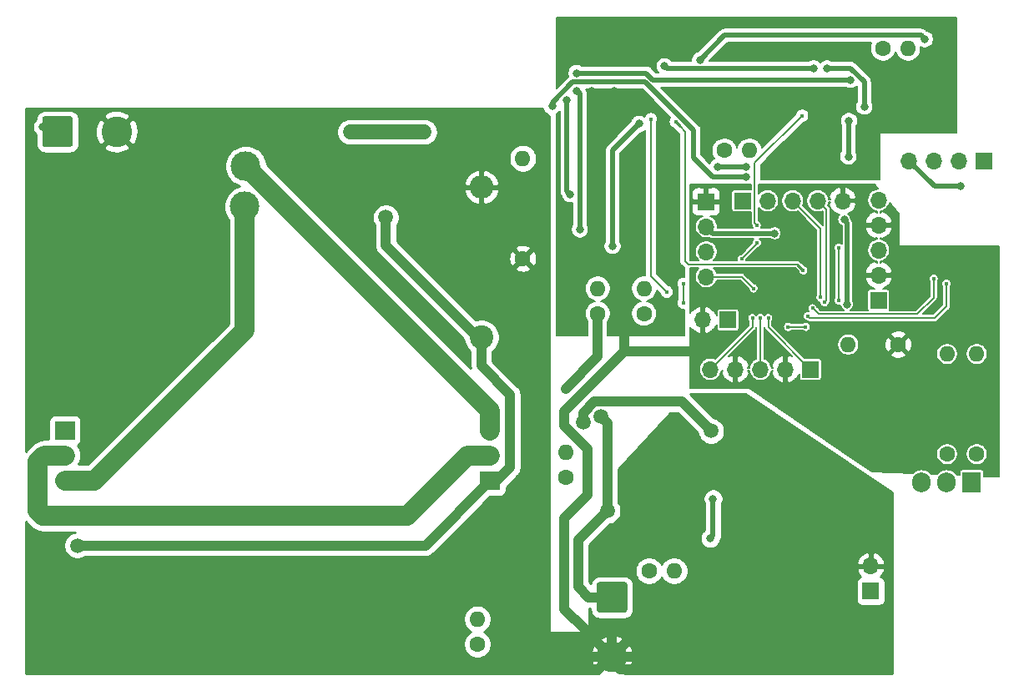
<source format=gbr>
%TF.GenerationSoftware,KiCad,Pcbnew,5.1.9-73d0e3b20d~88~ubuntu20.04.1*%
%TF.CreationDate,2021-03-11T22:20:10-06:00*%
%TF.ProjectId,brd,6272642e-6b69-4636-9164-5f7063625858,rev?*%
%TF.SameCoordinates,Original*%
%TF.FileFunction,Copper,L2,Bot*%
%TF.FilePolarity,Positive*%
%FSLAX46Y46*%
G04 Gerber Fmt 4.6, Leading zero omitted, Abs format (unit mm)*
G04 Created by KiCad (PCBNEW 5.1.9-73d0e3b20d~88~ubuntu20.04.1) date 2021-03-11 22:20:10*
%MOMM*%
%LPD*%
G01*
G04 APERTURE LIST*
%TA.AperFunction,ComponentPad*%
%ADD10O,1.600000X1.600000*%
%TD*%
%TA.AperFunction,ComponentPad*%
%ADD11C,1.600000*%
%TD*%
%TA.AperFunction,ComponentPad*%
%ADD12O,1.905000X2.000000*%
%TD*%
%TA.AperFunction,ComponentPad*%
%ADD13R,1.905000X2.000000*%
%TD*%
%TA.AperFunction,ComponentPad*%
%ADD14O,2.400000X2.400000*%
%TD*%
%TA.AperFunction,ComponentPad*%
%ADD15C,2.400000*%
%TD*%
%TA.AperFunction,ComponentPad*%
%ADD16O,2.000000X1.905000*%
%TD*%
%TA.AperFunction,ComponentPad*%
%ADD17R,2.000000X1.905000*%
%TD*%
%TA.AperFunction,ComponentPad*%
%ADD18O,1.700000X1.700000*%
%TD*%
%TA.AperFunction,ComponentPad*%
%ADD19R,1.700000X1.700000*%
%TD*%
%TA.AperFunction,ComponentPad*%
%ADD20C,3.100000*%
%TD*%
%TA.AperFunction,ViaPad*%
%ADD21C,0.800000*%
%TD*%
%TA.AperFunction,ViaPad*%
%ADD22C,0.400000*%
%TD*%
%TA.AperFunction,ViaPad*%
%ADD23C,1.500000*%
%TD*%
%TA.AperFunction,ViaPad*%
%ADD24C,3.000000*%
%TD*%
%TA.AperFunction,Conductor*%
%ADD25C,1.000000*%
%TD*%
%TA.AperFunction,Conductor*%
%ADD26C,2.000000*%
%TD*%
%TA.AperFunction,Conductor*%
%ADD27C,1.500000*%
%TD*%
%TA.AperFunction,Conductor*%
%ADD28C,0.500000*%
%TD*%
%TA.AperFunction,Conductor*%
%ADD29C,0.200000*%
%TD*%
%TA.AperFunction,Conductor*%
%ADD30C,0.250000*%
%TD*%
%TA.AperFunction,Conductor*%
%ADD31C,0.100000*%
%TD*%
%TA.AperFunction,Conductor*%
%ADD32C,0.254000*%
%TD*%
G04 APERTURE END LIST*
D10*
%TO.P,R24,2*%
%TO.N,Net-(C18-Pad1)*%
X87940000Y-109200000D03*
D11*
%TO.P,R24,1*%
%TO.N,Net-(L12-Pad2)*%
X85400000Y-109200000D03*
%TD*%
D10*
%TO.P,R23,2*%
%TO.N,vcc*%
X84900000Y-80560000D03*
D11*
%TO.P,R23,1*%
%TO.N,Net-(L11-Pad2)*%
X84900000Y-83100000D03*
%TD*%
D10*
%TO.P,R22,2*%
%TO.N,vgg*%
X80200000Y-80560000D03*
D11*
%TO.P,R22,1*%
%TO.N,Net-(L10-Pad2)*%
X80200000Y-83100000D03*
%TD*%
D10*
%TO.P,R21,2*%
%TO.N,Net-(C4-Pad1)*%
X67975000Y-114085000D03*
D11*
%TO.P,R21,1*%
%TO.N,Net-(L8-Pad2)*%
X67975000Y-116625000D03*
%TD*%
D10*
%TO.P,R8,2*%
%TO.N,Net-(C1-Pad1)*%
X76950000Y-97185000D03*
D11*
%TO.P,R8,1*%
%TO.N,Net-(L4-Pad1)*%
X76950000Y-99725000D03*
%TD*%
D10*
%TO.P,R9,2*%
%TO.N,iread*%
X111685100Y-56221900D03*
D11*
%TO.P,R9,1*%
%TO.N,Net-(R9-Pad1)*%
X109145100Y-56221900D03*
%TD*%
D10*
%TO.P,R7,2*%
%TO.N,vread*%
X95591500Y-66559000D03*
D11*
%TO.P,R7,1*%
%TO.N,Net-(R7-Pad1)*%
X93051500Y-66559000D03*
%TD*%
D10*
%TO.P,R14,2*%
%TO.N,Net-(D7-Pad1)*%
X105620000Y-86250000D03*
D11*
%TO.P,R14,1*%
%TO.N,agp*%
X110700000Y-86250000D03*
%TD*%
D12*
%TO.P,U5,3*%
%TO.N,5v*%
X113070000Y-100200000D03*
%TO.P,U5,2*%
%TO.N,v3*%
X115610000Y-100200000D03*
D13*
%TO.P,U5,1*%
%TO.N,Net-(R12-Pad1)*%
X118150000Y-100200000D03*
%TD*%
D10*
%TO.P,R13,2*%
%TO.N,Net-(R12-Pad1)*%
X115650000Y-87200000D03*
D11*
%TO.P,R13,1*%
%TO.N,v3*%
X115650000Y-97360000D03*
%TD*%
D10*
%TO.P,R12,2*%
%TO.N,Net-(R12-Pad2)*%
X118650000Y-87200000D03*
D11*
%TO.P,R12,1*%
%TO.N,Net-(R12-Pad1)*%
X118650000Y-97360000D03*
%TD*%
D14*
%TO.P,R6,2*%
%TO.N,agp*%
X68400000Y-70260000D03*
D15*
%TO.P,R6,1*%
%TO.N,Net-(Q1-Pad3)*%
X68400000Y-85500000D03*
%TD*%
D10*
%TO.P,R1,2*%
%TO.N,ad*%
X72600000Y-67340000D03*
D11*
%TO.P,R1,1*%
%TO.N,agp*%
X72600000Y-77500000D03*
%TD*%
D16*
%TO.P,Q4,3*%
%TO.N,Net-(Q4-Pad3)*%
X69275500Y-95005000D03*
%TO.P,Q4,2*%
%TO.N,Net-(C1-Pad1)*%
X69275500Y-97545000D03*
D17*
%TO.P,Q4,1*%
%TO.N,Net-(Q1-Pad3)*%
X69275500Y-100085000D03*
%TD*%
D16*
%TO.P,Q2,3*%
%TO.N,Net-(Q2-Pad3)*%
X26142500Y-100025000D03*
%TO.P,Q2,2*%
%TO.N,Net-(C1-Pad1)*%
X26142500Y-97485000D03*
D17*
%TO.P,Q2,1*%
%TO.N,Net-(Q1-Pad3)*%
X26142500Y-94945000D03*
%TD*%
D18*
%TO.P,J9,5*%
%TO.N,e2_pb*%
X108700000Y-71590000D03*
%TO.P,J9,4*%
%TO.N,agp*%
X108700000Y-74130000D03*
%TO.P,J9,3*%
%TO.N,e2_b*%
X108700000Y-76670000D03*
%TO.P,J9,2*%
%TO.N,agp*%
X108700000Y-79210000D03*
D19*
%TO.P,J9,1*%
%TO.N,e2_a*%
X108700000Y-81750000D03*
%TD*%
D18*
%TO.P,J8,5*%
%TO.N,e1_pb*%
X91620000Y-88750000D03*
%TO.P,J8,4*%
%TO.N,agp*%
X94160000Y-88750000D03*
%TO.P,J8,3*%
%TO.N,e1_b*%
X96700000Y-88750000D03*
%TO.P,J8,2*%
%TO.N,agp*%
X99240000Y-88750000D03*
D19*
%TO.P,J8,1*%
%TO.N,e1_a*%
X101780000Y-88750000D03*
%TD*%
D18*
%TO.P,J7,5*%
%TO.N,agp*%
X105060000Y-71650000D03*
%TO.P,J7,4*%
%TO.N,uart0_rx*%
X102520000Y-71650000D03*
%TO.P,J7,3*%
%TO.N,uart0_tx*%
X99980000Y-71650000D03*
%TO.P,J7,2*%
%TO.N,c2ck*%
X97440000Y-71650000D03*
D19*
%TO.P,J7,1*%
%TO.N,c2d*%
X94900000Y-71650000D03*
%TD*%
D18*
%TO.P,J6,4*%
%TO.N,sda*%
X91200000Y-79370000D03*
%TO.P,J6,3*%
%TO.N,scl*%
X91200000Y-76830000D03*
%TO.P,J6,2*%
%TO.N,v3*%
X91200000Y-74290000D03*
D19*
%TO.P,J6,1*%
%TO.N,agp*%
X91200000Y-71750000D03*
%TD*%
D18*
%TO.P,J5,2*%
%TO.N,agp*%
X90860000Y-83750000D03*
D19*
%TO.P,J5,1*%
%TO.N,Net-(IC1-Pad14)*%
X93400000Y-83750000D03*
%TD*%
D18*
%TO.P,J4,4*%
%TO.N,Net-(C26-Pad2)*%
X111790467Y-67600648D03*
%TO.P,J4,3*%
%TO.N,Net-(J4-Pad3)*%
X114330467Y-67600648D03*
%TO.P,J4,2*%
%TO.N,Net-(J4-Pad2)*%
X116870467Y-67600648D03*
D19*
%TO.P,J4,1*%
%TO.N,Net-(C26-Pad1)*%
X119410467Y-67600648D03*
%TD*%
D18*
%TO.P,J3,2*%
%TO.N,agp*%
X107900000Y-108710000D03*
D19*
%TO.P,J3,1*%
%TO.N,5v*%
X107900000Y-111250000D03*
%TD*%
D20*
%TO.P,J2,2*%
%TO.N,agp*%
X81642500Y-117885000D03*
%TO.P,J2,1*%
%TO.N,vin*%
%TA.AperFunction,ComponentPad*%
G36*
G01*
X80342499Y-110335000D02*
X82942501Y-110335000D01*
G75*
G02*
X83192500Y-110584999I0J-249999D01*
G01*
X83192500Y-113185001D01*
G75*
G02*
X82942501Y-113435000I-249999J0D01*
G01*
X80342499Y-113435000D01*
G75*
G02*
X80092500Y-113185001I0J249999D01*
G01*
X80092500Y-110584999D01*
G75*
G02*
X80342499Y-110335000I249999J0D01*
G01*
G37*
%TD.AperFunction*%
%TD*%
%TO.P,J1,2*%
%TO.N,agp*%
X31392500Y-64635000D03*
%TO.P,J1,1*%
%TO.N,outp*%
%TA.AperFunction,ComponentPad*%
G36*
G01*
X23842500Y-65935001D02*
X23842500Y-63334999D01*
G75*
G02*
X24092499Y-63085000I249999J0D01*
G01*
X26692501Y-63085000D01*
G75*
G02*
X26942500Y-63334999I0J-249999D01*
G01*
X26942500Y-65935001D01*
G75*
G02*
X26692501Y-66185000I-249999J0D01*
G01*
X24092499Y-66185000D01*
G75*
G02*
X23842500Y-65935001I0J249999D01*
G01*
G37*
%TD.AperFunction*%
%TD*%
D21*
%TO.N,agp*%
X85690000Y-57610000D03*
X87590000Y-84310000D03*
X79590000Y-63210000D03*
X113790000Y-63910000D03*
X110290000Y-62210000D03*
D22*
X104690000Y-64410000D03*
X103140000Y-62960000D03*
X98700000Y-84550000D03*
X92100000Y-84950000D03*
X95100000Y-82350000D03*
X94100000Y-80150000D03*
X93900000Y-73550000D03*
X99100000Y-73550000D03*
X113500000Y-91250000D03*
X111500000Y-91250000D03*
X111500000Y-89250000D03*
X113500000Y-89250000D03*
X109500000Y-89250000D03*
X109500000Y-91250000D03*
X105500000Y-93250000D03*
X107500000Y-95250000D03*
X109500000Y-97250000D03*
X100500000Y-93250000D03*
X103500000Y-95250000D03*
X106500000Y-97250000D03*
X110500000Y-98250000D03*
X114500000Y-85250000D03*
X117500000Y-85250000D03*
X115500000Y-95250000D03*
X115500000Y-91250000D03*
X115500000Y-93250000D03*
D21*
X111500000Y-76750000D03*
X107600000Y-75550000D03*
X104400000Y-75150000D03*
X104300000Y-84450000D03*
X104300000Y-87250000D03*
X108600000Y-87350000D03*
X105300000Y-94650000D03*
X120400000Y-79150000D03*
D22*
X93900000Y-75950000D03*
D21*
X81890000Y-60510000D03*
X76890000Y-54010000D03*
X81890000Y-54010000D03*
X87390000Y-54010000D03*
X94390000Y-53510000D03*
X107390000Y-53510000D03*
X87640000Y-82510000D03*
D23*
X90600000Y-86900000D03*
X82300000Y-78100000D03*
X72700000Y-63900000D03*
X47400000Y-64200000D03*
X68300000Y-78700000D03*
D21*
X75037500Y-109762500D03*
X75000000Y-102500000D03*
D24*
X25600000Y-116300000D03*
X25600000Y-110300000D03*
X25600000Y-90300000D03*
X25600000Y-84300000D03*
D23*
X85600000Y-115800000D03*
X68100000Y-81800000D03*
X72600000Y-73300000D03*
X72600000Y-70300000D03*
X68100000Y-64300000D03*
X51600000Y-64300000D03*
X49600000Y-69300000D03*
X42600000Y-64300000D03*
X38600000Y-70300000D03*
X29600000Y-72800000D03*
X35600000Y-63800000D03*
X25100000Y-76300000D03*
X69900000Y-112100000D03*
X71100000Y-107400000D03*
X91900000Y-99100000D03*
X96500000Y-93900000D03*
X104000000Y-100000000D03*
X104000000Y-107800000D03*
X103900000Y-117900000D03*
D21*
X88100000Y-70500000D03*
X107600000Y-65100000D03*
X96200000Y-64000000D03*
X94800000Y-56200000D03*
X90900000Y-63700000D03*
X79600000Y-60500000D03*
X76500000Y-59200000D03*
D23*
X77200000Y-118400000D03*
%TO.N,Net-(C1-Pad1)*%
X62585000Y-64670000D03*
X55085000Y-64670000D03*
D21*
%TO.N,vcc*%
X95240000Y-68210000D03*
X92390000Y-68210000D03*
D22*
%TO.N,vread*%
X88890000Y-82010000D03*
X88890000Y-80060000D03*
D23*
%TO.N,vin*%
X81200000Y-103100000D03*
X80500000Y-93500000D03*
D22*
%TO.N,iread*%
X104640000Y-81760000D03*
X104640000Y-76410000D03*
%TO.N,vset*%
X85600000Y-63350000D03*
X87200000Y-80900000D03*
D21*
%TO.N,vgg*%
X102090000Y-58210000D03*
X86990000Y-58010000D03*
X81700000Y-76240000D03*
X84400000Y-63840000D03*
D23*
%TO.N,pg3*%
X91700000Y-95000000D03*
X78700000Y-94100000D03*
D21*
%TO.N,v3*%
X98140000Y-74950000D03*
X105500000Y-82150000D03*
X105200000Y-73550000D03*
%TO.N,Net-(C26-Pad2)*%
X117010468Y-70200648D03*
D22*
%TO.N,iset*%
X94790000Y-77564400D03*
X96340000Y-75910000D03*
X96335167Y-74126917D03*
X100940000Y-63010000D03*
D21*
%TO.N,vref*%
X113390000Y-55260000D03*
X90590000Y-57360000D03*
D22*
%TO.N,Net-(D7-Pad2)*%
X101300000Y-84450000D03*
X99500000Y-84450000D03*
%TO.N,uart0_tx*%
X102800000Y-81450000D03*
%TO.N,uart0_rx*%
X103200000Y-81950000D03*
%TO.N,uart1_tx*%
X101999999Y-82549999D03*
X114285000Y-79570000D03*
%TO.N,uart1_rx*%
X101500000Y-83350000D03*
X115585000Y-80070000D03*
%TO.N,e1_a*%
X97500000Y-83550000D03*
%TO.N,e1_b*%
X96700000Y-83550000D03*
%TO.N,e1_pb*%
X95900000Y-83550000D03*
%TO.N,sda*%
X96000000Y-80550000D03*
D21*
%TO.N,outp*%
X23892500Y-64135000D03*
X78085000Y-60470000D03*
X78385000Y-74570000D03*
X105820000Y-59382082D03*
X78040000Y-58710000D03*
D23*
%TO.N,Net-(Q1-Pad3)*%
X58692500Y-73335000D03*
X27392500Y-106635000D03*
D24*
%TO.N,Net-(Q2-Pad3)*%
X44392500Y-72235000D03*
%TO.N,Net-(Q4-Pad3)*%
X44492500Y-68135000D03*
D21*
%TO.N,isense*%
X75585000Y-62020000D03*
X95290000Y-69260000D03*
%TO.N,Net-(RV1-Pad2)*%
X105690000Y-63560000D03*
X105640000Y-67160000D03*
%TO.N,Net-(RV2-Pad3)*%
X107248200Y-62098400D03*
X103468200Y-58228500D03*
D22*
%TO.N,vref_*%
X101037500Y-78712500D03*
X88100000Y-63650000D03*
D21*
%TO.N,Net-(C18-Pad1)*%
X91892500Y-101885000D03*
X91600000Y-105900000D03*
%TO.N,Net-(R5-Pad1)*%
X77085000Y-61470000D03*
X77385000Y-70970000D03*
%TO.N,Net-(L10-Pad2)*%
X76925000Y-90700000D03*
%TD*%
D25*
%TO.N,agp*%
X81642500Y-117885000D02*
X78835000Y-117885000D01*
X81642500Y-117885000D02*
X83657500Y-115870000D01*
X81642500Y-118342500D02*
X82500000Y-119200000D01*
X81642500Y-117885000D02*
X81642500Y-118342500D01*
X82500000Y-119200000D02*
X84700000Y-119200000D01*
X81642500Y-117885000D02*
X81615000Y-117885000D01*
X81615000Y-117885000D02*
X80300000Y-119200000D01*
X80300000Y-119200000D02*
X79200000Y-119200000D01*
X81642500Y-117885000D02*
X84285000Y-117885000D01*
X81642500Y-117885000D02*
X81642500Y-115157500D01*
X90400000Y-87200000D02*
X90900000Y-86700000D01*
X82900000Y-86900000D02*
X90600000Y-86900000D01*
X76800000Y-93000000D02*
X82900000Y-86900000D01*
X77832500Y-114132500D02*
X76800000Y-113100000D01*
X77890000Y-114132500D02*
X77832500Y-114132500D01*
X81642500Y-117885000D02*
X77890000Y-114132500D01*
X82900000Y-78700000D02*
X82300000Y-78100000D01*
X82900000Y-86900000D02*
X82900000Y-78700000D01*
X76800000Y-113100000D02*
X76800000Y-103900000D01*
X76800000Y-103900000D02*
X79200000Y-101500000D01*
X79200000Y-101500000D02*
X79200000Y-96850000D01*
X76800000Y-94450000D02*
X76800000Y-93000000D01*
X79200000Y-96850000D02*
X76800000Y-94450000D01*
D26*
%TO.N,Net-(C1-Pad1)*%
X24042500Y-97485000D02*
X26142500Y-97485000D01*
X23392500Y-98135000D02*
X24042500Y-97485000D01*
X23392500Y-103135000D02*
X23392500Y-98135000D01*
X23892500Y-103635000D02*
X23392500Y-103135000D01*
X60892500Y-103635000D02*
X23892500Y-103635000D01*
X66982500Y-97545000D02*
X60892500Y-103635000D01*
X69275500Y-97545000D02*
X66982500Y-97545000D01*
D27*
X55085000Y-64670000D02*
X62585000Y-64670000D01*
D28*
%TO.N,vcc*%
X95240000Y-68210000D02*
X92390000Y-68210000D01*
D29*
%TO.N,vread*%
X88890000Y-82010000D02*
X88890000Y-80060000D01*
D25*
%TO.N,vin*%
X81642500Y-111885000D02*
X79285000Y-111885000D01*
X79285000Y-111885000D02*
X78200000Y-110800000D01*
X78200000Y-110800000D02*
X78200000Y-108800000D01*
X78200000Y-106100000D02*
X81200000Y-103100000D01*
X78200000Y-108800000D02*
X78200000Y-106100000D01*
X81200000Y-94200000D02*
X80500000Y-93500000D01*
X81200000Y-103100000D02*
X81200000Y-94200000D01*
D29*
%TO.N,iread*%
X104640000Y-81760000D02*
X104640000Y-76410000D01*
%TO.N,vset*%
X85600000Y-76050000D02*
X85600000Y-63650000D01*
X85600000Y-63650000D02*
X85600000Y-63350000D01*
X85600000Y-79300000D02*
X85600000Y-76050000D01*
X87200000Y-80900000D02*
X85600000Y-79300000D01*
D28*
%TO.N,vgg*%
X87190000Y-58210000D02*
X86990000Y-58010000D01*
X102090000Y-58210000D02*
X87190000Y-58210000D01*
X81700000Y-76240000D02*
X81700000Y-68770000D01*
X81700000Y-68770000D02*
X81700000Y-66640000D01*
X81700000Y-66540000D02*
X84400000Y-63840000D01*
X81700000Y-66640000D02*
X81700000Y-66540000D01*
D25*
%TO.N,pg3*%
X91700000Y-95000000D02*
X88749999Y-92049999D01*
X78700000Y-93153998D02*
X78700000Y-94100000D01*
X79803999Y-92049999D02*
X78700000Y-93153998D01*
X88749999Y-92049999D02*
X79803999Y-92049999D01*
D28*
%TO.N,v3*%
X91860000Y-74950000D02*
X91200000Y-74290000D01*
X98140000Y-74950000D02*
X91860000Y-74950000D01*
X105500000Y-73850000D02*
X105200000Y-73550000D01*
X105500000Y-82150000D02*
X105500000Y-73850000D01*
%TO.N,Net-(C26-Pad2)*%
X114390467Y-70200648D02*
X117010468Y-70200648D01*
X111790468Y-67600649D02*
X114390467Y-70200648D01*
D29*
%TO.N,iset*%
X96340000Y-76014400D02*
X96340000Y-75910000D01*
X94790000Y-77564400D02*
X96340000Y-76014400D01*
X96135168Y-67814832D02*
X100940000Y-63010000D01*
X96135168Y-73926918D02*
X96135168Y-67814832D01*
X96335167Y-74126917D02*
X96135168Y-73926918D01*
D28*
%TO.N,vref*%
X93089999Y-54860001D02*
X90590000Y-57360000D01*
X112990001Y-54860001D02*
X93089999Y-54860001D01*
X113390000Y-55260000D02*
X112990001Y-54860001D01*
D29*
%TO.N,Net-(D7-Pad2)*%
X101300000Y-84450000D02*
X99500000Y-84450000D01*
%TO.N,uart0_tx*%
X102800000Y-74470000D02*
X99980000Y-71650000D01*
X102800000Y-81450000D02*
X102800000Y-74470000D01*
%TO.N,uart0_rx*%
X103399999Y-72529999D02*
X102520000Y-71650000D01*
X103399999Y-81750001D02*
X103399999Y-72529999D01*
X103200000Y-81950000D02*
X103399999Y-81750001D01*
%TO.N,uart1_tx*%
X102600000Y-83150000D02*
X101999999Y-82549999D01*
X110300000Y-83150000D02*
X102600000Y-83150000D01*
X110300000Y-83150000D02*
X112605000Y-83150000D01*
X114285000Y-81470000D02*
X114285000Y-79570000D01*
X112605000Y-83150000D02*
X114285000Y-81470000D01*
%TO.N,uart1_rx*%
X101700000Y-83550000D02*
X101500000Y-83350000D01*
X110465699Y-83550000D02*
X101700000Y-83550000D01*
X110465699Y-83550000D02*
X113505000Y-83550000D01*
X113505000Y-83550000D02*
X114405000Y-83550000D01*
X115585000Y-82370000D02*
X115585000Y-80070000D01*
X114405000Y-83550000D02*
X115585000Y-82370000D01*
%TO.N,e1_a*%
X97500000Y-84470000D02*
X101780000Y-88750000D01*
X97500000Y-83550000D02*
X97500000Y-84470000D01*
%TO.N,e1_b*%
X96700000Y-88750000D02*
X96700000Y-83550000D01*
%TO.N,e1_pb*%
X95900000Y-84470000D02*
X91620000Y-88750000D01*
X95900000Y-83550000D02*
X95900000Y-84470000D01*
%TO.N,sda*%
X94820000Y-79370000D02*
X91200000Y-79370000D01*
X96000000Y-80550000D02*
X94820000Y-79370000D01*
D28*
%TO.N,outp*%
X78085000Y-60470000D02*
X78385000Y-60770000D01*
X78385000Y-60770000D02*
X78385000Y-74570000D01*
X85784046Y-59382082D02*
X85111964Y-58710000D01*
X105820000Y-59382082D02*
X85784046Y-59382082D01*
X85111964Y-58710000D02*
X78040000Y-58710000D01*
D25*
%TO.N,Net-(Q1-Pad3)*%
X69325500Y-100135000D02*
X69275500Y-100085000D01*
X69275500Y-100085000D02*
X62725500Y-106635000D01*
X62725500Y-106635000D02*
X27392500Y-106635000D01*
X27392500Y-106635000D02*
X27392500Y-106635000D01*
X58692500Y-76192500D02*
X58692500Y-73335000D01*
X67770000Y-85270000D02*
X58692500Y-76192500D01*
X69275500Y-100085000D02*
X69915000Y-100085000D01*
X69915000Y-100085000D02*
X71300000Y-98700000D01*
X71300000Y-98700000D02*
X71300000Y-91300000D01*
X68400000Y-88400000D02*
X68400000Y-85500000D01*
X71300000Y-91300000D02*
X68400000Y-88400000D01*
D26*
%TO.N,Net-(Q2-Pad3)*%
X44392500Y-84775000D02*
X44392500Y-72235000D01*
X29142500Y-100025000D02*
X44392500Y-84775000D01*
X26142500Y-100025000D02*
X29142500Y-100025000D01*
X44392500Y-72235000D02*
X44392500Y-72235000D01*
%TO.N,Net-(Q4-Pad3)*%
X69275500Y-92918000D02*
X44492500Y-68135000D01*
X69275500Y-95005000D02*
X69275500Y-92918000D01*
D28*
%TO.N,isense*%
X75585000Y-61711998D02*
X75585000Y-62020000D01*
X77676999Y-59619999D02*
X75585000Y-61711998D01*
X89940000Y-64527998D02*
X85032001Y-59619999D01*
X85032001Y-59619999D02*
X77676999Y-59619999D01*
X91902002Y-69260000D02*
X89940000Y-67297998D01*
X89940000Y-67297998D02*
X89940000Y-64527998D01*
X95290000Y-69260000D02*
X91902002Y-69260000D01*
%TO.N,Net-(RV1-Pad2)*%
X105690000Y-67110000D02*
X105640000Y-67160000D01*
X105690000Y-63560000D02*
X105690000Y-67110000D01*
%TO.N,Net-(RV2-Pad3)*%
X107248200Y-62098400D02*
X107248200Y-60498400D01*
X107248200Y-60498400D02*
X107248200Y-59898400D01*
X107248200Y-59898400D02*
X107248200Y-59608200D01*
X105868500Y-58228500D02*
X103468200Y-58228500D01*
X107248200Y-59608200D02*
X105868500Y-58228500D01*
D30*
%TO.N,vref_*%
X88539400Y-64089400D02*
X88100000Y-63650000D01*
X101037500Y-78712500D02*
X100414400Y-78089400D01*
D29*
X100414400Y-78089400D02*
X89389400Y-78089400D01*
X89389400Y-78089400D02*
X89100000Y-77800000D01*
X89100000Y-64650000D02*
X88539400Y-64089400D01*
X89100000Y-77800000D02*
X89100000Y-64650000D01*
D28*
%TO.N,Net-(C18-Pad1)*%
X91892500Y-101885000D02*
X91892500Y-105135000D01*
X91892500Y-105607500D02*
X91600000Y-105900000D01*
X91892500Y-105135000D02*
X91892500Y-105607500D01*
%TO.N,Net-(R5-Pad1)*%
X77085000Y-70670000D02*
X77385000Y-70970000D01*
X77085000Y-61470000D02*
X77085000Y-70670000D01*
D25*
%TO.N,Net-(L10-Pad2)*%
X80200000Y-87425000D02*
X76925000Y-90700000D01*
X80200000Y-83100000D02*
X80200000Y-87425000D01*
%TD*%
D29*
%TO.N,agp*%
X108638163Y-70440000D02*
X108586735Y-70440000D01*
X108364557Y-70484194D01*
X108155271Y-70570884D01*
X107966918Y-70696737D01*
X107806737Y-70856918D01*
X107680884Y-71045271D01*
X107594194Y-71254557D01*
X107550000Y-71476735D01*
X107550000Y-71703265D01*
X107594194Y-71925443D01*
X107680884Y-72134729D01*
X107806737Y-72323082D01*
X107966918Y-72483263D01*
X108155271Y-72609116D01*
X108364557Y-72695806D01*
X108545998Y-72731897D01*
X108545998Y-72832149D01*
X108321089Y-72722091D01*
X108053700Y-72823065D01*
X107811148Y-72974264D01*
X107602754Y-73169878D01*
X107436527Y-73402389D01*
X107318854Y-73662861D01*
X107292097Y-73751090D01*
X107403111Y-73976000D01*
X108546000Y-73976000D01*
X108546000Y-73956000D01*
X108854000Y-73956000D01*
X108854000Y-73976000D01*
X109996889Y-73976000D01*
X110107903Y-73751090D01*
X110081146Y-73662861D01*
X109963473Y-73402389D01*
X109797246Y-73169878D01*
X109588852Y-72974264D01*
X109346300Y-72823065D01*
X109078911Y-72722091D01*
X108854002Y-72832149D01*
X108854002Y-72731897D01*
X109035443Y-72695806D01*
X109244729Y-72609116D01*
X109433082Y-72483263D01*
X109593263Y-72323082D01*
X109719116Y-72134729D01*
X109805806Y-71925443D01*
X109819339Y-71857410D01*
X110735000Y-72956204D01*
X110735000Y-76170000D01*
X110736921Y-76189509D01*
X110742612Y-76208268D01*
X110751853Y-76225557D01*
X110764289Y-76240711D01*
X110779443Y-76253147D01*
X110796732Y-76262388D01*
X110815491Y-76268079D01*
X110835000Y-76270000D01*
X120900000Y-76270000D01*
X120900000Y-99646080D01*
X119403951Y-99588540D01*
X119403951Y-99200000D01*
X119398159Y-99141190D01*
X119381004Y-99084640D01*
X119353147Y-99032523D01*
X119315658Y-98986842D01*
X119269977Y-98949353D01*
X119217860Y-98921496D01*
X119161310Y-98904341D01*
X119102500Y-98898549D01*
X117197500Y-98898549D01*
X117138690Y-98904341D01*
X117082140Y-98921496D01*
X117030023Y-98949353D01*
X116984342Y-98986842D01*
X116946853Y-99032523D01*
X116918996Y-99084640D01*
X116901841Y-99141190D01*
X116896049Y-99200000D01*
X116896049Y-99492082D01*
X116672599Y-99483488D01*
X116656454Y-99453283D01*
X116499936Y-99262564D01*
X116309218Y-99106046D01*
X116091630Y-98989742D01*
X115855533Y-98918123D01*
X115610000Y-98893940D01*
X115364468Y-98918123D01*
X115128371Y-98989742D01*
X114910783Y-99106046D01*
X114720065Y-99262564D01*
X114604050Y-99403928D01*
X114058737Y-99382955D01*
X113959936Y-99262564D01*
X113769218Y-99106046D01*
X113551630Y-98989742D01*
X113315533Y-98918123D01*
X113070000Y-98893940D01*
X112824468Y-98918123D01*
X112588371Y-98989742D01*
X112370783Y-99106046D01*
X112180065Y-99262564D01*
X112141771Y-99309225D01*
X108032510Y-99151177D01*
X105239102Y-97251659D01*
X114550000Y-97251659D01*
X114550000Y-97468341D01*
X114592273Y-97680858D01*
X114675193Y-97881045D01*
X114795575Y-98061209D01*
X114948791Y-98214425D01*
X115128955Y-98334807D01*
X115329142Y-98417727D01*
X115541659Y-98460000D01*
X115758341Y-98460000D01*
X115970858Y-98417727D01*
X116171045Y-98334807D01*
X116351209Y-98214425D01*
X116504425Y-98061209D01*
X116624807Y-97881045D01*
X116707727Y-97680858D01*
X116750000Y-97468341D01*
X116750000Y-97251659D01*
X117550000Y-97251659D01*
X117550000Y-97468341D01*
X117592273Y-97680858D01*
X117675193Y-97881045D01*
X117795575Y-98061209D01*
X117948791Y-98214425D01*
X118128955Y-98334807D01*
X118329142Y-98417727D01*
X118541659Y-98460000D01*
X118758341Y-98460000D01*
X118970858Y-98417727D01*
X119171045Y-98334807D01*
X119351209Y-98214425D01*
X119504425Y-98061209D01*
X119624807Y-97881045D01*
X119707727Y-97680858D01*
X119750000Y-97468341D01*
X119750000Y-97251659D01*
X119707727Y-97039142D01*
X119624807Y-96838955D01*
X119504425Y-96658791D01*
X119351209Y-96505575D01*
X119171045Y-96385193D01*
X118970858Y-96302273D01*
X118758341Y-96260000D01*
X118541659Y-96260000D01*
X118329142Y-96302273D01*
X118128955Y-96385193D01*
X117948791Y-96505575D01*
X117795575Y-96658791D01*
X117675193Y-96838955D01*
X117592273Y-97039142D01*
X117550000Y-97251659D01*
X116750000Y-97251659D01*
X116707727Y-97039142D01*
X116624807Y-96838955D01*
X116504425Y-96658791D01*
X116351209Y-96505575D01*
X116171045Y-96385193D01*
X115970858Y-96302273D01*
X115758341Y-96260000D01*
X115541659Y-96260000D01*
X115329142Y-96302273D01*
X115128955Y-96385193D01*
X114948791Y-96505575D01*
X114795575Y-96658791D01*
X114675193Y-96838955D01*
X114592273Y-97039142D01*
X114550000Y-97251659D01*
X105239102Y-97251659D01*
X95556231Y-90667307D01*
X95539018Y-90657926D01*
X95520306Y-90652083D01*
X95500000Y-90650000D01*
X89600000Y-90650000D01*
X89600000Y-88636735D01*
X90470000Y-88636735D01*
X90470000Y-88863265D01*
X90514194Y-89085443D01*
X90600884Y-89294729D01*
X90726737Y-89483082D01*
X90886918Y-89643263D01*
X91075271Y-89769116D01*
X91284557Y-89855806D01*
X91506735Y-89900000D01*
X91733265Y-89900000D01*
X91955443Y-89855806D01*
X92164729Y-89769116D01*
X92353082Y-89643263D01*
X92513263Y-89483082D01*
X92639116Y-89294729D01*
X92725806Y-89085443D01*
X92761897Y-88904002D01*
X92862149Y-88904002D01*
X92752091Y-89128911D01*
X92853065Y-89396300D01*
X93004264Y-89638852D01*
X93199878Y-89847246D01*
X93432389Y-90013473D01*
X93692861Y-90131146D01*
X93781090Y-90157903D01*
X94006000Y-90046889D01*
X94006000Y-88904000D01*
X93986000Y-88904000D01*
X93986000Y-88596000D01*
X94006000Y-88596000D01*
X94006000Y-87453111D01*
X93781090Y-87342097D01*
X93692861Y-87368854D01*
X93462977Y-87472708D01*
X96168953Y-84766733D01*
X96184211Y-84754211D01*
X96196736Y-84738950D01*
X96234197Y-84693303D01*
X96271339Y-84623815D01*
X96271340Y-84623814D01*
X96294212Y-84548414D01*
X96300000Y-84489647D01*
X96300000Y-84489645D01*
X96300001Y-84489637D01*
X96300000Y-87670935D01*
X96155271Y-87730884D01*
X95966918Y-87856737D01*
X95806737Y-88016918D01*
X95680884Y-88205271D01*
X95594194Y-88414557D01*
X95558103Y-88595998D01*
X95457851Y-88595998D01*
X95567909Y-88371089D01*
X95466935Y-88103700D01*
X95315736Y-87861148D01*
X95120122Y-87652754D01*
X94887611Y-87486527D01*
X94627139Y-87368854D01*
X94538910Y-87342097D01*
X94314000Y-87453111D01*
X94314000Y-88596000D01*
X94334000Y-88596000D01*
X94334000Y-88904000D01*
X94314000Y-88904000D01*
X94314000Y-90046889D01*
X94538910Y-90157903D01*
X94627139Y-90131146D01*
X94887611Y-90013473D01*
X95120122Y-89847246D01*
X95315736Y-89638852D01*
X95466935Y-89396300D01*
X95567909Y-89128911D01*
X95457851Y-88904002D01*
X95558103Y-88904002D01*
X95594194Y-89085443D01*
X95680884Y-89294729D01*
X95806737Y-89483082D01*
X95966918Y-89643263D01*
X96155271Y-89769116D01*
X96364557Y-89855806D01*
X96586735Y-89900000D01*
X96813265Y-89900000D01*
X97035443Y-89855806D01*
X97244729Y-89769116D01*
X97433082Y-89643263D01*
X97593263Y-89483082D01*
X97719116Y-89294729D01*
X97805806Y-89085443D01*
X97841897Y-88904002D01*
X97942149Y-88904002D01*
X97832091Y-89128911D01*
X97933065Y-89396300D01*
X98084264Y-89638852D01*
X98279878Y-89847246D01*
X98512389Y-90013473D01*
X98772861Y-90131146D01*
X98861090Y-90157903D01*
X99086000Y-90046889D01*
X99086000Y-88904000D01*
X99066000Y-88904000D01*
X99066000Y-88596000D01*
X99086000Y-88596000D01*
X99086000Y-87453111D01*
X98861090Y-87342097D01*
X98772861Y-87368854D01*
X98512389Y-87486527D01*
X98279878Y-87652754D01*
X98084264Y-87861148D01*
X97933065Y-88103700D01*
X97832091Y-88371089D01*
X97942149Y-88595998D01*
X97841897Y-88595998D01*
X97805806Y-88414557D01*
X97719116Y-88205271D01*
X97593263Y-88016918D01*
X97433082Y-87856737D01*
X97244729Y-87730884D01*
X97100000Y-87670935D01*
X97100000Y-84489647D01*
X97105788Y-84548413D01*
X97128661Y-84623814D01*
X97165803Y-84693302D01*
X97203265Y-84738950D01*
X97203266Y-84738951D01*
X97215790Y-84754211D01*
X97231048Y-84766733D01*
X99937022Y-87472708D01*
X99707139Y-87368854D01*
X99618910Y-87342097D01*
X99394000Y-87453111D01*
X99394000Y-88596000D01*
X99414000Y-88596000D01*
X99414000Y-88904000D01*
X99394000Y-88904000D01*
X99394000Y-90046889D01*
X99618910Y-90157903D01*
X99707139Y-90131146D01*
X99967611Y-90013473D01*
X100200122Y-89847246D01*
X100395736Y-89638852D01*
X100546935Y-89396300D01*
X100628549Y-89180178D01*
X100628549Y-89600000D01*
X100634341Y-89658810D01*
X100651496Y-89715360D01*
X100679353Y-89767477D01*
X100716842Y-89813158D01*
X100762523Y-89850647D01*
X100814640Y-89878504D01*
X100871190Y-89895659D01*
X100930000Y-89901451D01*
X102630000Y-89901451D01*
X102688810Y-89895659D01*
X102745360Y-89878504D01*
X102797477Y-89850647D01*
X102843158Y-89813158D01*
X102880647Y-89767477D01*
X102908504Y-89715360D01*
X102925659Y-89658810D01*
X102931451Y-89600000D01*
X102931451Y-87900000D01*
X102925659Y-87841190D01*
X102908504Y-87784640D01*
X102880647Y-87732523D01*
X102843158Y-87686842D01*
X102797477Y-87649353D01*
X102745360Y-87621496D01*
X102688810Y-87604341D01*
X102630000Y-87598549D01*
X101194235Y-87598549D01*
X99737345Y-86141659D01*
X104520000Y-86141659D01*
X104520000Y-86358341D01*
X104562273Y-86570858D01*
X104645193Y-86771045D01*
X104765575Y-86951209D01*
X104918791Y-87104425D01*
X105098955Y-87224807D01*
X105299142Y-87307727D01*
X105511659Y-87350000D01*
X105728341Y-87350000D01*
X105940858Y-87307727D01*
X106091874Y-87245174D01*
X109922615Y-87245174D01*
X109997924Y-87478327D01*
X110251048Y-87591693D01*
X110521426Y-87653498D01*
X110798666Y-87661369D01*
X111072114Y-87615001D01*
X111331263Y-87516177D01*
X111402076Y-87478327D01*
X111477385Y-87245174D01*
X111323870Y-87091659D01*
X114550000Y-87091659D01*
X114550000Y-87308341D01*
X114592273Y-87520858D01*
X114675193Y-87721045D01*
X114795575Y-87901209D01*
X114948791Y-88054425D01*
X115128955Y-88174807D01*
X115329142Y-88257727D01*
X115541659Y-88300000D01*
X115758341Y-88300000D01*
X115970858Y-88257727D01*
X116171045Y-88174807D01*
X116351209Y-88054425D01*
X116504425Y-87901209D01*
X116624807Y-87721045D01*
X116707727Y-87520858D01*
X116750000Y-87308341D01*
X116750000Y-87091659D01*
X117550000Y-87091659D01*
X117550000Y-87308341D01*
X117592273Y-87520858D01*
X117675193Y-87721045D01*
X117795575Y-87901209D01*
X117948791Y-88054425D01*
X118128955Y-88174807D01*
X118329142Y-88257727D01*
X118541659Y-88300000D01*
X118758341Y-88300000D01*
X118970858Y-88257727D01*
X119171045Y-88174807D01*
X119351209Y-88054425D01*
X119504425Y-87901209D01*
X119624807Y-87721045D01*
X119707727Y-87520858D01*
X119750000Y-87308341D01*
X119750000Y-87091659D01*
X119707727Y-86879142D01*
X119624807Y-86678955D01*
X119504425Y-86498791D01*
X119351209Y-86345575D01*
X119171045Y-86225193D01*
X118970858Y-86142273D01*
X118758341Y-86100000D01*
X118541659Y-86100000D01*
X118329142Y-86142273D01*
X118128955Y-86225193D01*
X117948791Y-86345575D01*
X117795575Y-86498791D01*
X117675193Y-86678955D01*
X117592273Y-86879142D01*
X117550000Y-87091659D01*
X116750000Y-87091659D01*
X116707727Y-86879142D01*
X116624807Y-86678955D01*
X116504425Y-86498791D01*
X116351209Y-86345575D01*
X116171045Y-86225193D01*
X115970858Y-86142273D01*
X115758341Y-86100000D01*
X115541659Y-86100000D01*
X115329142Y-86142273D01*
X115128955Y-86225193D01*
X114948791Y-86345575D01*
X114795575Y-86498791D01*
X114675193Y-86678955D01*
X114592273Y-86879142D01*
X114550000Y-87091659D01*
X111323870Y-87091659D01*
X110700000Y-86467789D01*
X109922615Y-87245174D01*
X106091874Y-87245174D01*
X106141045Y-87224807D01*
X106321209Y-87104425D01*
X106474425Y-86951209D01*
X106594807Y-86771045D01*
X106677727Y-86570858D01*
X106720000Y-86358341D01*
X106720000Y-86348666D01*
X109288631Y-86348666D01*
X109334999Y-86622114D01*
X109433823Y-86881263D01*
X109471673Y-86952076D01*
X109704826Y-87027385D01*
X110482211Y-86250000D01*
X110917789Y-86250000D01*
X111695174Y-87027385D01*
X111928327Y-86952076D01*
X112041693Y-86698952D01*
X112103498Y-86428574D01*
X112111369Y-86151334D01*
X112065001Y-85877886D01*
X111966177Y-85618737D01*
X111928327Y-85547924D01*
X111695174Y-85472615D01*
X110917789Y-86250000D01*
X110482211Y-86250000D01*
X109704826Y-85472615D01*
X109471673Y-85547924D01*
X109358307Y-85801048D01*
X109296502Y-86071426D01*
X109288631Y-86348666D01*
X106720000Y-86348666D01*
X106720000Y-86141659D01*
X106677727Y-85929142D01*
X106594807Y-85728955D01*
X106474425Y-85548791D01*
X106321209Y-85395575D01*
X106141045Y-85275193D01*
X106091875Y-85254826D01*
X109922615Y-85254826D01*
X110700000Y-86032211D01*
X111477385Y-85254826D01*
X111402076Y-85021673D01*
X111148952Y-84908307D01*
X110878574Y-84846502D01*
X110601334Y-84838631D01*
X110327886Y-84884999D01*
X110068737Y-84983823D01*
X109997924Y-85021673D01*
X109922615Y-85254826D01*
X106091875Y-85254826D01*
X105940858Y-85192273D01*
X105728341Y-85150000D01*
X105511659Y-85150000D01*
X105299142Y-85192273D01*
X105098955Y-85275193D01*
X104918791Y-85395575D01*
X104765575Y-85548791D01*
X104645193Y-85728955D01*
X104562273Y-85929142D01*
X104520000Y-86141659D01*
X99737345Y-86141659D01*
X97996440Y-84400754D01*
X99000000Y-84400754D01*
X99000000Y-84499246D01*
X99019215Y-84595845D01*
X99056906Y-84686839D01*
X99111625Y-84768731D01*
X99181269Y-84838375D01*
X99263161Y-84893094D01*
X99354155Y-84930785D01*
X99450754Y-84950000D01*
X99549246Y-84950000D01*
X99645845Y-84930785D01*
X99736839Y-84893094D01*
X99801333Y-84850000D01*
X100998667Y-84850000D01*
X101063161Y-84893094D01*
X101154155Y-84930785D01*
X101250754Y-84950000D01*
X101349246Y-84950000D01*
X101445845Y-84930785D01*
X101536839Y-84893094D01*
X101618731Y-84838375D01*
X101688375Y-84768731D01*
X101743094Y-84686839D01*
X101780785Y-84595845D01*
X101800000Y-84499246D01*
X101800000Y-84400754D01*
X101780785Y-84304155D01*
X101743094Y-84213161D01*
X101688375Y-84131269D01*
X101618731Y-84061625D01*
X101536839Y-84006906D01*
X101445845Y-83969215D01*
X101349246Y-83950000D01*
X101250754Y-83950000D01*
X101154155Y-83969215D01*
X101063161Y-84006906D01*
X100998667Y-84050000D01*
X99801333Y-84050000D01*
X99736839Y-84006906D01*
X99645845Y-83969215D01*
X99549246Y-83950000D01*
X99450754Y-83950000D01*
X99354155Y-83969215D01*
X99263161Y-84006906D01*
X99181269Y-84061625D01*
X99111625Y-84131269D01*
X99056906Y-84213161D01*
X99019215Y-84304155D01*
X99000000Y-84400754D01*
X97996440Y-84400754D01*
X97900000Y-84304315D01*
X97900000Y-83851333D01*
X97943094Y-83786839D01*
X97980785Y-83695845D01*
X98000000Y-83599246D01*
X98000000Y-83500754D01*
X97980785Y-83404155D01*
X97943094Y-83313161D01*
X97888375Y-83231269D01*
X97818731Y-83161625D01*
X97736839Y-83106906D01*
X97645845Y-83069215D01*
X97549246Y-83050000D01*
X97450754Y-83050000D01*
X97354155Y-83069215D01*
X97263161Y-83106906D01*
X97181269Y-83161625D01*
X97111625Y-83231269D01*
X97100000Y-83248667D01*
X97088375Y-83231269D01*
X97018731Y-83161625D01*
X96936839Y-83106906D01*
X96845845Y-83069215D01*
X96749246Y-83050000D01*
X96650754Y-83050000D01*
X96554155Y-83069215D01*
X96463161Y-83106906D01*
X96381269Y-83161625D01*
X96311625Y-83231269D01*
X96300000Y-83248667D01*
X96288375Y-83231269D01*
X96218731Y-83161625D01*
X96136839Y-83106906D01*
X96045845Y-83069215D01*
X95949246Y-83050000D01*
X95850754Y-83050000D01*
X95754155Y-83069215D01*
X95663161Y-83106906D01*
X95581269Y-83161625D01*
X95511625Y-83231269D01*
X95456906Y-83313161D01*
X95419215Y-83404155D01*
X95400000Y-83500754D01*
X95400000Y-83599246D01*
X95419215Y-83695845D01*
X95456906Y-83786839D01*
X95500000Y-83851334D01*
X95500001Y-84304313D01*
X92100172Y-87704143D01*
X91955443Y-87644194D01*
X91733265Y-87600000D01*
X91506735Y-87600000D01*
X91284557Y-87644194D01*
X91075271Y-87730884D01*
X90886918Y-87856737D01*
X90726737Y-88016918D01*
X90600884Y-88205271D01*
X90514194Y-88414557D01*
X90470000Y-88636735D01*
X89600000Y-88636735D01*
X89600000Y-84471593D01*
X89704264Y-84638852D01*
X89899878Y-84847246D01*
X90132389Y-85013473D01*
X90392861Y-85131146D01*
X90481090Y-85157903D01*
X90706000Y-85046889D01*
X90706000Y-83904000D01*
X90686000Y-83904000D01*
X90686000Y-83596000D01*
X90706000Y-83596000D01*
X90706000Y-82453111D01*
X91014000Y-82453111D01*
X91014000Y-83596000D01*
X91034000Y-83596000D01*
X91034000Y-83904000D01*
X91014000Y-83904000D01*
X91014000Y-85046889D01*
X91238910Y-85157903D01*
X91327139Y-85131146D01*
X91587611Y-85013473D01*
X91820122Y-84847246D01*
X92015736Y-84638852D01*
X92166935Y-84396300D01*
X92248549Y-84180178D01*
X92248549Y-84600000D01*
X92254341Y-84658810D01*
X92271496Y-84715360D01*
X92299353Y-84767477D01*
X92336842Y-84813158D01*
X92382523Y-84850647D01*
X92434640Y-84878504D01*
X92491190Y-84895659D01*
X92550000Y-84901451D01*
X94250000Y-84901451D01*
X94308810Y-84895659D01*
X94365360Y-84878504D01*
X94417477Y-84850647D01*
X94463158Y-84813158D01*
X94500647Y-84767477D01*
X94528504Y-84715360D01*
X94545659Y-84658810D01*
X94551451Y-84600000D01*
X94551451Y-82900000D01*
X94545659Y-82841190D01*
X94528504Y-82784640D01*
X94500647Y-82732523D01*
X94463158Y-82686842D01*
X94417477Y-82649353D01*
X94365360Y-82621496D01*
X94308810Y-82604341D01*
X94250000Y-82598549D01*
X92550000Y-82598549D01*
X92491190Y-82604341D01*
X92434640Y-82621496D01*
X92382523Y-82649353D01*
X92336842Y-82686842D01*
X92299353Y-82732523D01*
X92271496Y-82784640D01*
X92254341Y-82841190D01*
X92248549Y-82900000D01*
X92248549Y-83319822D01*
X92166935Y-83103700D01*
X92015736Y-82861148D01*
X91820122Y-82652754D01*
X91587611Y-82486527D01*
X91327139Y-82368854D01*
X91238910Y-82342097D01*
X91014000Y-82453111D01*
X90706000Y-82453111D01*
X90481090Y-82342097D01*
X90392861Y-82368854D01*
X90132389Y-82486527D01*
X89899878Y-82652754D01*
X89704264Y-82861148D01*
X89600000Y-83028407D01*
X89600000Y-78489400D01*
X90454255Y-78489400D01*
X90306737Y-78636918D01*
X90180884Y-78825271D01*
X90094194Y-79034557D01*
X90050000Y-79256735D01*
X90050000Y-79483265D01*
X90094194Y-79705443D01*
X90180884Y-79914729D01*
X90306737Y-80103082D01*
X90466918Y-80263263D01*
X90655271Y-80389116D01*
X90864557Y-80475806D01*
X91086735Y-80520000D01*
X91313265Y-80520000D01*
X91535443Y-80475806D01*
X91744729Y-80389116D01*
X91933082Y-80263263D01*
X92093263Y-80103082D01*
X92219116Y-79914729D01*
X92279065Y-79770000D01*
X94654315Y-79770000D01*
X95504082Y-80619768D01*
X95519215Y-80695845D01*
X95556906Y-80786839D01*
X95611625Y-80868731D01*
X95681269Y-80938375D01*
X95763161Y-80993094D01*
X95854155Y-81030785D01*
X95950754Y-81050000D01*
X96049246Y-81050000D01*
X96145845Y-81030785D01*
X96236839Y-80993094D01*
X96318731Y-80938375D01*
X96388375Y-80868731D01*
X96443094Y-80786839D01*
X96480785Y-80695845D01*
X96500000Y-80599246D01*
X96500000Y-80500754D01*
X96480785Y-80404155D01*
X96443094Y-80313161D01*
X96388375Y-80231269D01*
X96318731Y-80161625D01*
X96236839Y-80106906D01*
X96145845Y-80069215D01*
X96069768Y-80054082D01*
X95116737Y-79101052D01*
X95104211Y-79085789D01*
X95043303Y-79035803D01*
X94973814Y-78998660D01*
X94898414Y-78975788D01*
X94839647Y-78970000D01*
X94839646Y-78970000D01*
X94820000Y-78968065D01*
X94800354Y-78970000D01*
X92279065Y-78970000D01*
X92219116Y-78825271D01*
X92093263Y-78636918D01*
X91945745Y-78489400D01*
X100213360Y-78489400D01*
X100550361Y-78826402D01*
X100556715Y-78858345D01*
X100594406Y-78949339D01*
X100649125Y-79031231D01*
X100718769Y-79100875D01*
X100800661Y-79155594D01*
X100891655Y-79193285D01*
X100988254Y-79212500D01*
X101086746Y-79212500D01*
X101183345Y-79193285D01*
X101274339Y-79155594D01*
X101356231Y-79100875D01*
X101425875Y-79031231D01*
X101480594Y-78949339D01*
X101518285Y-78858345D01*
X101537500Y-78761746D01*
X101537500Y-78663254D01*
X101518285Y-78566655D01*
X101480594Y-78475661D01*
X101425875Y-78393769D01*
X101356231Y-78324125D01*
X101274339Y-78269406D01*
X101183345Y-78231715D01*
X101151402Y-78225361D01*
X100700160Y-77774120D01*
X100651659Y-77734317D01*
X100577827Y-77694853D01*
X100497714Y-77670550D01*
X100414400Y-77662345D01*
X100331086Y-77670550D01*
X100268948Y-77689400D01*
X95274931Y-77689400D01*
X95285918Y-77634167D01*
X96560029Y-76360057D01*
X96576839Y-76353094D01*
X96658731Y-76298375D01*
X96728375Y-76228731D01*
X96783094Y-76146839D01*
X96820785Y-76055845D01*
X96840000Y-75959246D01*
X96840000Y-75860754D01*
X96820785Y-75764155D01*
X96783094Y-75673161D01*
X96728375Y-75591269D01*
X96658731Y-75521625D01*
X96626367Y-75500000D01*
X97703166Y-75500000D01*
X97808426Y-75570332D01*
X97935818Y-75623099D01*
X98071056Y-75650000D01*
X98208944Y-75650000D01*
X98344182Y-75623099D01*
X98471574Y-75570332D01*
X98586224Y-75493726D01*
X98683726Y-75396224D01*
X98760332Y-75281574D01*
X98813099Y-75154182D01*
X98840000Y-75018944D01*
X98840000Y-74881056D01*
X98813099Y-74745818D01*
X98760332Y-74618426D01*
X98683726Y-74503776D01*
X98586224Y-74406274D01*
X98471574Y-74329668D01*
X98344182Y-74276901D01*
X98208944Y-74250000D01*
X98071056Y-74250000D01*
X97935818Y-74276901D01*
X97808426Y-74329668D01*
X97703166Y-74400000D01*
X96754043Y-74400000D01*
X96778261Y-74363756D01*
X96815952Y-74272762D01*
X96835167Y-74176163D01*
X96835167Y-74077671D01*
X96815952Y-73981072D01*
X96778261Y-73890078D01*
X96723542Y-73808186D01*
X96653898Y-73738542D01*
X96572006Y-73683823D01*
X96535168Y-73668564D01*
X96535168Y-72365768D01*
X96546737Y-72383082D01*
X96706918Y-72543263D01*
X96895271Y-72669116D01*
X97104557Y-72755806D01*
X97326735Y-72800000D01*
X97553265Y-72800000D01*
X97775443Y-72755806D01*
X97984729Y-72669116D01*
X98173082Y-72543263D01*
X98333263Y-72383082D01*
X98459116Y-72194729D01*
X98545806Y-71985443D01*
X98590000Y-71763265D01*
X98590000Y-71536735D01*
X98830000Y-71536735D01*
X98830000Y-71763265D01*
X98874194Y-71985443D01*
X98960884Y-72194729D01*
X99086737Y-72383082D01*
X99246918Y-72543263D01*
X99435271Y-72669116D01*
X99644557Y-72755806D01*
X99866735Y-72800000D01*
X100093265Y-72800000D01*
X100315443Y-72755806D01*
X100460172Y-72695857D01*
X102400001Y-74635687D01*
X102400000Y-81148667D01*
X102356906Y-81213161D01*
X102319215Y-81304155D01*
X102300000Y-81400754D01*
X102300000Y-81499246D01*
X102319215Y-81595845D01*
X102356906Y-81686839D01*
X102411625Y-81768731D01*
X102481269Y-81838375D01*
X102563161Y-81893094D01*
X102654155Y-81930785D01*
X102700000Y-81939904D01*
X102700000Y-81999246D01*
X102719215Y-82095845D01*
X102756906Y-82186839D01*
X102811625Y-82268731D01*
X102881269Y-82338375D01*
X102963161Y-82393094D01*
X103054155Y-82430785D01*
X103150754Y-82450000D01*
X103249246Y-82450000D01*
X103345845Y-82430785D01*
X103436839Y-82393094D01*
X103518731Y-82338375D01*
X103588375Y-82268731D01*
X103643094Y-82186839D01*
X103680785Y-82095845D01*
X103695871Y-82020003D01*
X103734196Y-81973304D01*
X103771339Y-81903815D01*
X103794211Y-81828415D01*
X103799999Y-81769648D01*
X103799999Y-81769638D01*
X103801933Y-81750002D01*
X103799999Y-81730366D01*
X103799999Y-72549646D01*
X103801934Y-72529999D01*
X103794211Y-72451585D01*
X103771339Y-72376185D01*
X103734196Y-72306696D01*
X103696734Y-72261049D01*
X103684210Y-72245788D01*
X103668947Y-72233262D01*
X103565857Y-72130172D01*
X103625806Y-71985443D01*
X103661897Y-71804002D01*
X103762149Y-71804002D01*
X103652091Y-72028911D01*
X103753065Y-72296300D01*
X103904264Y-72538852D01*
X104099878Y-72747246D01*
X104332389Y-72913473D01*
X104592861Y-73031146D01*
X104681090Y-73057903D01*
X104722671Y-73037379D01*
X104656274Y-73103776D01*
X104579668Y-73218426D01*
X104526901Y-73345818D01*
X104500000Y-73481056D01*
X104500000Y-73618944D01*
X104526901Y-73754182D01*
X104579668Y-73881574D01*
X104656274Y-73996224D01*
X104753776Y-74093726D01*
X104868426Y-74170332D01*
X104950001Y-74204121D01*
X104950001Y-76015792D01*
X104876839Y-75966906D01*
X104785845Y-75929215D01*
X104689246Y-75910000D01*
X104590754Y-75910000D01*
X104494155Y-75929215D01*
X104403161Y-75966906D01*
X104321269Y-76021625D01*
X104251625Y-76091269D01*
X104196906Y-76173161D01*
X104159215Y-76264155D01*
X104140000Y-76360754D01*
X104140000Y-76459246D01*
X104159215Y-76555845D01*
X104196906Y-76646839D01*
X104240001Y-76711335D01*
X104240000Y-81458667D01*
X104196906Y-81523161D01*
X104159215Y-81614155D01*
X104140000Y-81710754D01*
X104140000Y-81809246D01*
X104159215Y-81905845D01*
X104196906Y-81996839D01*
X104251625Y-82078731D01*
X104321269Y-82148375D01*
X104403161Y-82203094D01*
X104494155Y-82240785D01*
X104590754Y-82260000D01*
X104689246Y-82260000D01*
X104785845Y-82240785D01*
X104802936Y-82233706D01*
X104826901Y-82354182D01*
X104879668Y-82481574D01*
X104956274Y-82596224D01*
X105053776Y-82693726D01*
X105137997Y-82750000D01*
X102765685Y-82750000D01*
X102495917Y-82480232D01*
X102480784Y-82404154D01*
X102443093Y-82313160D01*
X102388374Y-82231268D01*
X102318730Y-82161624D01*
X102236838Y-82106905D01*
X102145844Y-82069214D01*
X102049245Y-82049999D01*
X101950753Y-82049999D01*
X101854154Y-82069214D01*
X101763160Y-82106905D01*
X101681268Y-82161624D01*
X101611624Y-82231268D01*
X101556905Y-82313160D01*
X101519214Y-82404154D01*
X101499999Y-82500753D01*
X101499999Y-82599245D01*
X101519214Y-82695844D01*
X101556905Y-82786838D01*
X101606752Y-82861439D01*
X101549246Y-82850000D01*
X101450754Y-82850000D01*
X101354155Y-82869215D01*
X101263161Y-82906906D01*
X101181269Y-82961625D01*
X101111625Y-83031269D01*
X101056906Y-83113161D01*
X101019215Y-83204155D01*
X101000000Y-83300754D01*
X101000000Y-83399246D01*
X101019215Y-83495845D01*
X101056906Y-83586839D01*
X101111625Y-83668731D01*
X101181269Y-83738375D01*
X101263161Y-83793094D01*
X101354155Y-83830785D01*
X101429997Y-83845871D01*
X101476697Y-83884197D01*
X101546184Y-83921339D01*
X101546186Y-83921340D01*
X101621586Y-83944212D01*
X101700000Y-83951935D01*
X101719647Y-83950000D01*
X114385354Y-83950000D01*
X114405000Y-83951935D01*
X114424646Y-83950000D01*
X114424647Y-83950000D01*
X114483414Y-83944212D01*
X114558814Y-83921340D01*
X114628303Y-83884197D01*
X114689211Y-83834211D01*
X114701737Y-83818948D01*
X115853954Y-82666732D01*
X115869211Y-82654211D01*
X115919197Y-82593303D01*
X115956340Y-82523814D01*
X115979212Y-82448414D01*
X115985000Y-82389647D01*
X115985000Y-82389646D01*
X115986935Y-82370001D01*
X115985000Y-82350354D01*
X115985000Y-80371333D01*
X116028094Y-80306839D01*
X116065785Y-80215845D01*
X116085000Y-80119246D01*
X116085000Y-80020754D01*
X116065785Y-79924155D01*
X116028094Y-79833161D01*
X115973375Y-79751269D01*
X115903731Y-79681625D01*
X115821839Y-79626906D01*
X115730845Y-79589215D01*
X115634246Y-79570000D01*
X115535754Y-79570000D01*
X115439155Y-79589215D01*
X115348161Y-79626906D01*
X115266269Y-79681625D01*
X115196625Y-79751269D01*
X115141906Y-79833161D01*
X115104215Y-79924155D01*
X115085000Y-80020754D01*
X115085000Y-80119246D01*
X115104215Y-80215845D01*
X115141906Y-80306839D01*
X115185001Y-80371334D01*
X115185000Y-82204314D01*
X114239315Y-83150000D01*
X113170685Y-83150000D01*
X114553954Y-81766732D01*
X114569211Y-81754211D01*
X114591791Y-81726698D01*
X114619197Y-81693303D01*
X114656340Y-81623814D01*
X114679212Y-81548414D01*
X114686935Y-81470000D01*
X114685000Y-81450353D01*
X114685000Y-79871333D01*
X114728094Y-79806839D01*
X114765785Y-79715845D01*
X114785000Y-79619246D01*
X114785000Y-79520754D01*
X114765785Y-79424155D01*
X114728094Y-79333161D01*
X114673375Y-79251269D01*
X114603731Y-79181625D01*
X114521839Y-79126906D01*
X114430845Y-79089215D01*
X114334246Y-79070000D01*
X114235754Y-79070000D01*
X114139155Y-79089215D01*
X114048161Y-79126906D01*
X113966269Y-79181625D01*
X113896625Y-79251269D01*
X113841906Y-79333161D01*
X113804215Y-79424155D01*
X113785000Y-79520754D01*
X113785000Y-79619246D01*
X113804215Y-79715845D01*
X113841906Y-79806839D01*
X113885001Y-79871334D01*
X113885000Y-81304314D01*
X112439315Y-82750000D01*
X109809989Y-82750000D01*
X109828504Y-82715360D01*
X109845659Y-82658810D01*
X109851451Y-82600000D01*
X109851451Y-80900000D01*
X109845659Y-80841190D01*
X109828504Y-80784640D01*
X109800647Y-80732523D01*
X109763158Y-80686842D01*
X109717477Y-80649353D01*
X109665360Y-80621496D01*
X109608810Y-80604341D01*
X109550000Y-80598549D01*
X109130178Y-80598549D01*
X109346300Y-80516935D01*
X109588852Y-80365736D01*
X109797246Y-80170122D01*
X109963473Y-79937611D01*
X110081146Y-79677139D01*
X110107903Y-79588910D01*
X109996889Y-79364000D01*
X108854000Y-79364000D01*
X108854000Y-79384000D01*
X108546000Y-79384000D01*
X108546000Y-79364000D01*
X107403111Y-79364000D01*
X107292097Y-79588910D01*
X107318854Y-79677139D01*
X107436527Y-79937611D01*
X107602754Y-80170122D01*
X107811148Y-80365736D01*
X108053700Y-80516935D01*
X108269822Y-80598549D01*
X107850000Y-80598549D01*
X107791190Y-80604341D01*
X107734640Y-80621496D01*
X107682523Y-80649353D01*
X107636842Y-80686842D01*
X107599353Y-80732523D01*
X107571496Y-80784640D01*
X107554341Y-80841190D01*
X107548549Y-80900000D01*
X107548549Y-82600000D01*
X107554341Y-82658810D01*
X107571496Y-82715360D01*
X107590011Y-82750000D01*
X105862003Y-82750000D01*
X105946224Y-82693726D01*
X106043726Y-82596224D01*
X106120332Y-82481574D01*
X106173099Y-82354182D01*
X106200000Y-82218944D01*
X106200000Y-82081056D01*
X106173099Y-81945818D01*
X106120332Y-81818426D01*
X106050000Y-81713166D01*
X106050000Y-74508910D01*
X107292097Y-74508910D01*
X107318854Y-74597139D01*
X107436527Y-74857611D01*
X107602754Y-75090122D01*
X107811148Y-75285736D01*
X108053700Y-75436935D01*
X108321089Y-75537909D01*
X108545998Y-75427851D01*
X108545998Y-75528103D01*
X108364557Y-75564194D01*
X108155271Y-75650884D01*
X107966918Y-75776737D01*
X107806737Y-75936918D01*
X107680884Y-76125271D01*
X107594194Y-76334557D01*
X107550000Y-76556735D01*
X107550000Y-76783265D01*
X107594194Y-77005443D01*
X107680884Y-77214729D01*
X107806737Y-77403082D01*
X107966918Y-77563263D01*
X108155271Y-77689116D01*
X108364557Y-77775806D01*
X108545998Y-77811897D01*
X108545998Y-77912149D01*
X108321089Y-77802091D01*
X108053700Y-77903065D01*
X107811148Y-78054264D01*
X107602754Y-78249878D01*
X107436527Y-78482389D01*
X107318854Y-78742861D01*
X107292097Y-78831090D01*
X107403111Y-79056000D01*
X108546000Y-79056000D01*
X108546000Y-79036000D01*
X108854000Y-79036000D01*
X108854000Y-79056000D01*
X109996889Y-79056000D01*
X110107903Y-78831090D01*
X110081146Y-78742861D01*
X109963473Y-78482389D01*
X109797246Y-78249878D01*
X109588852Y-78054264D01*
X109346300Y-77903065D01*
X109078911Y-77802091D01*
X108854002Y-77912149D01*
X108854002Y-77811897D01*
X109035443Y-77775806D01*
X109244729Y-77689116D01*
X109433082Y-77563263D01*
X109593263Y-77403082D01*
X109719116Y-77214729D01*
X109805806Y-77005443D01*
X109850000Y-76783265D01*
X109850000Y-76556735D01*
X109805806Y-76334557D01*
X109719116Y-76125271D01*
X109593263Y-75936918D01*
X109433082Y-75776737D01*
X109244729Y-75650884D01*
X109035443Y-75564194D01*
X108854002Y-75528103D01*
X108854002Y-75427851D01*
X109078911Y-75537909D01*
X109346300Y-75436935D01*
X109588852Y-75285736D01*
X109797246Y-75090122D01*
X109963473Y-74857611D01*
X110081146Y-74597139D01*
X110107903Y-74508910D01*
X109996889Y-74284000D01*
X108854000Y-74284000D01*
X108854000Y-74304000D01*
X108546000Y-74304000D01*
X108546000Y-74284000D01*
X107403111Y-74284000D01*
X107292097Y-74508910D01*
X106050000Y-74508910D01*
X106050000Y-73877007D01*
X106052660Y-73849999D01*
X106050000Y-73822991D01*
X106050000Y-73822982D01*
X106042042Y-73742181D01*
X106010592Y-73638506D01*
X105959521Y-73542958D01*
X105897211Y-73467034D01*
X105873099Y-73345818D01*
X105820332Y-73218426D01*
X105743726Y-73103776D01*
X105646224Y-73006274D01*
X105620395Y-72989016D01*
X105787611Y-72913473D01*
X106020122Y-72747246D01*
X106215736Y-72538852D01*
X106366935Y-72296300D01*
X106467909Y-72028911D01*
X106357850Y-71804000D01*
X105214000Y-71804000D01*
X105214000Y-71824000D01*
X104906000Y-71824000D01*
X104906000Y-71804000D01*
X104886000Y-71804000D01*
X104886000Y-71496000D01*
X104906000Y-71496000D01*
X104906000Y-70353111D01*
X105214000Y-70353111D01*
X105214000Y-71496000D01*
X106357850Y-71496000D01*
X106467909Y-71271089D01*
X106366935Y-71003700D01*
X106215736Y-70761148D01*
X106020122Y-70552754D01*
X105787611Y-70386527D01*
X105527139Y-70268854D01*
X105438910Y-70242097D01*
X105214000Y-70353111D01*
X104906000Y-70353111D01*
X104681090Y-70242097D01*
X104592861Y-70268854D01*
X104332389Y-70386527D01*
X104099878Y-70552754D01*
X103904264Y-70761148D01*
X103753065Y-71003700D01*
X103652091Y-71271089D01*
X103762149Y-71495998D01*
X103661897Y-71495998D01*
X103625806Y-71314557D01*
X103539116Y-71105271D01*
X103413263Y-70916918D01*
X103253082Y-70756737D01*
X103064729Y-70630884D01*
X102855443Y-70544194D01*
X102633265Y-70500000D01*
X102406735Y-70500000D01*
X102184557Y-70544194D01*
X101975271Y-70630884D01*
X101786918Y-70756737D01*
X101626737Y-70916918D01*
X101500884Y-71105271D01*
X101414194Y-71314557D01*
X101370000Y-71536735D01*
X101370000Y-71763265D01*
X101414194Y-71985443D01*
X101500884Y-72194729D01*
X101626737Y-72383082D01*
X101786918Y-72543263D01*
X101975271Y-72669116D01*
X102184557Y-72755806D01*
X102406735Y-72800000D01*
X102633265Y-72800000D01*
X102855443Y-72755806D01*
X103000000Y-72695928D01*
X103000000Y-74104314D01*
X101025857Y-72130172D01*
X101085806Y-71985443D01*
X101130000Y-71763265D01*
X101130000Y-71536735D01*
X101085806Y-71314557D01*
X100999116Y-71105271D01*
X100873263Y-70916918D01*
X100713082Y-70756737D01*
X100524729Y-70630884D01*
X100315443Y-70544194D01*
X100093265Y-70500000D01*
X99866735Y-70500000D01*
X99644557Y-70544194D01*
X99435271Y-70630884D01*
X99246918Y-70756737D01*
X99086737Y-70916918D01*
X98960884Y-71105271D01*
X98874194Y-71314557D01*
X98830000Y-71536735D01*
X98590000Y-71536735D01*
X98545806Y-71314557D01*
X98459116Y-71105271D01*
X98333263Y-70916918D01*
X98173082Y-70756737D01*
X97984729Y-70630884D01*
X97775443Y-70544194D01*
X97553265Y-70500000D01*
X97326735Y-70500000D01*
X97104557Y-70544194D01*
X96895271Y-70630884D01*
X96706918Y-70756737D01*
X96546737Y-70916918D01*
X96535168Y-70934232D01*
X96535168Y-70020000D01*
X108288163Y-70020000D01*
X108638163Y-70440000D01*
%TA.AperFunction,Conductor*%
D31*
G36*
X108638163Y-70440000D02*
G01*
X108586735Y-70440000D01*
X108364557Y-70484194D01*
X108155271Y-70570884D01*
X107966918Y-70696737D01*
X107806737Y-70856918D01*
X107680884Y-71045271D01*
X107594194Y-71254557D01*
X107550000Y-71476735D01*
X107550000Y-71703265D01*
X107594194Y-71925443D01*
X107680884Y-72134729D01*
X107806737Y-72323082D01*
X107966918Y-72483263D01*
X108155271Y-72609116D01*
X108364557Y-72695806D01*
X108545998Y-72731897D01*
X108545998Y-72832149D01*
X108321089Y-72722091D01*
X108053700Y-72823065D01*
X107811148Y-72974264D01*
X107602754Y-73169878D01*
X107436527Y-73402389D01*
X107318854Y-73662861D01*
X107292097Y-73751090D01*
X107403111Y-73976000D01*
X108546000Y-73976000D01*
X108546000Y-73956000D01*
X108854000Y-73956000D01*
X108854000Y-73976000D01*
X109996889Y-73976000D01*
X110107903Y-73751090D01*
X110081146Y-73662861D01*
X109963473Y-73402389D01*
X109797246Y-73169878D01*
X109588852Y-72974264D01*
X109346300Y-72823065D01*
X109078911Y-72722091D01*
X108854002Y-72832149D01*
X108854002Y-72731897D01*
X109035443Y-72695806D01*
X109244729Y-72609116D01*
X109433082Y-72483263D01*
X109593263Y-72323082D01*
X109719116Y-72134729D01*
X109805806Y-71925443D01*
X109819339Y-71857410D01*
X110735000Y-72956204D01*
X110735000Y-76170000D01*
X110736921Y-76189509D01*
X110742612Y-76208268D01*
X110751853Y-76225557D01*
X110764289Y-76240711D01*
X110779443Y-76253147D01*
X110796732Y-76262388D01*
X110815491Y-76268079D01*
X110835000Y-76270000D01*
X120900000Y-76270000D01*
X120900000Y-99646080D01*
X119403951Y-99588540D01*
X119403951Y-99200000D01*
X119398159Y-99141190D01*
X119381004Y-99084640D01*
X119353147Y-99032523D01*
X119315658Y-98986842D01*
X119269977Y-98949353D01*
X119217860Y-98921496D01*
X119161310Y-98904341D01*
X119102500Y-98898549D01*
X117197500Y-98898549D01*
X117138690Y-98904341D01*
X117082140Y-98921496D01*
X117030023Y-98949353D01*
X116984342Y-98986842D01*
X116946853Y-99032523D01*
X116918996Y-99084640D01*
X116901841Y-99141190D01*
X116896049Y-99200000D01*
X116896049Y-99492082D01*
X116672599Y-99483488D01*
X116656454Y-99453283D01*
X116499936Y-99262564D01*
X116309218Y-99106046D01*
X116091630Y-98989742D01*
X115855533Y-98918123D01*
X115610000Y-98893940D01*
X115364468Y-98918123D01*
X115128371Y-98989742D01*
X114910783Y-99106046D01*
X114720065Y-99262564D01*
X114604050Y-99403928D01*
X114058737Y-99382955D01*
X113959936Y-99262564D01*
X113769218Y-99106046D01*
X113551630Y-98989742D01*
X113315533Y-98918123D01*
X113070000Y-98893940D01*
X112824468Y-98918123D01*
X112588371Y-98989742D01*
X112370783Y-99106046D01*
X112180065Y-99262564D01*
X112141771Y-99309225D01*
X108032510Y-99151177D01*
X105239102Y-97251659D01*
X114550000Y-97251659D01*
X114550000Y-97468341D01*
X114592273Y-97680858D01*
X114675193Y-97881045D01*
X114795575Y-98061209D01*
X114948791Y-98214425D01*
X115128955Y-98334807D01*
X115329142Y-98417727D01*
X115541659Y-98460000D01*
X115758341Y-98460000D01*
X115970858Y-98417727D01*
X116171045Y-98334807D01*
X116351209Y-98214425D01*
X116504425Y-98061209D01*
X116624807Y-97881045D01*
X116707727Y-97680858D01*
X116750000Y-97468341D01*
X116750000Y-97251659D01*
X117550000Y-97251659D01*
X117550000Y-97468341D01*
X117592273Y-97680858D01*
X117675193Y-97881045D01*
X117795575Y-98061209D01*
X117948791Y-98214425D01*
X118128955Y-98334807D01*
X118329142Y-98417727D01*
X118541659Y-98460000D01*
X118758341Y-98460000D01*
X118970858Y-98417727D01*
X119171045Y-98334807D01*
X119351209Y-98214425D01*
X119504425Y-98061209D01*
X119624807Y-97881045D01*
X119707727Y-97680858D01*
X119750000Y-97468341D01*
X119750000Y-97251659D01*
X119707727Y-97039142D01*
X119624807Y-96838955D01*
X119504425Y-96658791D01*
X119351209Y-96505575D01*
X119171045Y-96385193D01*
X118970858Y-96302273D01*
X118758341Y-96260000D01*
X118541659Y-96260000D01*
X118329142Y-96302273D01*
X118128955Y-96385193D01*
X117948791Y-96505575D01*
X117795575Y-96658791D01*
X117675193Y-96838955D01*
X117592273Y-97039142D01*
X117550000Y-97251659D01*
X116750000Y-97251659D01*
X116707727Y-97039142D01*
X116624807Y-96838955D01*
X116504425Y-96658791D01*
X116351209Y-96505575D01*
X116171045Y-96385193D01*
X115970858Y-96302273D01*
X115758341Y-96260000D01*
X115541659Y-96260000D01*
X115329142Y-96302273D01*
X115128955Y-96385193D01*
X114948791Y-96505575D01*
X114795575Y-96658791D01*
X114675193Y-96838955D01*
X114592273Y-97039142D01*
X114550000Y-97251659D01*
X105239102Y-97251659D01*
X95556231Y-90667307D01*
X95539018Y-90657926D01*
X95520306Y-90652083D01*
X95500000Y-90650000D01*
X89600000Y-90650000D01*
X89600000Y-88636735D01*
X90470000Y-88636735D01*
X90470000Y-88863265D01*
X90514194Y-89085443D01*
X90600884Y-89294729D01*
X90726737Y-89483082D01*
X90886918Y-89643263D01*
X91075271Y-89769116D01*
X91284557Y-89855806D01*
X91506735Y-89900000D01*
X91733265Y-89900000D01*
X91955443Y-89855806D01*
X92164729Y-89769116D01*
X92353082Y-89643263D01*
X92513263Y-89483082D01*
X92639116Y-89294729D01*
X92725806Y-89085443D01*
X92761897Y-88904002D01*
X92862149Y-88904002D01*
X92752091Y-89128911D01*
X92853065Y-89396300D01*
X93004264Y-89638852D01*
X93199878Y-89847246D01*
X93432389Y-90013473D01*
X93692861Y-90131146D01*
X93781090Y-90157903D01*
X94006000Y-90046889D01*
X94006000Y-88904000D01*
X93986000Y-88904000D01*
X93986000Y-88596000D01*
X94006000Y-88596000D01*
X94006000Y-87453111D01*
X93781090Y-87342097D01*
X93692861Y-87368854D01*
X93462977Y-87472708D01*
X96168953Y-84766733D01*
X96184211Y-84754211D01*
X96196736Y-84738950D01*
X96234197Y-84693303D01*
X96271339Y-84623815D01*
X96271340Y-84623814D01*
X96294212Y-84548414D01*
X96300000Y-84489647D01*
X96300000Y-84489645D01*
X96300001Y-84489637D01*
X96300000Y-87670935D01*
X96155271Y-87730884D01*
X95966918Y-87856737D01*
X95806737Y-88016918D01*
X95680884Y-88205271D01*
X95594194Y-88414557D01*
X95558103Y-88595998D01*
X95457851Y-88595998D01*
X95567909Y-88371089D01*
X95466935Y-88103700D01*
X95315736Y-87861148D01*
X95120122Y-87652754D01*
X94887611Y-87486527D01*
X94627139Y-87368854D01*
X94538910Y-87342097D01*
X94314000Y-87453111D01*
X94314000Y-88596000D01*
X94334000Y-88596000D01*
X94334000Y-88904000D01*
X94314000Y-88904000D01*
X94314000Y-90046889D01*
X94538910Y-90157903D01*
X94627139Y-90131146D01*
X94887611Y-90013473D01*
X95120122Y-89847246D01*
X95315736Y-89638852D01*
X95466935Y-89396300D01*
X95567909Y-89128911D01*
X95457851Y-88904002D01*
X95558103Y-88904002D01*
X95594194Y-89085443D01*
X95680884Y-89294729D01*
X95806737Y-89483082D01*
X95966918Y-89643263D01*
X96155271Y-89769116D01*
X96364557Y-89855806D01*
X96586735Y-89900000D01*
X96813265Y-89900000D01*
X97035443Y-89855806D01*
X97244729Y-89769116D01*
X97433082Y-89643263D01*
X97593263Y-89483082D01*
X97719116Y-89294729D01*
X97805806Y-89085443D01*
X97841897Y-88904002D01*
X97942149Y-88904002D01*
X97832091Y-89128911D01*
X97933065Y-89396300D01*
X98084264Y-89638852D01*
X98279878Y-89847246D01*
X98512389Y-90013473D01*
X98772861Y-90131146D01*
X98861090Y-90157903D01*
X99086000Y-90046889D01*
X99086000Y-88904000D01*
X99066000Y-88904000D01*
X99066000Y-88596000D01*
X99086000Y-88596000D01*
X99086000Y-87453111D01*
X98861090Y-87342097D01*
X98772861Y-87368854D01*
X98512389Y-87486527D01*
X98279878Y-87652754D01*
X98084264Y-87861148D01*
X97933065Y-88103700D01*
X97832091Y-88371089D01*
X97942149Y-88595998D01*
X97841897Y-88595998D01*
X97805806Y-88414557D01*
X97719116Y-88205271D01*
X97593263Y-88016918D01*
X97433082Y-87856737D01*
X97244729Y-87730884D01*
X97100000Y-87670935D01*
X97100000Y-84489647D01*
X97105788Y-84548413D01*
X97128661Y-84623814D01*
X97165803Y-84693302D01*
X97203265Y-84738950D01*
X97203266Y-84738951D01*
X97215790Y-84754211D01*
X97231048Y-84766733D01*
X99937022Y-87472708D01*
X99707139Y-87368854D01*
X99618910Y-87342097D01*
X99394000Y-87453111D01*
X99394000Y-88596000D01*
X99414000Y-88596000D01*
X99414000Y-88904000D01*
X99394000Y-88904000D01*
X99394000Y-90046889D01*
X99618910Y-90157903D01*
X99707139Y-90131146D01*
X99967611Y-90013473D01*
X100200122Y-89847246D01*
X100395736Y-89638852D01*
X100546935Y-89396300D01*
X100628549Y-89180178D01*
X100628549Y-89600000D01*
X100634341Y-89658810D01*
X100651496Y-89715360D01*
X100679353Y-89767477D01*
X100716842Y-89813158D01*
X100762523Y-89850647D01*
X100814640Y-89878504D01*
X100871190Y-89895659D01*
X100930000Y-89901451D01*
X102630000Y-89901451D01*
X102688810Y-89895659D01*
X102745360Y-89878504D01*
X102797477Y-89850647D01*
X102843158Y-89813158D01*
X102880647Y-89767477D01*
X102908504Y-89715360D01*
X102925659Y-89658810D01*
X102931451Y-89600000D01*
X102931451Y-87900000D01*
X102925659Y-87841190D01*
X102908504Y-87784640D01*
X102880647Y-87732523D01*
X102843158Y-87686842D01*
X102797477Y-87649353D01*
X102745360Y-87621496D01*
X102688810Y-87604341D01*
X102630000Y-87598549D01*
X101194235Y-87598549D01*
X99737345Y-86141659D01*
X104520000Y-86141659D01*
X104520000Y-86358341D01*
X104562273Y-86570858D01*
X104645193Y-86771045D01*
X104765575Y-86951209D01*
X104918791Y-87104425D01*
X105098955Y-87224807D01*
X105299142Y-87307727D01*
X105511659Y-87350000D01*
X105728341Y-87350000D01*
X105940858Y-87307727D01*
X106091874Y-87245174D01*
X109922615Y-87245174D01*
X109997924Y-87478327D01*
X110251048Y-87591693D01*
X110521426Y-87653498D01*
X110798666Y-87661369D01*
X111072114Y-87615001D01*
X111331263Y-87516177D01*
X111402076Y-87478327D01*
X111477385Y-87245174D01*
X111323870Y-87091659D01*
X114550000Y-87091659D01*
X114550000Y-87308341D01*
X114592273Y-87520858D01*
X114675193Y-87721045D01*
X114795575Y-87901209D01*
X114948791Y-88054425D01*
X115128955Y-88174807D01*
X115329142Y-88257727D01*
X115541659Y-88300000D01*
X115758341Y-88300000D01*
X115970858Y-88257727D01*
X116171045Y-88174807D01*
X116351209Y-88054425D01*
X116504425Y-87901209D01*
X116624807Y-87721045D01*
X116707727Y-87520858D01*
X116750000Y-87308341D01*
X116750000Y-87091659D01*
X117550000Y-87091659D01*
X117550000Y-87308341D01*
X117592273Y-87520858D01*
X117675193Y-87721045D01*
X117795575Y-87901209D01*
X117948791Y-88054425D01*
X118128955Y-88174807D01*
X118329142Y-88257727D01*
X118541659Y-88300000D01*
X118758341Y-88300000D01*
X118970858Y-88257727D01*
X119171045Y-88174807D01*
X119351209Y-88054425D01*
X119504425Y-87901209D01*
X119624807Y-87721045D01*
X119707727Y-87520858D01*
X119750000Y-87308341D01*
X119750000Y-87091659D01*
X119707727Y-86879142D01*
X119624807Y-86678955D01*
X119504425Y-86498791D01*
X119351209Y-86345575D01*
X119171045Y-86225193D01*
X118970858Y-86142273D01*
X118758341Y-86100000D01*
X118541659Y-86100000D01*
X118329142Y-86142273D01*
X118128955Y-86225193D01*
X117948791Y-86345575D01*
X117795575Y-86498791D01*
X117675193Y-86678955D01*
X117592273Y-86879142D01*
X117550000Y-87091659D01*
X116750000Y-87091659D01*
X116707727Y-86879142D01*
X116624807Y-86678955D01*
X116504425Y-86498791D01*
X116351209Y-86345575D01*
X116171045Y-86225193D01*
X115970858Y-86142273D01*
X115758341Y-86100000D01*
X115541659Y-86100000D01*
X115329142Y-86142273D01*
X115128955Y-86225193D01*
X114948791Y-86345575D01*
X114795575Y-86498791D01*
X114675193Y-86678955D01*
X114592273Y-86879142D01*
X114550000Y-87091659D01*
X111323870Y-87091659D01*
X110700000Y-86467789D01*
X109922615Y-87245174D01*
X106091874Y-87245174D01*
X106141045Y-87224807D01*
X106321209Y-87104425D01*
X106474425Y-86951209D01*
X106594807Y-86771045D01*
X106677727Y-86570858D01*
X106720000Y-86358341D01*
X106720000Y-86348666D01*
X109288631Y-86348666D01*
X109334999Y-86622114D01*
X109433823Y-86881263D01*
X109471673Y-86952076D01*
X109704826Y-87027385D01*
X110482211Y-86250000D01*
X110917789Y-86250000D01*
X111695174Y-87027385D01*
X111928327Y-86952076D01*
X112041693Y-86698952D01*
X112103498Y-86428574D01*
X112111369Y-86151334D01*
X112065001Y-85877886D01*
X111966177Y-85618737D01*
X111928327Y-85547924D01*
X111695174Y-85472615D01*
X110917789Y-86250000D01*
X110482211Y-86250000D01*
X109704826Y-85472615D01*
X109471673Y-85547924D01*
X109358307Y-85801048D01*
X109296502Y-86071426D01*
X109288631Y-86348666D01*
X106720000Y-86348666D01*
X106720000Y-86141659D01*
X106677727Y-85929142D01*
X106594807Y-85728955D01*
X106474425Y-85548791D01*
X106321209Y-85395575D01*
X106141045Y-85275193D01*
X106091875Y-85254826D01*
X109922615Y-85254826D01*
X110700000Y-86032211D01*
X111477385Y-85254826D01*
X111402076Y-85021673D01*
X111148952Y-84908307D01*
X110878574Y-84846502D01*
X110601334Y-84838631D01*
X110327886Y-84884999D01*
X110068737Y-84983823D01*
X109997924Y-85021673D01*
X109922615Y-85254826D01*
X106091875Y-85254826D01*
X105940858Y-85192273D01*
X105728341Y-85150000D01*
X105511659Y-85150000D01*
X105299142Y-85192273D01*
X105098955Y-85275193D01*
X104918791Y-85395575D01*
X104765575Y-85548791D01*
X104645193Y-85728955D01*
X104562273Y-85929142D01*
X104520000Y-86141659D01*
X99737345Y-86141659D01*
X97996440Y-84400754D01*
X99000000Y-84400754D01*
X99000000Y-84499246D01*
X99019215Y-84595845D01*
X99056906Y-84686839D01*
X99111625Y-84768731D01*
X99181269Y-84838375D01*
X99263161Y-84893094D01*
X99354155Y-84930785D01*
X99450754Y-84950000D01*
X99549246Y-84950000D01*
X99645845Y-84930785D01*
X99736839Y-84893094D01*
X99801333Y-84850000D01*
X100998667Y-84850000D01*
X101063161Y-84893094D01*
X101154155Y-84930785D01*
X101250754Y-84950000D01*
X101349246Y-84950000D01*
X101445845Y-84930785D01*
X101536839Y-84893094D01*
X101618731Y-84838375D01*
X101688375Y-84768731D01*
X101743094Y-84686839D01*
X101780785Y-84595845D01*
X101800000Y-84499246D01*
X101800000Y-84400754D01*
X101780785Y-84304155D01*
X101743094Y-84213161D01*
X101688375Y-84131269D01*
X101618731Y-84061625D01*
X101536839Y-84006906D01*
X101445845Y-83969215D01*
X101349246Y-83950000D01*
X101250754Y-83950000D01*
X101154155Y-83969215D01*
X101063161Y-84006906D01*
X100998667Y-84050000D01*
X99801333Y-84050000D01*
X99736839Y-84006906D01*
X99645845Y-83969215D01*
X99549246Y-83950000D01*
X99450754Y-83950000D01*
X99354155Y-83969215D01*
X99263161Y-84006906D01*
X99181269Y-84061625D01*
X99111625Y-84131269D01*
X99056906Y-84213161D01*
X99019215Y-84304155D01*
X99000000Y-84400754D01*
X97996440Y-84400754D01*
X97900000Y-84304315D01*
X97900000Y-83851333D01*
X97943094Y-83786839D01*
X97980785Y-83695845D01*
X98000000Y-83599246D01*
X98000000Y-83500754D01*
X97980785Y-83404155D01*
X97943094Y-83313161D01*
X97888375Y-83231269D01*
X97818731Y-83161625D01*
X97736839Y-83106906D01*
X97645845Y-83069215D01*
X97549246Y-83050000D01*
X97450754Y-83050000D01*
X97354155Y-83069215D01*
X97263161Y-83106906D01*
X97181269Y-83161625D01*
X97111625Y-83231269D01*
X97100000Y-83248667D01*
X97088375Y-83231269D01*
X97018731Y-83161625D01*
X96936839Y-83106906D01*
X96845845Y-83069215D01*
X96749246Y-83050000D01*
X96650754Y-83050000D01*
X96554155Y-83069215D01*
X96463161Y-83106906D01*
X96381269Y-83161625D01*
X96311625Y-83231269D01*
X96300000Y-83248667D01*
X96288375Y-83231269D01*
X96218731Y-83161625D01*
X96136839Y-83106906D01*
X96045845Y-83069215D01*
X95949246Y-83050000D01*
X95850754Y-83050000D01*
X95754155Y-83069215D01*
X95663161Y-83106906D01*
X95581269Y-83161625D01*
X95511625Y-83231269D01*
X95456906Y-83313161D01*
X95419215Y-83404155D01*
X95400000Y-83500754D01*
X95400000Y-83599246D01*
X95419215Y-83695845D01*
X95456906Y-83786839D01*
X95500000Y-83851334D01*
X95500001Y-84304313D01*
X92100172Y-87704143D01*
X91955443Y-87644194D01*
X91733265Y-87600000D01*
X91506735Y-87600000D01*
X91284557Y-87644194D01*
X91075271Y-87730884D01*
X90886918Y-87856737D01*
X90726737Y-88016918D01*
X90600884Y-88205271D01*
X90514194Y-88414557D01*
X90470000Y-88636735D01*
X89600000Y-88636735D01*
X89600000Y-84471593D01*
X89704264Y-84638852D01*
X89899878Y-84847246D01*
X90132389Y-85013473D01*
X90392861Y-85131146D01*
X90481090Y-85157903D01*
X90706000Y-85046889D01*
X90706000Y-83904000D01*
X90686000Y-83904000D01*
X90686000Y-83596000D01*
X90706000Y-83596000D01*
X90706000Y-82453111D01*
X91014000Y-82453111D01*
X91014000Y-83596000D01*
X91034000Y-83596000D01*
X91034000Y-83904000D01*
X91014000Y-83904000D01*
X91014000Y-85046889D01*
X91238910Y-85157903D01*
X91327139Y-85131146D01*
X91587611Y-85013473D01*
X91820122Y-84847246D01*
X92015736Y-84638852D01*
X92166935Y-84396300D01*
X92248549Y-84180178D01*
X92248549Y-84600000D01*
X92254341Y-84658810D01*
X92271496Y-84715360D01*
X92299353Y-84767477D01*
X92336842Y-84813158D01*
X92382523Y-84850647D01*
X92434640Y-84878504D01*
X92491190Y-84895659D01*
X92550000Y-84901451D01*
X94250000Y-84901451D01*
X94308810Y-84895659D01*
X94365360Y-84878504D01*
X94417477Y-84850647D01*
X94463158Y-84813158D01*
X94500647Y-84767477D01*
X94528504Y-84715360D01*
X94545659Y-84658810D01*
X94551451Y-84600000D01*
X94551451Y-82900000D01*
X94545659Y-82841190D01*
X94528504Y-82784640D01*
X94500647Y-82732523D01*
X94463158Y-82686842D01*
X94417477Y-82649353D01*
X94365360Y-82621496D01*
X94308810Y-82604341D01*
X94250000Y-82598549D01*
X92550000Y-82598549D01*
X92491190Y-82604341D01*
X92434640Y-82621496D01*
X92382523Y-82649353D01*
X92336842Y-82686842D01*
X92299353Y-82732523D01*
X92271496Y-82784640D01*
X92254341Y-82841190D01*
X92248549Y-82900000D01*
X92248549Y-83319822D01*
X92166935Y-83103700D01*
X92015736Y-82861148D01*
X91820122Y-82652754D01*
X91587611Y-82486527D01*
X91327139Y-82368854D01*
X91238910Y-82342097D01*
X91014000Y-82453111D01*
X90706000Y-82453111D01*
X90481090Y-82342097D01*
X90392861Y-82368854D01*
X90132389Y-82486527D01*
X89899878Y-82652754D01*
X89704264Y-82861148D01*
X89600000Y-83028407D01*
X89600000Y-78489400D01*
X90454255Y-78489400D01*
X90306737Y-78636918D01*
X90180884Y-78825271D01*
X90094194Y-79034557D01*
X90050000Y-79256735D01*
X90050000Y-79483265D01*
X90094194Y-79705443D01*
X90180884Y-79914729D01*
X90306737Y-80103082D01*
X90466918Y-80263263D01*
X90655271Y-80389116D01*
X90864557Y-80475806D01*
X91086735Y-80520000D01*
X91313265Y-80520000D01*
X91535443Y-80475806D01*
X91744729Y-80389116D01*
X91933082Y-80263263D01*
X92093263Y-80103082D01*
X92219116Y-79914729D01*
X92279065Y-79770000D01*
X94654315Y-79770000D01*
X95504082Y-80619768D01*
X95519215Y-80695845D01*
X95556906Y-80786839D01*
X95611625Y-80868731D01*
X95681269Y-80938375D01*
X95763161Y-80993094D01*
X95854155Y-81030785D01*
X95950754Y-81050000D01*
X96049246Y-81050000D01*
X96145845Y-81030785D01*
X96236839Y-80993094D01*
X96318731Y-80938375D01*
X96388375Y-80868731D01*
X96443094Y-80786839D01*
X96480785Y-80695845D01*
X96500000Y-80599246D01*
X96500000Y-80500754D01*
X96480785Y-80404155D01*
X96443094Y-80313161D01*
X96388375Y-80231269D01*
X96318731Y-80161625D01*
X96236839Y-80106906D01*
X96145845Y-80069215D01*
X96069768Y-80054082D01*
X95116737Y-79101052D01*
X95104211Y-79085789D01*
X95043303Y-79035803D01*
X94973814Y-78998660D01*
X94898414Y-78975788D01*
X94839647Y-78970000D01*
X94839646Y-78970000D01*
X94820000Y-78968065D01*
X94800354Y-78970000D01*
X92279065Y-78970000D01*
X92219116Y-78825271D01*
X92093263Y-78636918D01*
X91945745Y-78489400D01*
X100213360Y-78489400D01*
X100550361Y-78826402D01*
X100556715Y-78858345D01*
X100594406Y-78949339D01*
X100649125Y-79031231D01*
X100718769Y-79100875D01*
X100800661Y-79155594D01*
X100891655Y-79193285D01*
X100988254Y-79212500D01*
X101086746Y-79212500D01*
X101183345Y-79193285D01*
X101274339Y-79155594D01*
X101356231Y-79100875D01*
X101425875Y-79031231D01*
X101480594Y-78949339D01*
X101518285Y-78858345D01*
X101537500Y-78761746D01*
X101537500Y-78663254D01*
X101518285Y-78566655D01*
X101480594Y-78475661D01*
X101425875Y-78393769D01*
X101356231Y-78324125D01*
X101274339Y-78269406D01*
X101183345Y-78231715D01*
X101151402Y-78225361D01*
X100700160Y-77774120D01*
X100651659Y-77734317D01*
X100577827Y-77694853D01*
X100497714Y-77670550D01*
X100414400Y-77662345D01*
X100331086Y-77670550D01*
X100268948Y-77689400D01*
X95274931Y-77689400D01*
X95285918Y-77634167D01*
X96560029Y-76360057D01*
X96576839Y-76353094D01*
X96658731Y-76298375D01*
X96728375Y-76228731D01*
X96783094Y-76146839D01*
X96820785Y-76055845D01*
X96840000Y-75959246D01*
X96840000Y-75860754D01*
X96820785Y-75764155D01*
X96783094Y-75673161D01*
X96728375Y-75591269D01*
X96658731Y-75521625D01*
X96626367Y-75500000D01*
X97703166Y-75500000D01*
X97808426Y-75570332D01*
X97935818Y-75623099D01*
X98071056Y-75650000D01*
X98208944Y-75650000D01*
X98344182Y-75623099D01*
X98471574Y-75570332D01*
X98586224Y-75493726D01*
X98683726Y-75396224D01*
X98760332Y-75281574D01*
X98813099Y-75154182D01*
X98840000Y-75018944D01*
X98840000Y-74881056D01*
X98813099Y-74745818D01*
X98760332Y-74618426D01*
X98683726Y-74503776D01*
X98586224Y-74406274D01*
X98471574Y-74329668D01*
X98344182Y-74276901D01*
X98208944Y-74250000D01*
X98071056Y-74250000D01*
X97935818Y-74276901D01*
X97808426Y-74329668D01*
X97703166Y-74400000D01*
X96754043Y-74400000D01*
X96778261Y-74363756D01*
X96815952Y-74272762D01*
X96835167Y-74176163D01*
X96835167Y-74077671D01*
X96815952Y-73981072D01*
X96778261Y-73890078D01*
X96723542Y-73808186D01*
X96653898Y-73738542D01*
X96572006Y-73683823D01*
X96535168Y-73668564D01*
X96535168Y-72365768D01*
X96546737Y-72383082D01*
X96706918Y-72543263D01*
X96895271Y-72669116D01*
X97104557Y-72755806D01*
X97326735Y-72800000D01*
X97553265Y-72800000D01*
X97775443Y-72755806D01*
X97984729Y-72669116D01*
X98173082Y-72543263D01*
X98333263Y-72383082D01*
X98459116Y-72194729D01*
X98545806Y-71985443D01*
X98590000Y-71763265D01*
X98590000Y-71536735D01*
X98830000Y-71536735D01*
X98830000Y-71763265D01*
X98874194Y-71985443D01*
X98960884Y-72194729D01*
X99086737Y-72383082D01*
X99246918Y-72543263D01*
X99435271Y-72669116D01*
X99644557Y-72755806D01*
X99866735Y-72800000D01*
X100093265Y-72800000D01*
X100315443Y-72755806D01*
X100460172Y-72695857D01*
X102400001Y-74635687D01*
X102400000Y-81148667D01*
X102356906Y-81213161D01*
X102319215Y-81304155D01*
X102300000Y-81400754D01*
X102300000Y-81499246D01*
X102319215Y-81595845D01*
X102356906Y-81686839D01*
X102411625Y-81768731D01*
X102481269Y-81838375D01*
X102563161Y-81893094D01*
X102654155Y-81930785D01*
X102700000Y-81939904D01*
X102700000Y-81999246D01*
X102719215Y-82095845D01*
X102756906Y-82186839D01*
X102811625Y-82268731D01*
X102881269Y-82338375D01*
X102963161Y-82393094D01*
X103054155Y-82430785D01*
X103150754Y-82450000D01*
X103249246Y-82450000D01*
X103345845Y-82430785D01*
X103436839Y-82393094D01*
X103518731Y-82338375D01*
X103588375Y-82268731D01*
X103643094Y-82186839D01*
X103680785Y-82095845D01*
X103695871Y-82020003D01*
X103734196Y-81973304D01*
X103771339Y-81903815D01*
X103794211Y-81828415D01*
X103799999Y-81769648D01*
X103799999Y-81769638D01*
X103801933Y-81750002D01*
X103799999Y-81730366D01*
X103799999Y-72549646D01*
X103801934Y-72529999D01*
X103794211Y-72451585D01*
X103771339Y-72376185D01*
X103734196Y-72306696D01*
X103696734Y-72261049D01*
X103684210Y-72245788D01*
X103668947Y-72233262D01*
X103565857Y-72130172D01*
X103625806Y-71985443D01*
X103661897Y-71804002D01*
X103762149Y-71804002D01*
X103652091Y-72028911D01*
X103753065Y-72296300D01*
X103904264Y-72538852D01*
X104099878Y-72747246D01*
X104332389Y-72913473D01*
X104592861Y-73031146D01*
X104681090Y-73057903D01*
X104722671Y-73037379D01*
X104656274Y-73103776D01*
X104579668Y-73218426D01*
X104526901Y-73345818D01*
X104500000Y-73481056D01*
X104500000Y-73618944D01*
X104526901Y-73754182D01*
X104579668Y-73881574D01*
X104656274Y-73996224D01*
X104753776Y-74093726D01*
X104868426Y-74170332D01*
X104950001Y-74204121D01*
X104950001Y-76015792D01*
X104876839Y-75966906D01*
X104785845Y-75929215D01*
X104689246Y-75910000D01*
X104590754Y-75910000D01*
X104494155Y-75929215D01*
X104403161Y-75966906D01*
X104321269Y-76021625D01*
X104251625Y-76091269D01*
X104196906Y-76173161D01*
X104159215Y-76264155D01*
X104140000Y-76360754D01*
X104140000Y-76459246D01*
X104159215Y-76555845D01*
X104196906Y-76646839D01*
X104240001Y-76711335D01*
X104240000Y-81458667D01*
X104196906Y-81523161D01*
X104159215Y-81614155D01*
X104140000Y-81710754D01*
X104140000Y-81809246D01*
X104159215Y-81905845D01*
X104196906Y-81996839D01*
X104251625Y-82078731D01*
X104321269Y-82148375D01*
X104403161Y-82203094D01*
X104494155Y-82240785D01*
X104590754Y-82260000D01*
X104689246Y-82260000D01*
X104785845Y-82240785D01*
X104802936Y-82233706D01*
X104826901Y-82354182D01*
X104879668Y-82481574D01*
X104956274Y-82596224D01*
X105053776Y-82693726D01*
X105137997Y-82750000D01*
X102765685Y-82750000D01*
X102495917Y-82480232D01*
X102480784Y-82404154D01*
X102443093Y-82313160D01*
X102388374Y-82231268D01*
X102318730Y-82161624D01*
X102236838Y-82106905D01*
X102145844Y-82069214D01*
X102049245Y-82049999D01*
X101950753Y-82049999D01*
X101854154Y-82069214D01*
X101763160Y-82106905D01*
X101681268Y-82161624D01*
X101611624Y-82231268D01*
X101556905Y-82313160D01*
X101519214Y-82404154D01*
X101499999Y-82500753D01*
X101499999Y-82599245D01*
X101519214Y-82695844D01*
X101556905Y-82786838D01*
X101606752Y-82861439D01*
X101549246Y-82850000D01*
X101450754Y-82850000D01*
X101354155Y-82869215D01*
X101263161Y-82906906D01*
X101181269Y-82961625D01*
X101111625Y-83031269D01*
X101056906Y-83113161D01*
X101019215Y-83204155D01*
X101000000Y-83300754D01*
X101000000Y-83399246D01*
X101019215Y-83495845D01*
X101056906Y-83586839D01*
X101111625Y-83668731D01*
X101181269Y-83738375D01*
X101263161Y-83793094D01*
X101354155Y-83830785D01*
X101429997Y-83845871D01*
X101476697Y-83884197D01*
X101546184Y-83921339D01*
X101546186Y-83921340D01*
X101621586Y-83944212D01*
X101700000Y-83951935D01*
X101719647Y-83950000D01*
X114385354Y-83950000D01*
X114405000Y-83951935D01*
X114424646Y-83950000D01*
X114424647Y-83950000D01*
X114483414Y-83944212D01*
X114558814Y-83921340D01*
X114628303Y-83884197D01*
X114689211Y-83834211D01*
X114701737Y-83818948D01*
X115853954Y-82666732D01*
X115869211Y-82654211D01*
X115919197Y-82593303D01*
X115956340Y-82523814D01*
X115979212Y-82448414D01*
X115985000Y-82389647D01*
X115985000Y-82389646D01*
X115986935Y-82370001D01*
X115985000Y-82350354D01*
X115985000Y-80371333D01*
X116028094Y-80306839D01*
X116065785Y-80215845D01*
X116085000Y-80119246D01*
X116085000Y-80020754D01*
X116065785Y-79924155D01*
X116028094Y-79833161D01*
X115973375Y-79751269D01*
X115903731Y-79681625D01*
X115821839Y-79626906D01*
X115730845Y-79589215D01*
X115634246Y-79570000D01*
X115535754Y-79570000D01*
X115439155Y-79589215D01*
X115348161Y-79626906D01*
X115266269Y-79681625D01*
X115196625Y-79751269D01*
X115141906Y-79833161D01*
X115104215Y-79924155D01*
X115085000Y-80020754D01*
X115085000Y-80119246D01*
X115104215Y-80215845D01*
X115141906Y-80306839D01*
X115185001Y-80371334D01*
X115185000Y-82204314D01*
X114239315Y-83150000D01*
X113170685Y-83150000D01*
X114553954Y-81766732D01*
X114569211Y-81754211D01*
X114591791Y-81726698D01*
X114619197Y-81693303D01*
X114656340Y-81623814D01*
X114679212Y-81548414D01*
X114686935Y-81470000D01*
X114685000Y-81450353D01*
X114685000Y-79871333D01*
X114728094Y-79806839D01*
X114765785Y-79715845D01*
X114785000Y-79619246D01*
X114785000Y-79520754D01*
X114765785Y-79424155D01*
X114728094Y-79333161D01*
X114673375Y-79251269D01*
X114603731Y-79181625D01*
X114521839Y-79126906D01*
X114430845Y-79089215D01*
X114334246Y-79070000D01*
X114235754Y-79070000D01*
X114139155Y-79089215D01*
X114048161Y-79126906D01*
X113966269Y-79181625D01*
X113896625Y-79251269D01*
X113841906Y-79333161D01*
X113804215Y-79424155D01*
X113785000Y-79520754D01*
X113785000Y-79619246D01*
X113804215Y-79715845D01*
X113841906Y-79806839D01*
X113885001Y-79871334D01*
X113885000Y-81304314D01*
X112439315Y-82750000D01*
X109809989Y-82750000D01*
X109828504Y-82715360D01*
X109845659Y-82658810D01*
X109851451Y-82600000D01*
X109851451Y-80900000D01*
X109845659Y-80841190D01*
X109828504Y-80784640D01*
X109800647Y-80732523D01*
X109763158Y-80686842D01*
X109717477Y-80649353D01*
X109665360Y-80621496D01*
X109608810Y-80604341D01*
X109550000Y-80598549D01*
X109130178Y-80598549D01*
X109346300Y-80516935D01*
X109588852Y-80365736D01*
X109797246Y-80170122D01*
X109963473Y-79937611D01*
X110081146Y-79677139D01*
X110107903Y-79588910D01*
X109996889Y-79364000D01*
X108854000Y-79364000D01*
X108854000Y-79384000D01*
X108546000Y-79384000D01*
X108546000Y-79364000D01*
X107403111Y-79364000D01*
X107292097Y-79588910D01*
X107318854Y-79677139D01*
X107436527Y-79937611D01*
X107602754Y-80170122D01*
X107811148Y-80365736D01*
X108053700Y-80516935D01*
X108269822Y-80598549D01*
X107850000Y-80598549D01*
X107791190Y-80604341D01*
X107734640Y-80621496D01*
X107682523Y-80649353D01*
X107636842Y-80686842D01*
X107599353Y-80732523D01*
X107571496Y-80784640D01*
X107554341Y-80841190D01*
X107548549Y-80900000D01*
X107548549Y-82600000D01*
X107554341Y-82658810D01*
X107571496Y-82715360D01*
X107590011Y-82750000D01*
X105862003Y-82750000D01*
X105946224Y-82693726D01*
X106043726Y-82596224D01*
X106120332Y-82481574D01*
X106173099Y-82354182D01*
X106200000Y-82218944D01*
X106200000Y-82081056D01*
X106173099Y-81945818D01*
X106120332Y-81818426D01*
X106050000Y-81713166D01*
X106050000Y-74508910D01*
X107292097Y-74508910D01*
X107318854Y-74597139D01*
X107436527Y-74857611D01*
X107602754Y-75090122D01*
X107811148Y-75285736D01*
X108053700Y-75436935D01*
X108321089Y-75537909D01*
X108545998Y-75427851D01*
X108545998Y-75528103D01*
X108364557Y-75564194D01*
X108155271Y-75650884D01*
X107966918Y-75776737D01*
X107806737Y-75936918D01*
X107680884Y-76125271D01*
X107594194Y-76334557D01*
X107550000Y-76556735D01*
X107550000Y-76783265D01*
X107594194Y-77005443D01*
X107680884Y-77214729D01*
X107806737Y-77403082D01*
X107966918Y-77563263D01*
X108155271Y-77689116D01*
X108364557Y-77775806D01*
X108545998Y-77811897D01*
X108545998Y-77912149D01*
X108321089Y-77802091D01*
X108053700Y-77903065D01*
X107811148Y-78054264D01*
X107602754Y-78249878D01*
X107436527Y-78482389D01*
X107318854Y-78742861D01*
X107292097Y-78831090D01*
X107403111Y-79056000D01*
X108546000Y-79056000D01*
X108546000Y-79036000D01*
X108854000Y-79036000D01*
X108854000Y-79056000D01*
X109996889Y-79056000D01*
X110107903Y-78831090D01*
X110081146Y-78742861D01*
X109963473Y-78482389D01*
X109797246Y-78249878D01*
X109588852Y-78054264D01*
X109346300Y-77903065D01*
X109078911Y-77802091D01*
X108854002Y-77912149D01*
X108854002Y-77811897D01*
X109035443Y-77775806D01*
X109244729Y-77689116D01*
X109433082Y-77563263D01*
X109593263Y-77403082D01*
X109719116Y-77214729D01*
X109805806Y-77005443D01*
X109850000Y-76783265D01*
X109850000Y-76556735D01*
X109805806Y-76334557D01*
X109719116Y-76125271D01*
X109593263Y-75936918D01*
X109433082Y-75776737D01*
X109244729Y-75650884D01*
X109035443Y-75564194D01*
X108854002Y-75528103D01*
X108854002Y-75427851D01*
X109078911Y-75537909D01*
X109346300Y-75436935D01*
X109588852Y-75285736D01*
X109797246Y-75090122D01*
X109963473Y-74857611D01*
X110081146Y-74597139D01*
X110107903Y-74508910D01*
X109996889Y-74284000D01*
X108854000Y-74284000D01*
X108854000Y-74304000D01*
X108546000Y-74304000D01*
X108546000Y-74284000D01*
X107403111Y-74284000D01*
X107292097Y-74508910D01*
X106050000Y-74508910D01*
X106050000Y-73877007D01*
X106052660Y-73849999D01*
X106050000Y-73822991D01*
X106050000Y-73822982D01*
X106042042Y-73742181D01*
X106010592Y-73638506D01*
X105959521Y-73542958D01*
X105897211Y-73467034D01*
X105873099Y-73345818D01*
X105820332Y-73218426D01*
X105743726Y-73103776D01*
X105646224Y-73006274D01*
X105620395Y-72989016D01*
X105787611Y-72913473D01*
X106020122Y-72747246D01*
X106215736Y-72538852D01*
X106366935Y-72296300D01*
X106467909Y-72028911D01*
X106357850Y-71804000D01*
X105214000Y-71804000D01*
X105214000Y-71824000D01*
X104906000Y-71824000D01*
X104906000Y-71804000D01*
X104886000Y-71804000D01*
X104886000Y-71496000D01*
X104906000Y-71496000D01*
X104906000Y-70353111D01*
X105214000Y-70353111D01*
X105214000Y-71496000D01*
X106357850Y-71496000D01*
X106467909Y-71271089D01*
X106366935Y-71003700D01*
X106215736Y-70761148D01*
X106020122Y-70552754D01*
X105787611Y-70386527D01*
X105527139Y-70268854D01*
X105438910Y-70242097D01*
X105214000Y-70353111D01*
X104906000Y-70353111D01*
X104681090Y-70242097D01*
X104592861Y-70268854D01*
X104332389Y-70386527D01*
X104099878Y-70552754D01*
X103904264Y-70761148D01*
X103753065Y-71003700D01*
X103652091Y-71271089D01*
X103762149Y-71495998D01*
X103661897Y-71495998D01*
X103625806Y-71314557D01*
X103539116Y-71105271D01*
X103413263Y-70916918D01*
X103253082Y-70756737D01*
X103064729Y-70630884D01*
X102855443Y-70544194D01*
X102633265Y-70500000D01*
X102406735Y-70500000D01*
X102184557Y-70544194D01*
X101975271Y-70630884D01*
X101786918Y-70756737D01*
X101626737Y-70916918D01*
X101500884Y-71105271D01*
X101414194Y-71314557D01*
X101370000Y-71536735D01*
X101370000Y-71763265D01*
X101414194Y-71985443D01*
X101500884Y-72194729D01*
X101626737Y-72383082D01*
X101786918Y-72543263D01*
X101975271Y-72669116D01*
X102184557Y-72755806D01*
X102406735Y-72800000D01*
X102633265Y-72800000D01*
X102855443Y-72755806D01*
X103000000Y-72695928D01*
X103000000Y-74104314D01*
X101025857Y-72130172D01*
X101085806Y-71985443D01*
X101130000Y-71763265D01*
X101130000Y-71536735D01*
X101085806Y-71314557D01*
X100999116Y-71105271D01*
X100873263Y-70916918D01*
X100713082Y-70756737D01*
X100524729Y-70630884D01*
X100315443Y-70544194D01*
X100093265Y-70500000D01*
X99866735Y-70500000D01*
X99644557Y-70544194D01*
X99435271Y-70630884D01*
X99246918Y-70756737D01*
X99086737Y-70916918D01*
X98960884Y-71105271D01*
X98874194Y-71314557D01*
X98830000Y-71536735D01*
X98590000Y-71536735D01*
X98545806Y-71314557D01*
X98459116Y-71105271D01*
X98333263Y-70916918D01*
X98173082Y-70756737D01*
X97984729Y-70630884D01*
X97775443Y-70544194D01*
X97553265Y-70500000D01*
X97326735Y-70500000D01*
X97104557Y-70544194D01*
X96895271Y-70630884D01*
X96706918Y-70756737D01*
X96546737Y-70916918D01*
X96535168Y-70934232D01*
X96535168Y-70020000D01*
X108288163Y-70020000D01*
X108638163Y-70440000D01*
G37*
%TD.AperFunction*%
D29*
X95735169Y-70498549D02*
X94050000Y-70498549D01*
X93991190Y-70504341D01*
X93934640Y-70521496D01*
X93882523Y-70549353D01*
X93836842Y-70586842D01*
X93799353Y-70632523D01*
X93771496Y-70684640D01*
X93754341Y-70741190D01*
X93748549Y-70800000D01*
X93748549Y-72500000D01*
X93754341Y-72558810D01*
X93771496Y-72615360D01*
X93799353Y-72667477D01*
X93836842Y-72713158D01*
X93882523Y-72750647D01*
X93934640Y-72778504D01*
X93991190Y-72795659D01*
X94050000Y-72801451D01*
X95735168Y-72801451D01*
X95735168Y-73907272D01*
X95733233Y-73926918D01*
X95735168Y-73946564D01*
X95740956Y-74005331D01*
X95763828Y-74080731D01*
X95800971Y-74150220D01*
X95839296Y-74196920D01*
X95854382Y-74272762D01*
X95892073Y-74363756D01*
X95916291Y-74400000D01*
X92350000Y-74400000D01*
X92350000Y-74176735D01*
X92305806Y-73954557D01*
X92219116Y-73745271D01*
X92093263Y-73556918D01*
X91933082Y-73396737D01*
X91744729Y-73270884D01*
X91594065Y-73208476D01*
X92050000Y-73210942D01*
X92169189Y-73199203D01*
X92283797Y-73164437D01*
X92389421Y-73107980D01*
X92482001Y-73032001D01*
X92557980Y-72939421D01*
X92614437Y-72833797D01*
X92649203Y-72719189D01*
X92660942Y-72600000D01*
X92658000Y-72056000D01*
X92506000Y-71904000D01*
X91354000Y-71904000D01*
X91354000Y-71924000D01*
X91046000Y-71924000D01*
X91046000Y-71904000D01*
X89894000Y-71904000D01*
X89742000Y-72056000D01*
X89739058Y-72600000D01*
X89750797Y-72719189D01*
X89785563Y-72833797D01*
X89842020Y-72939421D01*
X89917999Y-73032001D01*
X90010579Y-73107980D01*
X90116203Y-73164437D01*
X90230811Y-73199203D01*
X90350000Y-73210942D01*
X90805935Y-73208476D01*
X90655271Y-73270884D01*
X90466918Y-73396737D01*
X90306737Y-73556918D01*
X90180884Y-73745271D01*
X90094194Y-73954557D01*
X90050000Y-74176735D01*
X90050000Y-74403265D01*
X90094194Y-74625443D01*
X90180884Y-74834729D01*
X90306737Y-75023082D01*
X90466918Y-75183263D01*
X90655271Y-75309116D01*
X90864557Y-75395806D01*
X91086735Y-75440000D01*
X91313265Y-75440000D01*
X91535443Y-75395806D01*
X91535977Y-75395585D01*
X91552958Y-75409521D01*
X91648506Y-75460592D01*
X91752181Y-75492042D01*
X91832982Y-75500000D01*
X91832992Y-75500000D01*
X91860000Y-75502660D01*
X91887008Y-75500000D01*
X96053633Y-75500000D01*
X96021269Y-75521625D01*
X95951625Y-75591269D01*
X95896906Y-75673161D01*
X95859215Y-75764155D01*
X95840000Y-75860754D01*
X95840000Y-75948714D01*
X94720233Y-77068482D01*
X94644155Y-77083615D01*
X94553161Y-77121306D01*
X94471269Y-77176025D01*
X94401625Y-77245669D01*
X94346906Y-77327561D01*
X94309215Y-77418555D01*
X94290000Y-77515154D01*
X94290000Y-77613646D01*
X94305069Y-77689400D01*
X91966945Y-77689400D01*
X92093263Y-77563082D01*
X92219116Y-77374729D01*
X92305806Y-77165443D01*
X92350000Y-76943265D01*
X92350000Y-76716735D01*
X92305806Y-76494557D01*
X92219116Y-76285271D01*
X92093263Y-76096918D01*
X91933082Y-75936737D01*
X91744729Y-75810884D01*
X91535443Y-75724194D01*
X91313265Y-75680000D01*
X91086735Y-75680000D01*
X90864557Y-75724194D01*
X90655271Y-75810884D01*
X90466918Y-75936737D01*
X90306737Y-76096918D01*
X90180884Y-76285271D01*
X90094194Y-76494557D01*
X90050000Y-76716735D01*
X90050000Y-76943265D01*
X90094194Y-77165443D01*
X90180884Y-77374729D01*
X90306737Y-77563082D01*
X90433055Y-77689400D01*
X89600000Y-77689400D01*
X89600000Y-70900000D01*
X89739058Y-70900000D01*
X89742000Y-71444000D01*
X89894000Y-71596000D01*
X91046000Y-71596000D01*
X91046000Y-70444000D01*
X91354000Y-70444000D01*
X91354000Y-71596000D01*
X92506000Y-71596000D01*
X92658000Y-71444000D01*
X92660942Y-70900000D01*
X92649203Y-70780811D01*
X92614437Y-70666203D01*
X92557980Y-70560579D01*
X92482001Y-70467999D01*
X92389421Y-70392020D01*
X92283797Y-70335563D01*
X92169189Y-70300797D01*
X92050000Y-70289058D01*
X91506000Y-70292000D01*
X91354000Y-70444000D01*
X91046000Y-70444000D01*
X90894000Y-70292000D01*
X90350000Y-70289058D01*
X90230811Y-70300797D01*
X90116203Y-70335563D01*
X90010579Y-70392020D01*
X89917999Y-70467999D01*
X89842020Y-70560579D01*
X89785563Y-70666203D01*
X89750797Y-70780811D01*
X89739058Y-70900000D01*
X89600000Y-70900000D01*
X89600000Y-70020000D01*
X95735169Y-70020000D01*
X95735169Y-70498549D01*
%TA.AperFunction,Conductor*%
D31*
G36*
X95735169Y-70498549D02*
G01*
X94050000Y-70498549D01*
X93991190Y-70504341D01*
X93934640Y-70521496D01*
X93882523Y-70549353D01*
X93836842Y-70586842D01*
X93799353Y-70632523D01*
X93771496Y-70684640D01*
X93754341Y-70741190D01*
X93748549Y-70800000D01*
X93748549Y-72500000D01*
X93754341Y-72558810D01*
X93771496Y-72615360D01*
X93799353Y-72667477D01*
X93836842Y-72713158D01*
X93882523Y-72750647D01*
X93934640Y-72778504D01*
X93991190Y-72795659D01*
X94050000Y-72801451D01*
X95735168Y-72801451D01*
X95735168Y-73907272D01*
X95733233Y-73926918D01*
X95735168Y-73946564D01*
X95740956Y-74005331D01*
X95763828Y-74080731D01*
X95800971Y-74150220D01*
X95839296Y-74196920D01*
X95854382Y-74272762D01*
X95892073Y-74363756D01*
X95916291Y-74400000D01*
X92350000Y-74400000D01*
X92350000Y-74176735D01*
X92305806Y-73954557D01*
X92219116Y-73745271D01*
X92093263Y-73556918D01*
X91933082Y-73396737D01*
X91744729Y-73270884D01*
X91594065Y-73208476D01*
X92050000Y-73210942D01*
X92169189Y-73199203D01*
X92283797Y-73164437D01*
X92389421Y-73107980D01*
X92482001Y-73032001D01*
X92557980Y-72939421D01*
X92614437Y-72833797D01*
X92649203Y-72719189D01*
X92660942Y-72600000D01*
X92658000Y-72056000D01*
X92506000Y-71904000D01*
X91354000Y-71904000D01*
X91354000Y-71924000D01*
X91046000Y-71924000D01*
X91046000Y-71904000D01*
X89894000Y-71904000D01*
X89742000Y-72056000D01*
X89739058Y-72600000D01*
X89750797Y-72719189D01*
X89785563Y-72833797D01*
X89842020Y-72939421D01*
X89917999Y-73032001D01*
X90010579Y-73107980D01*
X90116203Y-73164437D01*
X90230811Y-73199203D01*
X90350000Y-73210942D01*
X90805935Y-73208476D01*
X90655271Y-73270884D01*
X90466918Y-73396737D01*
X90306737Y-73556918D01*
X90180884Y-73745271D01*
X90094194Y-73954557D01*
X90050000Y-74176735D01*
X90050000Y-74403265D01*
X90094194Y-74625443D01*
X90180884Y-74834729D01*
X90306737Y-75023082D01*
X90466918Y-75183263D01*
X90655271Y-75309116D01*
X90864557Y-75395806D01*
X91086735Y-75440000D01*
X91313265Y-75440000D01*
X91535443Y-75395806D01*
X91535977Y-75395585D01*
X91552958Y-75409521D01*
X91648506Y-75460592D01*
X91752181Y-75492042D01*
X91832982Y-75500000D01*
X91832992Y-75500000D01*
X91860000Y-75502660D01*
X91887008Y-75500000D01*
X96053633Y-75500000D01*
X96021269Y-75521625D01*
X95951625Y-75591269D01*
X95896906Y-75673161D01*
X95859215Y-75764155D01*
X95840000Y-75860754D01*
X95840000Y-75948714D01*
X94720233Y-77068482D01*
X94644155Y-77083615D01*
X94553161Y-77121306D01*
X94471269Y-77176025D01*
X94401625Y-77245669D01*
X94346906Y-77327561D01*
X94309215Y-77418555D01*
X94290000Y-77515154D01*
X94290000Y-77613646D01*
X94305069Y-77689400D01*
X91966945Y-77689400D01*
X92093263Y-77563082D01*
X92219116Y-77374729D01*
X92305806Y-77165443D01*
X92350000Y-76943265D01*
X92350000Y-76716735D01*
X92305806Y-76494557D01*
X92219116Y-76285271D01*
X92093263Y-76096918D01*
X91933082Y-75936737D01*
X91744729Y-75810884D01*
X91535443Y-75724194D01*
X91313265Y-75680000D01*
X91086735Y-75680000D01*
X90864557Y-75724194D01*
X90655271Y-75810884D01*
X90466918Y-75936737D01*
X90306737Y-76096918D01*
X90180884Y-76285271D01*
X90094194Y-76494557D01*
X90050000Y-76716735D01*
X90050000Y-76943265D01*
X90094194Y-77165443D01*
X90180884Y-77374729D01*
X90306737Y-77563082D01*
X90433055Y-77689400D01*
X89600000Y-77689400D01*
X89600000Y-70900000D01*
X89739058Y-70900000D01*
X89742000Y-71444000D01*
X89894000Y-71596000D01*
X91046000Y-71596000D01*
X91046000Y-70444000D01*
X91354000Y-70444000D01*
X91354000Y-71596000D01*
X92506000Y-71596000D01*
X92658000Y-71444000D01*
X92660942Y-70900000D01*
X92649203Y-70780811D01*
X92614437Y-70666203D01*
X92557980Y-70560579D01*
X92482001Y-70467999D01*
X92389421Y-70392020D01*
X92283797Y-70335563D01*
X92169189Y-70300797D01*
X92050000Y-70289058D01*
X91506000Y-70292000D01*
X91354000Y-70444000D01*
X91046000Y-70444000D01*
X90894000Y-70292000D01*
X90350000Y-70289058D01*
X90230811Y-70300797D01*
X90116203Y-70335563D01*
X90010579Y-70392020D01*
X89917999Y-70467999D01*
X89842020Y-70560579D01*
X89785563Y-70666203D01*
X89750797Y-70780811D01*
X89739058Y-70900000D01*
X89600000Y-70900000D01*
X89600000Y-70020000D01*
X95735169Y-70020000D01*
X95735169Y-70498549D01*
G37*
%TD.AperFunction*%
%TD*%
D29*
%TO.N,agp*%
X87555811Y-63204469D02*
X87479668Y-63318426D01*
X87426901Y-63445818D01*
X87400000Y-63581056D01*
X87400000Y-63718944D01*
X87426901Y-63854182D01*
X87479668Y-63981574D01*
X87556274Y-64096224D01*
X87653776Y-64193726D01*
X87768426Y-64270332D01*
X87884548Y-64318431D01*
X88119168Y-64553052D01*
X88190487Y-64611582D01*
X88238969Y-64637496D01*
X88500001Y-64898529D01*
X88500000Y-77770526D01*
X88497097Y-77800000D01*
X88502877Y-77858679D01*
X88508682Y-77917620D01*
X88542990Y-78030720D01*
X88598704Y-78134954D01*
X88673683Y-78226317D01*
X88696586Y-78245113D01*
X88944291Y-78492819D01*
X88963083Y-78515717D01*
X88990000Y-78537807D01*
X88990000Y-79366178D01*
X88958944Y-79360000D01*
X88821056Y-79360000D01*
X88685818Y-79386901D01*
X88558426Y-79439668D01*
X88443776Y-79516274D01*
X88346274Y-79613776D01*
X88269668Y-79728426D01*
X88216901Y-79855818D01*
X88190000Y-79991056D01*
X88190000Y-80128944D01*
X88216901Y-80264182D01*
X88269668Y-80391574D01*
X88290001Y-80422004D01*
X88290000Y-81647996D01*
X88269668Y-81678426D01*
X88216901Y-81805818D01*
X88190000Y-81941056D01*
X88190000Y-82078944D01*
X88216901Y-82214182D01*
X88269668Y-82341574D01*
X88346274Y-82456224D01*
X88443776Y-82553726D01*
X88558426Y-82630332D01*
X88685818Y-82683099D01*
X88821056Y-82710000D01*
X88958944Y-82710000D01*
X88990000Y-82703822D01*
X88990000Y-85309924D01*
X81200000Y-85304018D01*
X81200000Y-83938478D01*
X81209776Y-83928702D01*
X81352045Y-83715781D01*
X81450042Y-83479196D01*
X81500000Y-83228039D01*
X81500000Y-82971961D01*
X81450042Y-82720804D01*
X81352045Y-82484219D01*
X81209776Y-82271298D01*
X81028702Y-82090224D01*
X80815781Y-81947955D01*
X80579196Y-81849958D01*
X80478860Y-81830000D01*
X80579196Y-81810042D01*
X80815781Y-81712045D01*
X81028702Y-81569776D01*
X81209776Y-81388702D01*
X81352045Y-81175781D01*
X81450042Y-80939196D01*
X81500000Y-80688039D01*
X81500000Y-80431961D01*
X81450042Y-80180804D01*
X81352045Y-79944219D01*
X81209776Y-79731298D01*
X81028702Y-79550224D01*
X80815781Y-79407955D01*
X80579196Y-79309958D01*
X80328039Y-79260000D01*
X80071961Y-79260000D01*
X79820804Y-79309958D01*
X79584219Y-79407955D01*
X79371298Y-79550224D01*
X79190224Y-79731298D01*
X79047955Y-79944219D01*
X78949958Y-80180804D01*
X78900000Y-80431961D01*
X78900000Y-80688039D01*
X78949958Y-80939196D01*
X79047955Y-81175781D01*
X79190224Y-81388702D01*
X79371298Y-81569776D01*
X79584219Y-81712045D01*
X79820804Y-81810042D01*
X79921140Y-81830000D01*
X79820804Y-81849958D01*
X79584219Y-81947955D01*
X79371298Y-82090224D01*
X79190224Y-82271298D01*
X79047955Y-82484219D01*
X78949958Y-82720804D01*
X78900000Y-82971961D01*
X78900000Y-83228039D01*
X78949958Y-83479196D01*
X79047955Y-83715781D01*
X79190224Y-83928702D01*
X79200000Y-83938478D01*
X79200000Y-85302502D01*
X76000000Y-85300076D01*
X76000000Y-76151358D01*
X80800000Y-76151358D01*
X80800000Y-76328642D01*
X80834586Y-76502520D01*
X80902430Y-76666310D01*
X81000924Y-76813717D01*
X81126283Y-76939076D01*
X81273690Y-77037570D01*
X81437480Y-77105414D01*
X81611358Y-77140000D01*
X81788642Y-77140000D01*
X81962520Y-77105414D01*
X82126310Y-77037570D01*
X82273717Y-76939076D01*
X82399076Y-76813717D01*
X82497570Y-76666310D01*
X82565414Y-76502520D01*
X82600000Y-76328642D01*
X82600000Y-76151358D01*
X82565414Y-75977480D01*
X82497570Y-75813690D01*
X82450000Y-75742496D01*
X82450000Y-66850659D01*
X84578542Y-64722118D01*
X84662520Y-64705414D01*
X84826310Y-64637570D01*
X84973717Y-64539076D01*
X85000001Y-64512792D01*
X85000000Y-76079473D01*
X85000001Y-76079483D01*
X85000000Y-79260000D01*
X84771961Y-79260000D01*
X84520804Y-79309958D01*
X84284219Y-79407955D01*
X84071298Y-79550224D01*
X83890224Y-79731298D01*
X83747955Y-79944219D01*
X83649958Y-80180804D01*
X83600000Y-80431961D01*
X83600000Y-80688039D01*
X83649958Y-80939196D01*
X83747955Y-81175781D01*
X83890224Y-81388702D01*
X84071298Y-81569776D01*
X84284219Y-81712045D01*
X84520804Y-81810042D01*
X84621140Y-81830000D01*
X84520804Y-81849958D01*
X84284219Y-81947955D01*
X84071298Y-82090224D01*
X83890224Y-82271298D01*
X83747955Y-82484219D01*
X83649958Y-82720804D01*
X83600000Y-82971961D01*
X83600000Y-83228039D01*
X83649958Y-83479196D01*
X83747955Y-83715781D01*
X83890224Y-83928702D01*
X84071298Y-84109776D01*
X84284219Y-84252045D01*
X84520804Y-84350042D01*
X84771961Y-84400000D01*
X85028039Y-84400000D01*
X85279196Y-84350042D01*
X85515781Y-84252045D01*
X85728702Y-84109776D01*
X85909776Y-83928702D01*
X86052045Y-83715781D01*
X86150042Y-83479196D01*
X86200000Y-83228039D01*
X86200000Y-82971961D01*
X86150042Y-82720804D01*
X86052045Y-82484219D01*
X85909776Y-82271298D01*
X85728702Y-82090224D01*
X85515781Y-81947955D01*
X85279196Y-81849958D01*
X85178860Y-81830000D01*
X85279196Y-81810042D01*
X85515781Y-81712045D01*
X85728702Y-81569776D01*
X85909776Y-81388702D01*
X86052045Y-81175781D01*
X86150042Y-80939196D01*
X86189964Y-80738492D01*
X86519761Y-81068289D01*
X86526901Y-81104182D01*
X86579668Y-81231574D01*
X86656274Y-81346224D01*
X86753776Y-81443726D01*
X86868426Y-81520332D01*
X86995818Y-81573099D01*
X87131056Y-81600000D01*
X87268944Y-81600000D01*
X87404182Y-81573099D01*
X87531574Y-81520332D01*
X87646224Y-81443726D01*
X87743726Y-81346224D01*
X87820332Y-81231574D01*
X87873099Y-81104182D01*
X87900000Y-80968944D01*
X87900000Y-80831056D01*
X87873099Y-80695818D01*
X87820332Y-80568426D01*
X87743726Y-80453776D01*
X87646224Y-80356274D01*
X87531574Y-80279668D01*
X87404182Y-80226901D01*
X87368289Y-80219761D01*
X86200000Y-79051473D01*
X86200000Y-63712003D01*
X86220332Y-63681574D01*
X86273099Y-63554182D01*
X86300000Y-63418944D01*
X86300000Y-63281056D01*
X86273099Y-63145818D01*
X86220332Y-63018426D01*
X86143726Y-62903776D01*
X86046224Y-62806274D01*
X85931574Y-62729668D01*
X85804182Y-62676901D01*
X85668944Y-62650000D01*
X85531056Y-62650000D01*
X85395818Y-62676901D01*
X85268426Y-62729668D01*
X85153776Y-62806274D01*
X85056274Y-62903776D01*
X84979668Y-63018426D01*
X84938637Y-63117484D01*
X84826310Y-63042430D01*
X84662520Y-62974586D01*
X84488642Y-62940000D01*
X84311358Y-62940000D01*
X84137480Y-62974586D01*
X83973690Y-63042430D01*
X83826283Y-63140924D01*
X83700924Y-63266283D01*
X83602430Y-63413690D01*
X83534586Y-63577480D01*
X83517882Y-63661458D01*
X81195718Y-65983623D01*
X81167105Y-66007105D01*
X81073381Y-66121307D01*
X81003739Y-66251599D01*
X80960853Y-66392974D01*
X80950000Y-66503165D01*
X80950000Y-66503173D01*
X80946373Y-66540000D01*
X80950000Y-66576827D01*
X80950000Y-66676834D01*
X80950001Y-66676844D01*
X80950000Y-68806834D01*
X80950001Y-68806844D01*
X80950000Y-75742496D01*
X80902430Y-75813690D01*
X80834586Y-75977480D01*
X80800000Y-76151358D01*
X76000000Y-76151358D01*
X76000000Y-62822255D01*
X76011310Y-62817570D01*
X76158717Y-62719076D01*
X76284076Y-62593717D01*
X76335000Y-62517504D01*
X76335001Y-70633163D01*
X76331373Y-70670000D01*
X76345853Y-70817025D01*
X76388739Y-70958400D01*
X76388740Y-70958401D01*
X76458382Y-71088693D01*
X76481634Y-71117025D01*
X76501405Y-71141116D01*
X76519586Y-71232520D01*
X76587430Y-71396310D01*
X76685924Y-71543717D01*
X76811283Y-71669076D01*
X76958690Y-71767570D01*
X77122480Y-71835414D01*
X77296358Y-71870000D01*
X77473642Y-71870000D01*
X77635001Y-71837904D01*
X77635001Y-74072495D01*
X77587430Y-74143690D01*
X77519586Y-74307480D01*
X77485000Y-74481358D01*
X77485000Y-74658642D01*
X77519586Y-74832520D01*
X77587430Y-74996310D01*
X77685924Y-75143717D01*
X77811283Y-75269076D01*
X77958690Y-75367570D01*
X78122480Y-75435414D01*
X78296358Y-75470000D01*
X78473642Y-75470000D01*
X78647520Y-75435414D01*
X78811310Y-75367570D01*
X78958717Y-75269076D01*
X79084076Y-75143717D01*
X79182570Y-74996310D01*
X79250414Y-74832520D01*
X79285000Y-74658642D01*
X79285000Y-74481358D01*
X79250414Y-74307480D01*
X79182570Y-74143690D01*
X79135000Y-74072496D01*
X79135000Y-60806827D01*
X79138627Y-60769999D01*
X79135000Y-60733172D01*
X79135000Y-60733165D01*
X79124147Y-60622974D01*
X79081261Y-60481599D01*
X79021610Y-60369999D01*
X84721342Y-60369999D01*
X87555811Y-63204469D01*
%TA.AperFunction,Conductor*%
D31*
G36*
X87555811Y-63204469D02*
G01*
X87479668Y-63318426D01*
X87426901Y-63445818D01*
X87400000Y-63581056D01*
X87400000Y-63718944D01*
X87426901Y-63854182D01*
X87479668Y-63981574D01*
X87556274Y-64096224D01*
X87653776Y-64193726D01*
X87768426Y-64270332D01*
X87884548Y-64318431D01*
X88119168Y-64553052D01*
X88190487Y-64611582D01*
X88238969Y-64637496D01*
X88500001Y-64898529D01*
X88500000Y-77770526D01*
X88497097Y-77800000D01*
X88502877Y-77858679D01*
X88508682Y-77917620D01*
X88542990Y-78030720D01*
X88598704Y-78134954D01*
X88673683Y-78226317D01*
X88696586Y-78245113D01*
X88944291Y-78492819D01*
X88963083Y-78515717D01*
X88990000Y-78537807D01*
X88990000Y-79366178D01*
X88958944Y-79360000D01*
X88821056Y-79360000D01*
X88685818Y-79386901D01*
X88558426Y-79439668D01*
X88443776Y-79516274D01*
X88346274Y-79613776D01*
X88269668Y-79728426D01*
X88216901Y-79855818D01*
X88190000Y-79991056D01*
X88190000Y-80128944D01*
X88216901Y-80264182D01*
X88269668Y-80391574D01*
X88290001Y-80422004D01*
X88290000Y-81647996D01*
X88269668Y-81678426D01*
X88216901Y-81805818D01*
X88190000Y-81941056D01*
X88190000Y-82078944D01*
X88216901Y-82214182D01*
X88269668Y-82341574D01*
X88346274Y-82456224D01*
X88443776Y-82553726D01*
X88558426Y-82630332D01*
X88685818Y-82683099D01*
X88821056Y-82710000D01*
X88958944Y-82710000D01*
X88990000Y-82703822D01*
X88990000Y-85309924D01*
X81200000Y-85304018D01*
X81200000Y-83938478D01*
X81209776Y-83928702D01*
X81352045Y-83715781D01*
X81450042Y-83479196D01*
X81500000Y-83228039D01*
X81500000Y-82971961D01*
X81450042Y-82720804D01*
X81352045Y-82484219D01*
X81209776Y-82271298D01*
X81028702Y-82090224D01*
X80815781Y-81947955D01*
X80579196Y-81849958D01*
X80478860Y-81830000D01*
X80579196Y-81810042D01*
X80815781Y-81712045D01*
X81028702Y-81569776D01*
X81209776Y-81388702D01*
X81352045Y-81175781D01*
X81450042Y-80939196D01*
X81500000Y-80688039D01*
X81500000Y-80431961D01*
X81450042Y-80180804D01*
X81352045Y-79944219D01*
X81209776Y-79731298D01*
X81028702Y-79550224D01*
X80815781Y-79407955D01*
X80579196Y-79309958D01*
X80328039Y-79260000D01*
X80071961Y-79260000D01*
X79820804Y-79309958D01*
X79584219Y-79407955D01*
X79371298Y-79550224D01*
X79190224Y-79731298D01*
X79047955Y-79944219D01*
X78949958Y-80180804D01*
X78900000Y-80431961D01*
X78900000Y-80688039D01*
X78949958Y-80939196D01*
X79047955Y-81175781D01*
X79190224Y-81388702D01*
X79371298Y-81569776D01*
X79584219Y-81712045D01*
X79820804Y-81810042D01*
X79921140Y-81830000D01*
X79820804Y-81849958D01*
X79584219Y-81947955D01*
X79371298Y-82090224D01*
X79190224Y-82271298D01*
X79047955Y-82484219D01*
X78949958Y-82720804D01*
X78900000Y-82971961D01*
X78900000Y-83228039D01*
X78949958Y-83479196D01*
X79047955Y-83715781D01*
X79190224Y-83928702D01*
X79200000Y-83938478D01*
X79200000Y-85302502D01*
X76000000Y-85300076D01*
X76000000Y-76151358D01*
X80800000Y-76151358D01*
X80800000Y-76328642D01*
X80834586Y-76502520D01*
X80902430Y-76666310D01*
X81000924Y-76813717D01*
X81126283Y-76939076D01*
X81273690Y-77037570D01*
X81437480Y-77105414D01*
X81611358Y-77140000D01*
X81788642Y-77140000D01*
X81962520Y-77105414D01*
X82126310Y-77037570D01*
X82273717Y-76939076D01*
X82399076Y-76813717D01*
X82497570Y-76666310D01*
X82565414Y-76502520D01*
X82600000Y-76328642D01*
X82600000Y-76151358D01*
X82565414Y-75977480D01*
X82497570Y-75813690D01*
X82450000Y-75742496D01*
X82450000Y-66850659D01*
X84578542Y-64722118D01*
X84662520Y-64705414D01*
X84826310Y-64637570D01*
X84973717Y-64539076D01*
X85000001Y-64512792D01*
X85000000Y-76079473D01*
X85000001Y-76079483D01*
X85000000Y-79260000D01*
X84771961Y-79260000D01*
X84520804Y-79309958D01*
X84284219Y-79407955D01*
X84071298Y-79550224D01*
X83890224Y-79731298D01*
X83747955Y-79944219D01*
X83649958Y-80180804D01*
X83600000Y-80431961D01*
X83600000Y-80688039D01*
X83649958Y-80939196D01*
X83747955Y-81175781D01*
X83890224Y-81388702D01*
X84071298Y-81569776D01*
X84284219Y-81712045D01*
X84520804Y-81810042D01*
X84621140Y-81830000D01*
X84520804Y-81849958D01*
X84284219Y-81947955D01*
X84071298Y-82090224D01*
X83890224Y-82271298D01*
X83747955Y-82484219D01*
X83649958Y-82720804D01*
X83600000Y-82971961D01*
X83600000Y-83228039D01*
X83649958Y-83479196D01*
X83747955Y-83715781D01*
X83890224Y-83928702D01*
X84071298Y-84109776D01*
X84284219Y-84252045D01*
X84520804Y-84350042D01*
X84771961Y-84400000D01*
X85028039Y-84400000D01*
X85279196Y-84350042D01*
X85515781Y-84252045D01*
X85728702Y-84109776D01*
X85909776Y-83928702D01*
X86052045Y-83715781D01*
X86150042Y-83479196D01*
X86200000Y-83228039D01*
X86200000Y-82971961D01*
X86150042Y-82720804D01*
X86052045Y-82484219D01*
X85909776Y-82271298D01*
X85728702Y-82090224D01*
X85515781Y-81947955D01*
X85279196Y-81849958D01*
X85178860Y-81830000D01*
X85279196Y-81810042D01*
X85515781Y-81712045D01*
X85728702Y-81569776D01*
X85909776Y-81388702D01*
X86052045Y-81175781D01*
X86150042Y-80939196D01*
X86189964Y-80738492D01*
X86519761Y-81068289D01*
X86526901Y-81104182D01*
X86579668Y-81231574D01*
X86656274Y-81346224D01*
X86753776Y-81443726D01*
X86868426Y-81520332D01*
X86995818Y-81573099D01*
X87131056Y-81600000D01*
X87268944Y-81600000D01*
X87404182Y-81573099D01*
X87531574Y-81520332D01*
X87646224Y-81443726D01*
X87743726Y-81346224D01*
X87820332Y-81231574D01*
X87873099Y-81104182D01*
X87900000Y-80968944D01*
X87900000Y-80831056D01*
X87873099Y-80695818D01*
X87820332Y-80568426D01*
X87743726Y-80453776D01*
X87646224Y-80356274D01*
X87531574Y-80279668D01*
X87404182Y-80226901D01*
X87368289Y-80219761D01*
X86200000Y-79051473D01*
X86200000Y-63712003D01*
X86220332Y-63681574D01*
X86273099Y-63554182D01*
X86300000Y-63418944D01*
X86300000Y-63281056D01*
X86273099Y-63145818D01*
X86220332Y-63018426D01*
X86143726Y-62903776D01*
X86046224Y-62806274D01*
X85931574Y-62729668D01*
X85804182Y-62676901D01*
X85668944Y-62650000D01*
X85531056Y-62650000D01*
X85395818Y-62676901D01*
X85268426Y-62729668D01*
X85153776Y-62806274D01*
X85056274Y-62903776D01*
X84979668Y-63018426D01*
X84938637Y-63117484D01*
X84826310Y-63042430D01*
X84662520Y-62974586D01*
X84488642Y-62940000D01*
X84311358Y-62940000D01*
X84137480Y-62974586D01*
X83973690Y-63042430D01*
X83826283Y-63140924D01*
X83700924Y-63266283D01*
X83602430Y-63413690D01*
X83534586Y-63577480D01*
X83517882Y-63661458D01*
X81195718Y-65983623D01*
X81167105Y-66007105D01*
X81073381Y-66121307D01*
X81003739Y-66251599D01*
X80960853Y-66392974D01*
X80950000Y-66503165D01*
X80950000Y-66503173D01*
X80946373Y-66540000D01*
X80950000Y-66576827D01*
X80950000Y-66676834D01*
X80950001Y-66676844D01*
X80950000Y-68806834D01*
X80950001Y-68806844D01*
X80950000Y-75742496D01*
X80902430Y-75813690D01*
X80834586Y-75977480D01*
X80800000Y-76151358D01*
X76000000Y-76151358D01*
X76000000Y-62822255D01*
X76011310Y-62817570D01*
X76158717Y-62719076D01*
X76284076Y-62593717D01*
X76335000Y-62517504D01*
X76335001Y-70633163D01*
X76331373Y-70670000D01*
X76345853Y-70817025D01*
X76388739Y-70958400D01*
X76388740Y-70958401D01*
X76458382Y-71088693D01*
X76481634Y-71117025D01*
X76501405Y-71141116D01*
X76519586Y-71232520D01*
X76587430Y-71396310D01*
X76685924Y-71543717D01*
X76811283Y-71669076D01*
X76958690Y-71767570D01*
X77122480Y-71835414D01*
X77296358Y-71870000D01*
X77473642Y-71870000D01*
X77635001Y-71837904D01*
X77635001Y-74072495D01*
X77587430Y-74143690D01*
X77519586Y-74307480D01*
X77485000Y-74481358D01*
X77485000Y-74658642D01*
X77519586Y-74832520D01*
X77587430Y-74996310D01*
X77685924Y-75143717D01*
X77811283Y-75269076D01*
X77958690Y-75367570D01*
X78122480Y-75435414D01*
X78296358Y-75470000D01*
X78473642Y-75470000D01*
X78647520Y-75435414D01*
X78811310Y-75367570D01*
X78958717Y-75269076D01*
X79084076Y-75143717D01*
X79182570Y-74996310D01*
X79250414Y-74832520D01*
X79285000Y-74658642D01*
X79285000Y-74481358D01*
X79250414Y-74307480D01*
X79182570Y-74143690D01*
X79135000Y-74072496D01*
X79135000Y-60806827D01*
X79138627Y-60769999D01*
X79135000Y-60733172D01*
X79135000Y-60733165D01*
X79124147Y-60622974D01*
X79081261Y-60481599D01*
X79021610Y-60369999D01*
X84721342Y-60369999D01*
X87555811Y-63204469D01*
G37*
%TD.AperFunction*%
D29*
X116590081Y-64710000D02*
X108890000Y-64710000D01*
X108870491Y-64711921D01*
X108851732Y-64717612D01*
X108834443Y-64726853D01*
X108819289Y-64739289D01*
X108806853Y-64754443D01*
X108797612Y-64771732D01*
X108791921Y-64790491D01*
X108790000Y-64810000D01*
X108790000Y-69510000D01*
X96735168Y-69510000D01*
X96735168Y-68063359D01*
X97727169Y-67071358D01*
X104740000Y-67071358D01*
X104740000Y-67248642D01*
X104774586Y-67422520D01*
X104842430Y-67586310D01*
X104940924Y-67733717D01*
X105066283Y-67859076D01*
X105213690Y-67957570D01*
X105377480Y-68025414D01*
X105551358Y-68060000D01*
X105728642Y-68060000D01*
X105902520Y-68025414D01*
X106066310Y-67957570D01*
X106213717Y-67859076D01*
X106339076Y-67733717D01*
X106437570Y-67586310D01*
X106505414Y-67422520D01*
X106540000Y-67248642D01*
X106540000Y-67071358D01*
X106505414Y-66897480D01*
X106440000Y-66739557D01*
X106440000Y-64057504D01*
X106487570Y-63986310D01*
X106555414Y-63822520D01*
X106590000Y-63648642D01*
X106590000Y-63471358D01*
X106555414Y-63297480D01*
X106487570Y-63133690D01*
X106389076Y-62986283D01*
X106263717Y-62860924D01*
X106116310Y-62762430D01*
X105952520Y-62694586D01*
X105778642Y-62660000D01*
X105601358Y-62660000D01*
X105427480Y-62694586D01*
X105263690Y-62762430D01*
X105116283Y-62860924D01*
X104990924Y-62986283D01*
X104892430Y-63133690D01*
X104824586Y-63297480D01*
X104790000Y-63471358D01*
X104790000Y-63648642D01*
X104824586Y-63822520D01*
X104892430Y-63986310D01*
X104940000Y-64057504D01*
X104940001Y-66587665D01*
X104842430Y-66733690D01*
X104774586Y-66897480D01*
X104740000Y-67071358D01*
X97727169Y-67071358D01*
X101108289Y-63690239D01*
X101144182Y-63683099D01*
X101271574Y-63630332D01*
X101386224Y-63553726D01*
X101483726Y-63456224D01*
X101560332Y-63341574D01*
X101613099Y-63214182D01*
X101640000Y-63078944D01*
X101640000Y-62941056D01*
X101613099Y-62805818D01*
X101560332Y-62678426D01*
X101483726Y-62563776D01*
X101386224Y-62466274D01*
X101271574Y-62389668D01*
X101144182Y-62336901D01*
X101008944Y-62310000D01*
X100871056Y-62310000D01*
X100735818Y-62336901D01*
X100608426Y-62389668D01*
X100493776Y-62466274D01*
X100396274Y-62563776D01*
X100319668Y-62678426D01*
X100266901Y-62805818D01*
X100259761Y-62841711D01*
X96854836Y-66246637D01*
X96841542Y-66179804D01*
X96743545Y-65943219D01*
X96601276Y-65730298D01*
X96420202Y-65549224D01*
X96207281Y-65406955D01*
X95970696Y-65308958D01*
X95719539Y-65259000D01*
X95463461Y-65259000D01*
X95212304Y-65308958D01*
X94975719Y-65406955D01*
X94762798Y-65549224D01*
X94581724Y-65730298D01*
X94439455Y-65943219D01*
X94341458Y-66179804D01*
X94321500Y-66280140D01*
X94301542Y-66179804D01*
X94203545Y-65943219D01*
X94061276Y-65730298D01*
X93880202Y-65549224D01*
X93667281Y-65406955D01*
X93430696Y-65308958D01*
X93179539Y-65259000D01*
X92923461Y-65259000D01*
X92672304Y-65308958D01*
X92435719Y-65406955D01*
X92222798Y-65549224D01*
X92041724Y-65730298D01*
X91899455Y-65943219D01*
X91801458Y-66179804D01*
X91751500Y-66430961D01*
X91751500Y-66687039D01*
X91801458Y-66938196D01*
X91899455Y-67174781D01*
X92037749Y-67381754D01*
X91963690Y-67412430D01*
X91816283Y-67510924D01*
X91690924Y-67636283D01*
X91592430Y-67783690D01*
X91561360Y-67858699D01*
X90690000Y-66987339D01*
X90690000Y-64564826D01*
X90693627Y-64527998D01*
X90690000Y-64491170D01*
X90690000Y-64491163D01*
X90679147Y-64380972D01*
X90636261Y-64239597D01*
X90566619Y-64109305D01*
X90550283Y-64089400D01*
X90496376Y-64023714D01*
X90496374Y-64023712D01*
X90472895Y-63995103D01*
X90444286Y-63971624D01*
X86604743Y-60132082D01*
X105322496Y-60132082D01*
X105393690Y-60179652D01*
X105557480Y-60247496D01*
X105731358Y-60282082D01*
X105908642Y-60282082D01*
X106082520Y-60247496D01*
X106246310Y-60179652D01*
X106393717Y-60081158D01*
X106498200Y-59976675D01*
X106498200Y-60535234D01*
X106498201Y-60535244D01*
X106498200Y-61600896D01*
X106450630Y-61672090D01*
X106382786Y-61835880D01*
X106348200Y-62009758D01*
X106348200Y-62187042D01*
X106382786Y-62360920D01*
X106450630Y-62524710D01*
X106549124Y-62672117D01*
X106674483Y-62797476D01*
X106821890Y-62895970D01*
X106985680Y-62963814D01*
X107159558Y-62998400D01*
X107336842Y-62998400D01*
X107510720Y-62963814D01*
X107674510Y-62895970D01*
X107821917Y-62797476D01*
X107947276Y-62672117D01*
X108045770Y-62524710D01*
X108113614Y-62360920D01*
X108148200Y-62187042D01*
X108148200Y-62009758D01*
X108113614Y-61835880D01*
X108045770Y-61672090D01*
X107998200Y-61600896D01*
X107998200Y-59645024D01*
X108001827Y-59608199D01*
X107998200Y-59571374D01*
X107998200Y-59571366D01*
X107987347Y-59461175D01*
X107944461Y-59319799D01*
X107874819Y-59189507D01*
X107838106Y-59144772D01*
X107804576Y-59103915D01*
X107804569Y-59103908D01*
X107781095Y-59075305D01*
X107752491Y-59051830D01*
X106424878Y-57724219D01*
X106401395Y-57695605D01*
X106287193Y-57601881D01*
X106156901Y-57532239D01*
X106015526Y-57489353D01*
X105905335Y-57478500D01*
X105905327Y-57478500D01*
X105868500Y-57474873D01*
X105831673Y-57478500D01*
X103965704Y-57478500D01*
X103894510Y-57430930D01*
X103730720Y-57363086D01*
X103556842Y-57328500D01*
X103379558Y-57328500D01*
X103205680Y-57363086D01*
X103041890Y-57430930D01*
X102894483Y-57529424D01*
X102788350Y-57635557D01*
X102663717Y-57510924D01*
X102516310Y-57412430D01*
X102352520Y-57344586D01*
X102178642Y-57310000D01*
X102001358Y-57310000D01*
X101827480Y-57344586D01*
X101663690Y-57412430D01*
X101592496Y-57460000D01*
X91550659Y-57460000D01*
X93400660Y-55610001D01*
X107991447Y-55610001D01*
X107895058Y-55842704D01*
X107845100Y-56093861D01*
X107845100Y-56349939D01*
X107895058Y-56601096D01*
X107993055Y-56837681D01*
X108135324Y-57050602D01*
X108316398Y-57231676D01*
X108529319Y-57373945D01*
X108765904Y-57471942D01*
X109017061Y-57521900D01*
X109273139Y-57521900D01*
X109524296Y-57471942D01*
X109760881Y-57373945D01*
X109973802Y-57231676D01*
X110154876Y-57050602D01*
X110297145Y-56837681D01*
X110395142Y-56601096D01*
X110415100Y-56500760D01*
X110435058Y-56601096D01*
X110533055Y-56837681D01*
X110675324Y-57050602D01*
X110856398Y-57231676D01*
X111069319Y-57373945D01*
X111305904Y-57471942D01*
X111557061Y-57521900D01*
X111813139Y-57521900D01*
X112064296Y-57471942D01*
X112300881Y-57373945D01*
X112513802Y-57231676D01*
X112694876Y-57050602D01*
X112837145Y-56837681D01*
X112935142Y-56601096D01*
X112985100Y-56349939D01*
X112985100Y-56093861D01*
X112979156Y-56063976D01*
X113127480Y-56125414D01*
X113301358Y-56160000D01*
X113478642Y-56160000D01*
X113652520Y-56125414D01*
X113816310Y-56057570D01*
X113963717Y-55959076D01*
X114089076Y-55833717D01*
X114187570Y-55686310D01*
X114255414Y-55522520D01*
X114290000Y-55348642D01*
X114290000Y-55171358D01*
X114255414Y-54997480D01*
X114187570Y-54833690D01*
X114089076Y-54686283D01*
X113963717Y-54560924D01*
X113816310Y-54462430D01*
X113652520Y-54394586D01*
X113568541Y-54377882D01*
X113546380Y-54355721D01*
X113522896Y-54327106D01*
X113408694Y-54233382D01*
X113278402Y-54163740D01*
X113137027Y-54120854D01*
X113026836Y-54110001D01*
X113026828Y-54110001D01*
X112990001Y-54106374D01*
X112953174Y-54110001D01*
X93126815Y-54110001D01*
X93089998Y-54106375D01*
X93053181Y-54110001D01*
X93053164Y-54110001D01*
X92942973Y-54120854D01*
X92801598Y-54163740D01*
X92671306Y-54233382D01*
X92671304Y-54233383D01*
X92671305Y-54233383D01*
X92585714Y-54303625D01*
X92585707Y-54303632D01*
X92557104Y-54327106D01*
X92533629Y-54355710D01*
X90411459Y-56477882D01*
X90327480Y-56494586D01*
X90163690Y-56562430D01*
X90016283Y-56660924D01*
X89890924Y-56786283D01*
X89792430Y-56933690D01*
X89724586Y-57097480D01*
X89690000Y-57271358D01*
X89690000Y-57448642D01*
X89692259Y-57460000D01*
X87704923Y-57460000D01*
X87689076Y-57436283D01*
X87563717Y-57310924D01*
X87416310Y-57212430D01*
X87252520Y-57144586D01*
X87078642Y-57110000D01*
X86901358Y-57110000D01*
X86727480Y-57144586D01*
X86563690Y-57212430D01*
X86416283Y-57310924D01*
X86290924Y-57436283D01*
X86192430Y-57583690D01*
X86124586Y-57747480D01*
X86090000Y-57921358D01*
X86090000Y-58098642D01*
X86124586Y-58272520D01*
X86192430Y-58436310D01*
X86290924Y-58583717D01*
X86339289Y-58632082D01*
X86094706Y-58632082D01*
X85668342Y-58205719D01*
X85644859Y-58177105D01*
X85530657Y-58083381D01*
X85400365Y-58013739D01*
X85258990Y-57970853D01*
X85148799Y-57960000D01*
X85148791Y-57960000D01*
X85111964Y-57956373D01*
X85075137Y-57960000D01*
X78537504Y-57960000D01*
X78466310Y-57912430D01*
X78302520Y-57844586D01*
X78128642Y-57810000D01*
X77951358Y-57810000D01*
X77777480Y-57844586D01*
X77613690Y-57912430D01*
X77466283Y-58010924D01*
X77340924Y-58136283D01*
X77242430Y-58283690D01*
X77174586Y-58447480D01*
X77140000Y-58621358D01*
X77140000Y-58798642D01*
X77174586Y-58972520D01*
X77202274Y-59039364D01*
X77172714Y-59063623D01*
X77172707Y-59063630D01*
X77144104Y-59087104D01*
X77120629Y-59115708D01*
X76000000Y-60236338D01*
X76000000Y-53025000D01*
X116599574Y-53025000D01*
X116590081Y-64710000D01*
%TA.AperFunction,Conductor*%
D31*
G36*
X116590081Y-64710000D02*
G01*
X108890000Y-64710000D01*
X108870491Y-64711921D01*
X108851732Y-64717612D01*
X108834443Y-64726853D01*
X108819289Y-64739289D01*
X108806853Y-64754443D01*
X108797612Y-64771732D01*
X108791921Y-64790491D01*
X108790000Y-64810000D01*
X108790000Y-69510000D01*
X96735168Y-69510000D01*
X96735168Y-68063359D01*
X97727169Y-67071358D01*
X104740000Y-67071358D01*
X104740000Y-67248642D01*
X104774586Y-67422520D01*
X104842430Y-67586310D01*
X104940924Y-67733717D01*
X105066283Y-67859076D01*
X105213690Y-67957570D01*
X105377480Y-68025414D01*
X105551358Y-68060000D01*
X105728642Y-68060000D01*
X105902520Y-68025414D01*
X106066310Y-67957570D01*
X106213717Y-67859076D01*
X106339076Y-67733717D01*
X106437570Y-67586310D01*
X106505414Y-67422520D01*
X106540000Y-67248642D01*
X106540000Y-67071358D01*
X106505414Y-66897480D01*
X106440000Y-66739557D01*
X106440000Y-64057504D01*
X106487570Y-63986310D01*
X106555414Y-63822520D01*
X106590000Y-63648642D01*
X106590000Y-63471358D01*
X106555414Y-63297480D01*
X106487570Y-63133690D01*
X106389076Y-62986283D01*
X106263717Y-62860924D01*
X106116310Y-62762430D01*
X105952520Y-62694586D01*
X105778642Y-62660000D01*
X105601358Y-62660000D01*
X105427480Y-62694586D01*
X105263690Y-62762430D01*
X105116283Y-62860924D01*
X104990924Y-62986283D01*
X104892430Y-63133690D01*
X104824586Y-63297480D01*
X104790000Y-63471358D01*
X104790000Y-63648642D01*
X104824586Y-63822520D01*
X104892430Y-63986310D01*
X104940000Y-64057504D01*
X104940001Y-66587665D01*
X104842430Y-66733690D01*
X104774586Y-66897480D01*
X104740000Y-67071358D01*
X97727169Y-67071358D01*
X101108289Y-63690239D01*
X101144182Y-63683099D01*
X101271574Y-63630332D01*
X101386224Y-63553726D01*
X101483726Y-63456224D01*
X101560332Y-63341574D01*
X101613099Y-63214182D01*
X101640000Y-63078944D01*
X101640000Y-62941056D01*
X101613099Y-62805818D01*
X101560332Y-62678426D01*
X101483726Y-62563776D01*
X101386224Y-62466274D01*
X101271574Y-62389668D01*
X101144182Y-62336901D01*
X101008944Y-62310000D01*
X100871056Y-62310000D01*
X100735818Y-62336901D01*
X100608426Y-62389668D01*
X100493776Y-62466274D01*
X100396274Y-62563776D01*
X100319668Y-62678426D01*
X100266901Y-62805818D01*
X100259761Y-62841711D01*
X96854836Y-66246637D01*
X96841542Y-66179804D01*
X96743545Y-65943219D01*
X96601276Y-65730298D01*
X96420202Y-65549224D01*
X96207281Y-65406955D01*
X95970696Y-65308958D01*
X95719539Y-65259000D01*
X95463461Y-65259000D01*
X95212304Y-65308958D01*
X94975719Y-65406955D01*
X94762798Y-65549224D01*
X94581724Y-65730298D01*
X94439455Y-65943219D01*
X94341458Y-66179804D01*
X94321500Y-66280140D01*
X94301542Y-66179804D01*
X94203545Y-65943219D01*
X94061276Y-65730298D01*
X93880202Y-65549224D01*
X93667281Y-65406955D01*
X93430696Y-65308958D01*
X93179539Y-65259000D01*
X92923461Y-65259000D01*
X92672304Y-65308958D01*
X92435719Y-65406955D01*
X92222798Y-65549224D01*
X92041724Y-65730298D01*
X91899455Y-65943219D01*
X91801458Y-66179804D01*
X91751500Y-66430961D01*
X91751500Y-66687039D01*
X91801458Y-66938196D01*
X91899455Y-67174781D01*
X92037749Y-67381754D01*
X91963690Y-67412430D01*
X91816283Y-67510924D01*
X91690924Y-67636283D01*
X91592430Y-67783690D01*
X91561360Y-67858699D01*
X90690000Y-66987339D01*
X90690000Y-64564826D01*
X90693627Y-64527998D01*
X90690000Y-64491170D01*
X90690000Y-64491163D01*
X90679147Y-64380972D01*
X90636261Y-64239597D01*
X90566619Y-64109305D01*
X90550283Y-64089400D01*
X90496376Y-64023714D01*
X90496374Y-64023712D01*
X90472895Y-63995103D01*
X90444286Y-63971624D01*
X86604743Y-60132082D01*
X105322496Y-60132082D01*
X105393690Y-60179652D01*
X105557480Y-60247496D01*
X105731358Y-60282082D01*
X105908642Y-60282082D01*
X106082520Y-60247496D01*
X106246310Y-60179652D01*
X106393717Y-60081158D01*
X106498200Y-59976675D01*
X106498200Y-60535234D01*
X106498201Y-60535244D01*
X106498200Y-61600896D01*
X106450630Y-61672090D01*
X106382786Y-61835880D01*
X106348200Y-62009758D01*
X106348200Y-62187042D01*
X106382786Y-62360920D01*
X106450630Y-62524710D01*
X106549124Y-62672117D01*
X106674483Y-62797476D01*
X106821890Y-62895970D01*
X106985680Y-62963814D01*
X107159558Y-62998400D01*
X107336842Y-62998400D01*
X107510720Y-62963814D01*
X107674510Y-62895970D01*
X107821917Y-62797476D01*
X107947276Y-62672117D01*
X108045770Y-62524710D01*
X108113614Y-62360920D01*
X108148200Y-62187042D01*
X108148200Y-62009758D01*
X108113614Y-61835880D01*
X108045770Y-61672090D01*
X107998200Y-61600896D01*
X107998200Y-59645024D01*
X108001827Y-59608199D01*
X107998200Y-59571374D01*
X107998200Y-59571366D01*
X107987347Y-59461175D01*
X107944461Y-59319799D01*
X107874819Y-59189507D01*
X107838106Y-59144772D01*
X107804576Y-59103915D01*
X107804569Y-59103908D01*
X107781095Y-59075305D01*
X107752491Y-59051830D01*
X106424878Y-57724219D01*
X106401395Y-57695605D01*
X106287193Y-57601881D01*
X106156901Y-57532239D01*
X106015526Y-57489353D01*
X105905335Y-57478500D01*
X105905327Y-57478500D01*
X105868500Y-57474873D01*
X105831673Y-57478500D01*
X103965704Y-57478500D01*
X103894510Y-57430930D01*
X103730720Y-57363086D01*
X103556842Y-57328500D01*
X103379558Y-57328500D01*
X103205680Y-57363086D01*
X103041890Y-57430930D01*
X102894483Y-57529424D01*
X102788350Y-57635557D01*
X102663717Y-57510924D01*
X102516310Y-57412430D01*
X102352520Y-57344586D01*
X102178642Y-57310000D01*
X102001358Y-57310000D01*
X101827480Y-57344586D01*
X101663690Y-57412430D01*
X101592496Y-57460000D01*
X91550659Y-57460000D01*
X93400660Y-55610001D01*
X107991447Y-55610001D01*
X107895058Y-55842704D01*
X107845100Y-56093861D01*
X107845100Y-56349939D01*
X107895058Y-56601096D01*
X107993055Y-56837681D01*
X108135324Y-57050602D01*
X108316398Y-57231676D01*
X108529319Y-57373945D01*
X108765904Y-57471942D01*
X109017061Y-57521900D01*
X109273139Y-57521900D01*
X109524296Y-57471942D01*
X109760881Y-57373945D01*
X109973802Y-57231676D01*
X110154876Y-57050602D01*
X110297145Y-56837681D01*
X110395142Y-56601096D01*
X110415100Y-56500760D01*
X110435058Y-56601096D01*
X110533055Y-56837681D01*
X110675324Y-57050602D01*
X110856398Y-57231676D01*
X111069319Y-57373945D01*
X111305904Y-57471942D01*
X111557061Y-57521900D01*
X111813139Y-57521900D01*
X112064296Y-57471942D01*
X112300881Y-57373945D01*
X112513802Y-57231676D01*
X112694876Y-57050602D01*
X112837145Y-56837681D01*
X112935142Y-56601096D01*
X112985100Y-56349939D01*
X112985100Y-56093861D01*
X112979156Y-56063976D01*
X113127480Y-56125414D01*
X113301358Y-56160000D01*
X113478642Y-56160000D01*
X113652520Y-56125414D01*
X113816310Y-56057570D01*
X113963717Y-55959076D01*
X114089076Y-55833717D01*
X114187570Y-55686310D01*
X114255414Y-55522520D01*
X114290000Y-55348642D01*
X114290000Y-55171358D01*
X114255414Y-54997480D01*
X114187570Y-54833690D01*
X114089076Y-54686283D01*
X113963717Y-54560924D01*
X113816310Y-54462430D01*
X113652520Y-54394586D01*
X113568541Y-54377882D01*
X113546380Y-54355721D01*
X113522896Y-54327106D01*
X113408694Y-54233382D01*
X113278402Y-54163740D01*
X113137027Y-54120854D01*
X113026836Y-54110001D01*
X113026828Y-54110001D01*
X112990001Y-54106374D01*
X112953174Y-54110001D01*
X93126815Y-54110001D01*
X93089998Y-54106375D01*
X93053181Y-54110001D01*
X93053164Y-54110001D01*
X92942973Y-54120854D01*
X92801598Y-54163740D01*
X92671306Y-54233382D01*
X92671304Y-54233383D01*
X92671305Y-54233383D01*
X92585714Y-54303625D01*
X92585707Y-54303632D01*
X92557104Y-54327106D01*
X92533629Y-54355710D01*
X90411459Y-56477882D01*
X90327480Y-56494586D01*
X90163690Y-56562430D01*
X90016283Y-56660924D01*
X89890924Y-56786283D01*
X89792430Y-56933690D01*
X89724586Y-57097480D01*
X89690000Y-57271358D01*
X89690000Y-57448642D01*
X89692259Y-57460000D01*
X87704923Y-57460000D01*
X87689076Y-57436283D01*
X87563717Y-57310924D01*
X87416310Y-57212430D01*
X87252520Y-57144586D01*
X87078642Y-57110000D01*
X86901358Y-57110000D01*
X86727480Y-57144586D01*
X86563690Y-57212430D01*
X86416283Y-57310924D01*
X86290924Y-57436283D01*
X86192430Y-57583690D01*
X86124586Y-57747480D01*
X86090000Y-57921358D01*
X86090000Y-58098642D01*
X86124586Y-58272520D01*
X86192430Y-58436310D01*
X86290924Y-58583717D01*
X86339289Y-58632082D01*
X86094706Y-58632082D01*
X85668342Y-58205719D01*
X85644859Y-58177105D01*
X85530657Y-58083381D01*
X85400365Y-58013739D01*
X85258990Y-57970853D01*
X85148799Y-57960000D01*
X85148791Y-57960000D01*
X85111964Y-57956373D01*
X85075137Y-57960000D01*
X78537504Y-57960000D01*
X78466310Y-57912430D01*
X78302520Y-57844586D01*
X78128642Y-57810000D01*
X77951358Y-57810000D01*
X77777480Y-57844586D01*
X77613690Y-57912430D01*
X77466283Y-58010924D01*
X77340924Y-58136283D01*
X77242430Y-58283690D01*
X77174586Y-58447480D01*
X77140000Y-58621358D01*
X77140000Y-58798642D01*
X77174586Y-58972520D01*
X77202274Y-59039364D01*
X77172714Y-59063623D01*
X77172707Y-59063630D01*
X77144104Y-59087104D01*
X77120629Y-59115708D01*
X76000000Y-60236338D01*
X76000000Y-53025000D01*
X116599574Y-53025000D01*
X116590081Y-64710000D01*
G37*
%TD.AperFunction*%
%TD*%
D32*
%TO.N,agp*%
X74667795Y-62510256D02*
X74781063Y-62679774D01*
X74925226Y-62823937D01*
X75094744Y-62937205D01*
X75273000Y-63011042D01*
X75273000Y-115300000D01*
X75275440Y-115324776D01*
X75282667Y-115348601D01*
X75294403Y-115370557D01*
X75310197Y-115389803D01*
X75329443Y-115405597D01*
X75351399Y-115417333D01*
X75375224Y-115424560D01*
X75400000Y-115427000D01*
X79192715Y-115427000D01*
X79217491Y-115424560D01*
X79241316Y-115417333D01*
X79263272Y-115405597D01*
X79282518Y-115389803D01*
X79298312Y-115370557D01*
X79310048Y-115348601D01*
X79317275Y-115324776D01*
X79319715Y-115300070D01*
X79320977Y-113021948D01*
X79340752Y-113020000D01*
X79454428Y-113020000D01*
X79454428Y-113185001D01*
X79471492Y-113358255D01*
X79522028Y-113524851D01*
X79604095Y-113678387D01*
X79714538Y-113812962D01*
X79849113Y-113923405D01*
X80002649Y-114005472D01*
X80169245Y-114056008D01*
X80342499Y-114073072D01*
X82942501Y-114073072D01*
X83115755Y-114056008D01*
X83282351Y-114005472D01*
X83435887Y-113923405D01*
X83570462Y-113812962D01*
X83680905Y-113678387D01*
X83762972Y-113524851D01*
X83813508Y-113358255D01*
X83830572Y-113185001D01*
X83830572Y-110584999D01*
X83813508Y-110411745D01*
X83762972Y-110245149D01*
X83680905Y-110091613D01*
X83570462Y-109957038D01*
X83435887Y-109846595D01*
X83282351Y-109764528D01*
X83115755Y-109713992D01*
X82942501Y-109696928D01*
X80342499Y-109696928D01*
X80169245Y-109713992D01*
X80002649Y-109764528D01*
X79849113Y-109846595D01*
X79714538Y-109957038D01*
X79604095Y-110091613D01*
X79522028Y-110245149D01*
X79471492Y-110411745D01*
X79466595Y-110461463D01*
X79335000Y-110329868D01*
X79335000Y-109058665D01*
X83965000Y-109058665D01*
X83965000Y-109341335D01*
X84020147Y-109618574D01*
X84128320Y-109879727D01*
X84285363Y-110114759D01*
X84485241Y-110314637D01*
X84720273Y-110471680D01*
X84981426Y-110579853D01*
X85258665Y-110635000D01*
X85541335Y-110635000D01*
X85818574Y-110579853D01*
X86079727Y-110471680D01*
X86314759Y-110314637D01*
X86514637Y-110114759D01*
X86670000Y-109882241D01*
X86825363Y-110114759D01*
X87025241Y-110314637D01*
X87260273Y-110471680D01*
X87521426Y-110579853D01*
X87798665Y-110635000D01*
X88081335Y-110635000D01*
X88358574Y-110579853D01*
X88619727Y-110471680D01*
X88727003Y-110400000D01*
X106411928Y-110400000D01*
X106411928Y-112100000D01*
X106424188Y-112224482D01*
X106460498Y-112344180D01*
X106519463Y-112454494D01*
X106598815Y-112551185D01*
X106695506Y-112630537D01*
X106805820Y-112689502D01*
X106925518Y-112725812D01*
X107050000Y-112738072D01*
X108750000Y-112738072D01*
X108874482Y-112725812D01*
X108994180Y-112689502D01*
X109104494Y-112630537D01*
X109201185Y-112551185D01*
X109280537Y-112454494D01*
X109339502Y-112344180D01*
X109375812Y-112224482D01*
X109388072Y-112100000D01*
X109388072Y-110400000D01*
X109375812Y-110275518D01*
X109339502Y-110155820D01*
X109280537Y-110045506D01*
X109201185Y-109948815D01*
X109104494Y-109869463D01*
X108994180Y-109810498D01*
X108913534Y-109786034D01*
X108997588Y-109710269D01*
X109171641Y-109476920D01*
X109296825Y-109214099D01*
X109341476Y-109066890D01*
X109220155Y-108837000D01*
X108027000Y-108837000D01*
X108027000Y-108857000D01*
X107773000Y-108857000D01*
X107773000Y-108837000D01*
X106579845Y-108837000D01*
X106458524Y-109066890D01*
X106503175Y-109214099D01*
X106628359Y-109476920D01*
X106802412Y-109710269D01*
X106886466Y-109786034D01*
X106805820Y-109810498D01*
X106695506Y-109869463D01*
X106598815Y-109948815D01*
X106519463Y-110045506D01*
X106460498Y-110155820D01*
X106424188Y-110275518D01*
X106411928Y-110400000D01*
X88727003Y-110400000D01*
X88854759Y-110314637D01*
X89054637Y-110114759D01*
X89211680Y-109879727D01*
X89319853Y-109618574D01*
X89375000Y-109341335D01*
X89375000Y-109058665D01*
X89319853Y-108781426D01*
X89211680Y-108520273D01*
X89099986Y-108353110D01*
X106458524Y-108353110D01*
X106579845Y-108583000D01*
X107773000Y-108583000D01*
X107773000Y-107389186D01*
X108027000Y-107389186D01*
X108027000Y-108583000D01*
X109220155Y-108583000D01*
X109341476Y-108353110D01*
X109296825Y-108205901D01*
X109171641Y-107943080D01*
X108997588Y-107709731D01*
X108781355Y-107514822D01*
X108531252Y-107365843D01*
X108256891Y-107268519D01*
X108027000Y-107389186D01*
X107773000Y-107389186D01*
X107543109Y-107268519D01*
X107268748Y-107365843D01*
X107018645Y-107514822D01*
X106802412Y-107709731D01*
X106628359Y-107943080D01*
X106503175Y-108205901D01*
X106458524Y-108353110D01*
X89099986Y-108353110D01*
X89054637Y-108285241D01*
X88854759Y-108085363D01*
X88619727Y-107928320D01*
X88358574Y-107820147D01*
X88081335Y-107765000D01*
X87798665Y-107765000D01*
X87521426Y-107820147D01*
X87260273Y-107928320D01*
X87025241Y-108085363D01*
X86825363Y-108285241D01*
X86670000Y-108517759D01*
X86514637Y-108285241D01*
X86314759Y-108085363D01*
X86079727Y-107928320D01*
X85818574Y-107820147D01*
X85541335Y-107765000D01*
X85258665Y-107765000D01*
X84981426Y-107820147D01*
X84720273Y-107928320D01*
X84485241Y-108085363D01*
X84285363Y-108285241D01*
X84128320Y-108520273D01*
X84020147Y-108781426D01*
X83965000Y-109058665D01*
X79335000Y-109058665D01*
X79335000Y-106570131D01*
X80107070Y-105798061D01*
X90565000Y-105798061D01*
X90565000Y-106001939D01*
X90604774Y-106201898D01*
X90682795Y-106390256D01*
X90796063Y-106559774D01*
X90940226Y-106703937D01*
X91109744Y-106817205D01*
X91298102Y-106895226D01*
X91498061Y-106935000D01*
X91701939Y-106935000D01*
X91901898Y-106895226D01*
X92090256Y-106817205D01*
X92259774Y-106703937D01*
X92403937Y-106559774D01*
X92517205Y-106390256D01*
X92595226Y-106201898D01*
X92609834Y-106128460D01*
X92631911Y-106101559D01*
X92714089Y-105947813D01*
X92764695Y-105780990D01*
X92777500Y-105650976D01*
X92777500Y-105650967D01*
X92781781Y-105607501D01*
X92777500Y-105564035D01*
X92777500Y-102423454D01*
X92809705Y-102375256D01*
X92887726Y-102186898D01*
X92927500Y-101986939D01*
X92927500Y-101783061D01*
X92887726Y-101583102D01*
X92809705Y-101394744D01*
X92696437Y-101225226D01*
X92552274Y-101081063D01*
X92382756Y-100967795D01*
X92194398Y-100889774D01*
X91994439Y-100850000D01*
X91790561Y-100850000D01*
X91590602Y-100889774D01*
X91402244Y-100967795D01*
X91232726Y-101081063D01*
X91088563Y-101225226D01*
X90975295Y-101394744D01*
X90897274Y-101583102D01*
X90857500Y-101783061D01*
X90857500Y-101986939D01*
X90897274Y-102186898D01*
X90975295Y-102375256D01*
X91007500Y-102423455D01*
X91007501Y-105051111D01*
X90940226Y-105096063D01*
X90796063Y-105240226D01*
X90682795Y-105409744D01*
X90604774Y-105598102D01*
X90565000Y-105798061D01*
X80107070Y-105798061D01*
X81440921Y-104464211D01*
X81603989Y-104431775D01*
X81856043Y-104327371D01*
X82082886Y-104175799D01*
X82275799Y-103982886D01*
X82427371Y-103756043D01*
X82531775Y-103503989D01*
X82585000Y-103236411D01*
X82585000Y-102963589D01*
X82531775Y-102696011D01*
X82427371Y-102443957D01*
X82335000Y-102305714D01*
X82335000Y-98890298D01*
X87521636Y-93184999D01*
X88279868Y-93184999D01*
X90335788Y-95240920D01*
X90368225Y-95403989D01*
X90472629Y-95656043D01*
X90624201Y-95882886D01*
X90817114Y-96075799D01*
X91043957Y-96227371D01*
X91296011Y-96331775D01*
X91563589Y-96385000D01*
X91836411Y-96385000D01*
X92103989Y-96331775D01*
X92356043Y-96227371D01*
X92582886Y-96075799D01*
X92775799Y-95882886D01*
X92927371Y-95656043D01*
X93031775Y-95403989D01*
X93085000Y-95136411D01*
X93085000Y-94863589D01*
X93031775Y-94596011D01*
X92927371Y-94343957D01*
X92775799Y-94117114D01*
X92582886Y-93924201D01*
X92356043Y-93772629D01*
X92103989Y-93668225D01*
X91940920Y-93635788D01*
X89591995Y-91286864D01*
X89583900Y-91277000D01*
X95161548Y-91277000D01*
X110073000Y-101217968D01*
X110073000Y-119590000D01*
X82900336Y-119590000D01*
X82990146Y-119412251D01*
X81642500Y-118064605D01*
X80294854Y-119412251D01*
X80384664Y-119590000D01*
X22160000Y-119590000D01*
X22160000Y-113943665D01*
X66540000Y-113943665D01*
X66540000Y-114226335D01*
X66595147Y-114503574D01*
X66703320Y-114764727D01*
X66860363Y-114999759D01*
X67060241Y-115199637D01*
X67292759Y-115355000D01*
X67060241Y-115510363D01*
X66860363Y-115710241D01*
X66703320Y-115945273D01*
X66595147Y-116206426D01*
X66540000Y-116483665D01*
X66540000Y-116766335D01*
X66595147Y-117043574D01*
X66703320Y-117304727D01*
X66860363Y-117539759D01*
X67060241Y-117739637D01*
X67295273Y-117896680D01*
X67556426Y-118004853D01*
X67833665Y-118060000D01*
X68116335Y-118060000D01*
X68393574Y-118004853D01*
X68584309Y-117925848D01*
X79447308Y-117925848D01*
X79497458Y-118353324D01*
X79630039Y-118762802D01*
X79794570Y-119070619D01*
X80115249Y-119232646D01*
X81462895Y-117885000D01*
X81822105Y-117885000D01*
X83169751Y-119232646D01*
X83490430Y-119070619D01*
X83686225Y-118687325D01*
X83803481Y-118273197D01*
X83837692Y-117844152D01*
X83787542Y-117416676D01*
X83654961Y-117007198D01*
X83490430Y-116699381D01*
X83169751Y-116537354D01*
X81822105Y-117885000D01*
X81462895Y-117885000D01*
X80115249Y-116537354D01*
X79794570Y-116699381D01*
X79598775Y-117082675D01*
X79481519Y-117496803D01*
X79447308Y-117925848D01*
X68584309Y-117925848D01*
X68654727Y-117896680D01*
X68889759Y-117739637D01*
X69089637Y-117539759D01*
X69246680Y-117304727D01*
X69354853Y-117043574D01*
X69410000Y-116766335D01*
X69410000Y-116483665D01*
X69384954Y-116357749D01*
X80294854Y-116357749D01*
X81642500Y-117705395D01*
X82990146Y-116357749D01*
X82828119Y-116037070D01*
X82444825Y-115841275D01*
X82030697Y-115724019D01*
X81601652Y-115689808D01*
X81174176Y-115739958D01*
X80764698Y-115872539D01*
X80456881Y-116037070D01*
X80294854Y-116357749D01*
X69384954Y-116357749D01*
X69354853Y-116206426D01*
X69246680Y-115945273D01*
X69089637Y-115710241D01*
X68889759Y-115510363D01*
X68657241Y-115355000D01*
X68889759Y-115199637D01*
X69089637Y-114999759D01*
X69246680Y-114764727D01*
X69354853Y-114503574D01*
X69410000Y-114226335D01*
X69410000Y-113943665D01*
X69354853Y-113666426D01*
X69246680Y-113405273D01*
X69089637Y-113170241D01*
X68889759Y-112970363D01*
X68654727Y-112813320D01*
X68393574Y-112705147D01*
X68116335Y-112650000D01*
X67833665Y-112650000D01*
X67556426Y-112705147D01*
X67295273Y-112813320D01*
X67060241Y-112970363D01*
X66860363Y-113170241D01*
X66703320Y-113405273D01*
X66595147Y-113666426D01*
X66540000Y-113943665D01*
X22160000Y-113943665D01*
X22160000Y-104210460D01*
X22230786Y-104296714D01*
X22293187Y-104347925D01*
X22679575Y-104734313D01*
X22730786Y-104796714D01*
X22979748Y-105001031D01*
X23263785Y-105152852D01*
X23417885Y-105199598D01*
X23571983Y-105246343D01*
X23892500Y-105277911D01*
X23972822Y-105270000D01*
X27155543Y-105270000D01*
X26988511Y-105303225D01*
X26736457Y-105407629D01*
X26509614Y-105559201D01*
X26316701Y-105752114D01*
X26165129Y-105978957D01*
X26060725Y-106231011D01*
X26007500Y-106498589D01*
X26007500Y-106771411D01*
X26060725Y-107038989D01*
X26165129Y-107291043D01*
X26316701Y-107517886D01*
X26509614Y-107710799D01*
X26736457Y-107862371D01*
X26988511Y-107966775D01*
X27256089Y-108020000D01*
X27528911Y-108020000D01*
X27796489Y-107966775D01*
X28048543Y-107862371D01*
X28186786Y-107770000D01*
X62669749Y-107770000D01*
X62725500Y-107775491D01*
X62781251Y-107770000D01*
X62781252Y-107770000D01*
X62947999Y-107753577D01*
X63161947Y-107688676D01*
X63359123Y-107583284D01*
X63531949Y-107441449D01*
X63567496Y-107398135D01*
X69290060Y-101675572D01*
X70275500Y-101675572D01*
X70399982Y-101663312D01*
X70519680Y-101627002D01*
X70629994Y-101568037D01*
X70726685Y-101488685D01*
X70806037Y-101391994D01*
X70865002Y-101281680D01*
X70901312Y-101161982D01*
X70913572Y-101037500D01*
X70913572Y-100691559D01*
X72063140Y-99541992D01*
X72106449Y-99506449D01*
X72248284Y-99333623D01*
X72353676Y-99136447D01*
X72418577Y-98922499D01*
X72435000Y-98755752D01*
X72435000Y-98755751D01*
X72440491Y-98700000D01*
X72435000Y-98644248D01*
X72435000Y-91355741D01*
X72440490Y-91299999D01*
X72435000Y-91244257D01*
X72435000Y-91244248D01*
X72418577Y-91077501D01*
X72353676Y-90863553D01*
X72248284Y-90666377D01*
X72106449Y-90493551D01*
X72063141Y-90458009D01*
X69535000Y-87929869D01*
X69535000Y-86948553D01*
X69569744Y-86925338D01*
X69825338Y-86669744D01*
X70026156Y-86369199D01*
X70164482Y-86035250D01*
X70235000Y-85680732D01*
X70235000Y-85319268D01*
X70164482Y-84964750D01*
X70026156Y-84630801D01*
X69825338Y-84330256D01*
X69569744Y-84074662D01*
X69269199Y-83873844D01*
X68935250Y-83735518D01*
X68580732Y-83665000D01*
X68219268Y-83665000D01*
X67864750Y-83735518D01*
X67847709Y-83742576D01*
X62597835Y-78492702D01*
X71786903Y-78492702D01*
X71858486Y-78736671D01*
X72113996Y-78857571D01*
X72388184Y-78926300D01*
X72670512Y-78940217D01*
X72950130Y-78898787D01*
X73216292Y-78803603D01*
X73341514Y-78736671D01*
X73413097Y-78492702D01*
X72600000Y-77679605D01*
X71786903Y-78492702D01*
X62597835Y-78492702D01*
X61675644Y-77570512D01*
X71159783Y-77570512D01*
X71201213Y-77850130D01*
X71296397Y-78116292D01*
X71363329Y-78241514D01*
X71607298Y-78313097D01*
X72420395Y-77500000D01*
X72779605Y-77500000D01*
X73592702Y-78313097D01*
X73836671Y-78241514D01*
X73957571Y-77986004D01*
X74026300Y-77711816D01*
X74040217Y-77429488D01*
X73998787Y-77149870D01*
X73903603Y-76883708D01*
X73836671Y-76758486D01*
X73592702Y-76686903D01*
X72779605Y-77500000D01*
X72420395Y-77500000D01*
X71607298Y-76686903D01*
X71363329Y-76758486D01*
X71242429Y-77013996D01*
X71173700Y-77288184D01*
X71159783Y-77570512D01*
X61675644Y-77570512D01*
X60612430Y-76507298D01*
X71786903Y-76507298D01*
X72600000Y-77320395D01*
X73413097Y-76507298D01*
X73341514Y-76263329D01*
X73086004Y-76142429D01*
X72811816Y-76073700D01*
X72529488Y-76059783D01*
X72249870Y-76101213D01*
X71983708Y-76196397D01*
X71858486Y-76263329D01*
X71786903Y-76507298D01*
X60612430Y-76507298D01*
X59827500Y-75722369D01*
X59827500Y-74129286D01*
X59919871Y-73991043D01*
X60024275Y-73738989D01*
X60077500Y-73471411D01*
X60077500Y-73198589D01*
X60024275Y-72931011D01*
X59919871Y-72678957D01*
X59768299Y-72452114D01*
X59575386Y-72259201D01*
X59348543Y-72107629D01*
X59096489Y-72003225D01*
X58828911Y-71950000D01*
X58556089Y-71950000D01*
X58288511Y-72003225D01*
X58036457Y-72107629D01*
X57809614Y-72259201D01*
X57616701Y-72452114D01*
X57465129Y-72678957D01*
X57360725Y-72931011D01*
X57307500Y-73198589D01*
X57307500Y-73471411D01*
X57360725Y-73738989D01*
X57465129Y-73991043D01*
X57557501Y-74129287D01*
X57557500Y-76136748D01*
X57552009Y-76192500D01*
X57557500Y-76248251D01*
X57573923Y-76414998D01*
X57638824Y-76628946D01*
X57744216Y-76826123D01*
X57886051Y-76998949D01*
X57929365Y-77034496D01*
X66565000Y-85670133D01*
X66565000Y-85680732D01*
X66635518Y-86035250D01*
X66773844Y-86369199D01*
X66974662Y-86669744D01*
X67230256Y-86925338D01*
X67265001Y-86948554D01*
X67265000Y-88344248D01*
X67259509Y-88400000D01*
X67265000Y-88455751D01*
X67280241Y-88610502D01*
X49341545Y-70671806D01*
X66611801Y-70671806D01*
X66726500Y-71012754D01*
X66905511Y-71324774D01*
X67141954Y-71595875D01*
X67426743Y-71815639D01*
X67748934Y-71975621D01*
X67988195Y-72048195D01*
X68273000Y-71931432D01*
X68273000Y-70387000D01*
X68527000Y-70387000D01*
X68527000Y-71931432D01*
X68811805Y-72048195D01*
X69051066Y-71975621D01*
X69373257Y-71815639D01*
X69658046Y-71595875D01*
X69894489Y-71324774D01*
X70073500Y-71012754D01*
X70188199Y-70671806D01*
X70071854Y-70387000D01*
X68527000Y-70387000D01*
X68273000Y-70387000D01*
X66728146Y-70387000D01*
X66611801Y-70671806D01*
X49341545Y-70671806D01*
X48517933Y-69848194D01*
X66611801Y-69848194D01*
X66728146Y-70133000D01*
X68273000Y-70133000D01*
X68273000Y-68588568D01*
X68527000Y-68588568D01*
X68527000Y-70133000D01*
X70071854Y-70133000D01*
X70188199Y-69848194D01*
X70073500Y-69507246D01*
X69894489Y-69195226D01*
X69658046Y-68924125D01*
X69373257Y-68704361D01*
X69051066Y-68544379D01*
X68811805Y-68471805D01*
X68527000Y-68588568D01*
X68273000Y-68588568D01*
X67988195Y-68471805D01*
X67748934Y-68544379D01*
X67426743Y-68704361D01*
X67141954Y-68924125D01*
X66905511Y-69195226D01*
X66726500Y-69507246D01*
X66611801Y-69848194D01*
X48517933Y-69848194D01*
X46627500Y-67957762D01*
X46627500Y-67924721D01*
X46545453Y-67512244D01*
X46415565Y-67198665D01*
X71165000Y-67198665D01*
X71165000Y-67481335D01*
X71220147Y-67758574D01*
X71328320Y-68019727D01*
X71485363Y-68254759D01*
X71685241Y-68454637D01*
X71920273Y-68611680D01*
X72181426Y-68719853D01*
X72458665Y-68775000D01*
X72741335Y-68775000D01*
X73018574Y-68719853D01*
X73279727Y-68611680D01*
X73514759Y-68454637D01*
X73714637Y-68254759D01*
X73871680Y-68019727D01*
X73979853Y-67758574D01*
X74035000Y-67481335D01*
X74035000Y-67198665D01*
X73979853Y-66921426D01*
X73871680Y-66660273D01*
X73714637Y-66425241D01*
X73514759Y-66225363D01*
X73279727Y-66068320D01*
X73018574Y-65960147D01*
X72741335Y-65905000D01*
X72458665Y-65905000D01*
X72181426Y-65960147D01*
X71920273Y-66068320D01*
X71685241Y-66225363D01*
X71485363Y-66425241D01*
X71328320Y-66660273D01*
X71220147Y-66921426D01*
X71165000Y-67198665D01*
X46415565Y-67198665D01*
X46384512Y-67123698D01*
X46150863Y-66774017D01*
X45853483Y-66476637D01*
X45503802Y-66242988D01*
X45115256Y-66082047D01*
X44702779Y-66000000D01*
X44282221Y-66000000D01*
X43869744Y-66082047D01*
X43481198Y-66242988D01*
X43131517Y-66476637D01*
X42834137Y-66774017D01*
X42600488Y-67123698D01*
X42439547Y-67512244D01*
X42357500Y-67924721D01*
X42357500Y-68345279D01*
X42439547Y-68757756D01*
X42600488Y-69146302D01*
X42834137Y-69495983D01*
X43131517Y-69793363D01*
X43481198Y-70027012D01*
X43827669Y-70170525D01*
X43769744Y-70182047D01*
X43381198Y-70342988D01*
X43031517Y-70576637D01*
X42734137Y-70874017D01*
X42500488Y-71223698D01*
X42339547Y-71612244D01*
X42257500Y-72024721D01*
X42257500Y-72445279D01*
X42339547Y-72857756D01*
X42500488Y-73246302D01*
X42734137Y-73595983D01*
X42757501Y-73619347D01*
X42757500Y-84097761D01*
X28465262Y-98390000D01*
X27512675Y-98390000D01*
X27660352Y-98113715D01*
X27753843Y-97805516D01*
X27785411Y-97485000D01*
X27753843Y-97164484D01*
X27660352Y-96856285D01*
X27508531Y-96572248D01*
X27422749Y-96467722D01*
X27496994Y-96428037D01*
X27593685Y-96348685D01*
X27673037Y-96251994D01*
X27732002Y-96141680D01*
X27768312Y-96021982D01*
X27780572Y-95897500D01*
X27780572Y-93992500D01*
X27768312Y-93868018D01*
X27732002Y-93748320D01*
X27673037Y-93638006D01*
X27593685Y-93541315D01*
X27496994Y-93461963D01*
X27386680Y-93402998D01*
X27266982Y-93366688D01*
X27142500Y-93354428D01*
X25142500Y-93354428D01*
X25018018Y-93366688D01*
X24898320Y-93402998D01*
X24788006Y-93461963D01*
X24691315Y-93541315D01*
X24611963Y-93638006D01*
X24552998Y-93748320D01*
X24516688Y-93868018D01*
X24504428Y-93992500D01*
X24504428Y-95850000D01*
X24122822Y-95850000D01*
X24042500Y-95842089D01*
X23721983Y-95873657D01*
X23413785Y-95967148D01*
X23129748Y-96118969D01*
X22880786Y-96323286D01*
X22829575Y-96385687D01*
X22293182Y-96922080D01*
X22230787Y-96973286D01*
X22160000Y-97059541D01*
X22160000Y-64033061D01*
X22857500Y-64033061D01*
X22857500Y-64236939D01*
X22897274Y-64436898D01*
X22975295Y-64625256D01*
X23088563Y-64794774D01*
X23204428Y-64910639D01*
X23204428Y-65935001D01*
X23221492Y-66108255D01*
X23272028Y-66274851D01*
X23354095Y-66428387D01*
X23464538Y-66562962D01*
X23599113Y-66673405D01*
X23752649Y-66755472D01*
X23919245Y-66806008D01*
X24092499Y-66823072D01*
X26692501Y-66823072D01*
X26865755Y-66806008D01*
X27032351Y-66755472D01*
X27185887Y-66673405D01*
X27320462Y-66562962D01*
X27430905Y-66428387D01*
X27512972Y-66274851D01*
X27547128Y-66162251D01*
X30044854Y-66162251D01*
X30206881Y-66482930D01*
X30590175Y-66678725D01*
X31004303Y-66795981D01*
X31433348Y-66830192D01*
X31860824Y-66780042D01*
X32270302Y-66647461D01*
X32578119Y-66482930D01*
X32740146Y-66162251D01*
X31392500Y-64814605D01*
X30044854Y-66162251D01*
X27547128Y-66162251D01*
X27563508Y-66108255D01*
X27580572Y-65935001D01*
X27580572Y-64675848D01*
X29197308Y-64675848D01*
X29247458Y-65103324D01*
X29380039Y-65512802D01*
X29544570Y-65820619D01*
X29865249Y-65982646D01*
X31212895Y-64635000D01*
X31572105Y-64635000D01*
X32919751Y-65982646D01*
X33240430Y-65820619D01*
X33436225Y-65437325D01*
X33553481Y-65023197D01*
X33581644Y-64670000D01*
X53693299Y-64670000D01*
X53700000Y-64738037D01*
X53700000Y-64806411D01*
X53713339Y-64873470D01*
X53720040Y-64941507D01*
X53739886Y-65006932D01*
X53753225Y-65073989D01*
X53779389Y-65137155D01*
X53799236Y-65202581D01*
X53831465Y-65262877D01*
X53857629Y-65326043D01*
X53895613Y-65382890D01*
X53927843Y-65443188D01*
X53971217Y-65496040D01*
X54009201Y-65552886D01*
X54057546Y-65601231D01*
X54100919Y-65654081D01*
X54153769Y-65697454D01*
X54202114Y-65745799D01*
X54258960Y-65783783D01*
X54311812Y-65827157D01*
X54372110Y-65859387D01*
X54428957Y-65897371D01*
X54492123Y-65923535D01*
X54552419Y-65955764D01*
X54617845Y-65975611D01*
X54681011Y-66001775D01*
X54748068Y-66015114D01*
X54813493Y-66034960D01*
X54881530Y-66041661D01*
X54948589Y-66055000D01*
X62721411Y-66055000D01*
X62788470Y-66041661D01*
X62856507Y-66034960D01*
X62921932Y-66015114D01*
X62988989Y-66001775D01*
X63052155Y-65975611D01*
X63117581Y-65955764D01*
X63177877Y-65923535D01*
X63241043Y-65897371D01*
X63297890Y-65859387D01*
X63358188Y-65827157D01*
X63411040Y-65783783D01*
X63467886Y-65745799D01*
X63516231Y-65697454D01*
X63569081Y-65654081D01*
X63612454Y-65601231D01*
X63660799Y-65552886D01*
X63698783Y-65496040D01*
X63742157Y-65443188D01*
X63774387Y-65382890D01*
X63812371Y-65326043D01*
X63838535Y-65262877D01*
X63870764Y-65202581D01*
X63890611Y-65137155D01*
X63916775Y-65073989D01*
X63930114Y-65006932D01*
X63949960Y-64941507D01*
X63956661Y-64873470D01*
X63970000Y-64806411D01*
X63970000Y-64738037D01*
X63976701Y-64670000D01*
X63970000Y-64601963D01*
X63970000Y-64533589D01*
X63956661Y-64466530D01*
X63949960Y-64398493D01*
X63930114Y-64333068D01*
X63916775Y-64266011D01*
X63890611Y-64202845D01*
X63870764Y-64137419D01*
X63838535Y-64077123D01*
X63812371Y-64013957D01*
X63774387Y-63957110D01*
X63742157Y-63896812D01*
X63698783Y-63843960D01*
X63660799Y-63787114D01*
X63612454Y-63738769D01*
X63569081Y-63685919D01*
X63516231Y-63642546D01*
X63467886Y-63594201D01*
X63411040Y-63556217D01*
X63358188Y-63512843D01*
X63297890Y-63480613D01*
X63241043Y-63442629D01*
X63177877Y-63416465D01*
X63117581Y-63384236D01*
X63052155Y-63364389D01*
X62988989Y-63338225D01*
X62921932Y-63324886D01*
X62856507Y-63305040D01*
X62788470Y-63298339D01*
X62721411Y-63285000D01*
X54948589Y-63285000D01*
X54881530Y-63298339D01*
X54813493Y-63305040D01*
X54748068Y-63324886D01*
X54681011Y-63338225D01*
X54617845Y-63364389D01*
X54552419Y-63384236D01*
X54492123Y-63416465D01*
X54428957Y-63442629D01*
X54372110Y-63480613D01*
X54311812Y-63512843D01*
X54258960Y-63556217D01*
X54202114Y-63594201D01*
X54153769Y-63642546D01*
X54100919Y-63685919D01*
X54057546Y-63738769D01*
X54009201Y-63787114D01*
X53971217Y-63843960D01*
X53927843Y-63896812D01*
X53895613Y-63957110D01*
X53857629Y-64013957D01*
X53831465Y-64077123D01*
X53799236Y-64137419D01*
X53779389Y-64202845D01*
X53753225Y-64266011D01*
X53739886Y-64333068D01*
X53720040Y-64398493D01*
X53713339Y-64466530D01*
X53700000Y-64533589D01*
X53700000Y-64601963D01*
X53693299Y-64670000D01*
X33581644Y-64670000D01*
X33587692Y-64594152D01*
X33537542Y-64166676D01*
X33404961Y-63757198D01*
X33240430Y-63449381D01*
X32919751Y-63287354D01*
X31572105Y-64635000D01*
X31212895Y-64635000D01*
X29865249Y-63287354D01*
X29544570Y-63449381D01*
X29348775Y-63832675D01*
X29231519Y-64246803D01*
X29197308Y-64675848D01*
X27580572Y-64675848D01*
X27580572Y-63334999D01*
X27563508Y-63161745D01*
X27547129Y-63107749D01*
X30044854Y-63107749D01*
X31392500Y-64455395D01*
X32740146Y-63107749D01*
X32578119Y-62787070D01*
X32194825Y-62591275D01*
X31780697Y-62474019D01*
X31351652Y-62439808D01*
X30924176Y-62489958D01*
X30514698Y-62622539D01*
X30206881Y-62787070D01*
X30044854Y-63107749D01*
X27547129Y-63107749D01*
X27512972Y-62995149D01*
X27430905Y-62841613D01*
X27320462Y-62707038D01*
X27185887Y-62596595D01*
X27032351Y-62514528D01*
X26865755Y-62463992D01*
X26692501Y-62446928D01*
X24092499Y-62446928D01*
X23919245Y-62463992D01*
X23752649Y-62514528D01*
X23599113Y-62596595D01*
X23464538Y-62707038D01*
X23354095Y-62841613D01*
X23272028Y-62995149D01*
X23221492Y-63161745D01*
X23204428Y-63334999D01*
X23204428Y-63359361D01*
X23088563Y-63475226D01*
X22975295Y-63644744D01*
X22897274Y-63833102D01*
X22857500Y-64033061D01*
X22160000Y-64033061D01*
X22160000Y-62327000D01*
X74591887Y-62327000D01*
X74667795Y-62510256D01*
%TA.AperFunction,Conductor*%
D31*
G36*
X74667795Y-62510256D02*
G01*
X74781063Y-62679774D01*
X74925226Y-62823937D01*
X75094744Y-62937205D01*
X75273000Y-63011042D01*
X75273000Y-115300000D01*
X75275440Y-115324776D01*
X75282667Y-115348601D01*
X75294403Y-115370557D01*
X75310197Y-115389803D01*
X75329443Y-115405597D01*
X75351399Y-115417333D01*
X75375224Y-115424560D01*
X75400000Y-115427000D01*
X79192715Y-115427000D01*
X79217491Y-115424560D01*
X79241316Y-115417333D01*
X79263272Y-115405597D01*
X79282518Y-115389803D01*
X79298312Y-115370557D01*
X79310048Y-115348601D01*
X79317275Y-115324776D01*
X79319715Y-115300070D01*
X79320977Y-113021948D01*
X79340752Y-113020000D01*
X79454428Y-113020000D01*
X79454428Y-113185001D01*
X79471492Y-113358255D01*
X79522028Y-113524851D01*
X79604095Y-113678387D01*
X79714538Y-113812962D01*
X79849113Y-113923405D01*
X80002649Y-114005472D01*
X80169245Y-114056008D01*
X80342499Y-114073072D01*
X82942501Y-114073072D01*
X83115755Y-114056008D01*
X83282351Y-114005472D01*
X83435887Y-113923405D01*
X83570462Y-113812962D01*
X83680905Y-113678387D01*
X83762972Y-113524851D01*
X83813508Y-113358255D01*
X83830572Y-113185001D01*
X83830572Y-110584999D01*
X83813508Y-110411745D01*
X83762972Y-110245149D01*
X83680905Y-110091613D01*
X83570462Y-109957038D01*
X83435887Y-109846595D01*
X83282351Y-109764528D01*
X83115755Y-109713992D01*
X82942501Y-109696928D01*
X80342499Y-109696928D01*
X80169245Y-109713992D01*
X80002649Y-109764528D01*
X79849113Y-109846595D01*
X79714538Y-109957038D01*
X79604095Y-110091613D01*
X79522028Y-110245149D01*
X79471492Y-110411745D01*
X79466595Y-110461463D01*
X79335000Y-110329868D01*
X79335000Y-109058665D01*
X83965000Y-109058665D01*
X83965000Y-109341335D01*
X84020147Y-109618574D01*
X84128320Y-109879727D01*
X84285363Y-110114759D01*
X84485241Y-110314637D01*
X84720273Y-110471680D01*
X84981426Y-110579853D01*
X85258665Y-110635000D01*
X85541335Y-110635000D01*
X85818574Y-110579853D01*
X86079727Y-110471680D01*
X86314759Y-110314637D01*
X86514637Y-110114759D01*
X86670000Y-109882241D01*
X86825363Y-110114759D01*
X87025241Y-110314637D01*
X87260273Y-110471680D01*
X87521426Y-110579853D01*
X87798665Y-110635000D01*
X88081335Y-110635000D01*
X88358574Y-110579853D01*
X88619727Y-110471680D01*
X88727003Y-110400000D01*
X106411928Y-110400000D01*
X106411928Y-112100000D01*
X106424188Y-112224482D01*
X106460498Y-112344180D01*
X106519463Y-112454494D01*
X106598815Y-112551185D01*
X106695506Y-112630537D01*
X106805820Y-112689502D01*
X106925518Y-112725812D01*
X107050000Y-112738072D01*
X108750000Y-112738072D01*
X108874482Y-112725812D01*
X108994180Y-112689502D01*
X109104494Y-112630537D01*
X109201185Y-112551185D01*
X109280537Y-112454494D01*
X109339502Y-112344180D01*
X109375812Y-112224482D01*
X109388072Y-112100000D01*
X109388072Y-110400000D01*
X109375812Y-110275518D01*
X109339502Y-110155820D01*
X109280537Y-110045506D01*
X109201185Y-109948815D01*
X109104494Y-109869463D01*
X108994180Y-109810498D01*
X108913534Y-109786034D01*
X108997588Y-109710269D01*
X109171641Y-109476920D01*
X109296825Y-109214099D01*
X109341476Y-109066890D01*
X109220155Y-108837000D01*
X108027000Y-108837000D01*
X108027000Y-108857000D01*
X107773000Y-108857000D01*
X107773000Y-108837000D01*
X106579845Y-108837000D01*
X106458524Y-109066890D01*
X106503175Y-109214099D01*
X106628359Y-109476920D01*
X106802412Y-109710269D01*
X106886466Y-109786034D01*
X106805820Y-109810498D01*
X106695506Y-109869463D01*
X106598815Y-109948815D01*
X106519463Y-110045506D01*
X106460498Y-110155820D01*
X106424188Y-110275518D01*
X106411928Y-110400000D01*
X88727003Y-110400000D01*
X88854759Y-110314637D01*
X89054637Y-110114759D01*
X89211680Y-109879727D01*
X89319853Y-109618574D01*
X89375000Y-109341335D01*
X89375000Y-109058665D01*
X89319853Y-108781426D01*
X89211680Y-108520273D01*
X89099986Y-108353110D01*
X106458524Y-108353110D01*
X106579845Y-108583000D01*
X107773000Y-108583000D01*
X107773000Y-107389186D01*
X108027000Y-107389186D01*
X108027000Y-108583000D01*
X109220155Y-108583000D01*
X109341476Y-108353110D01*
X109296825Y-108205901D01*
X109171641Y-107943080D01*
X108997588Y-107709731D01*
X108781355Y-107514822D01*
X108531252Y-107365843D01*
X108256891Y-107268519D01*
X108027000Y-107389186D01*
X107773000Y-107389186D01*
X107543109Y-107268519D01*
X107268748Y-107365843D01*
X107018645Y-107514822D01*
X106802412Y-107709731D01*
X106628359Y-107943080D01*
X106503175Y-108205901D01*
X106458524Y-108353110D01*
X89099986Y-108353110D01*
X89054637Y-108285241D01*
X88854759Y-108085363D01*
X88619727Y-107928320D01*
X88358574Y-107820147D01*
X88081335Y-107765000D01*
X87798665Y-107765000D01*
X87521426Y-107820147D01*
X87260273Y-107928320D01*
X87025241Y-108085363D01*
X86825363Y-108285241D01*
X86670000Y-108517759D01*
X86514637Y-108285241D01*
X86314759Y-108085363D01*
X86079727Y-107928320D01*
X85818574Y-107820147D01*
X85541335Y-107765000D01*
X85258665Y-107765000D01*
X84981426Y-107820147D01*
X84720273Y-107928320D01*
X84485241Y-108085363D01*
X84285363Y-108285241D01*
X84128320Y-108520273D01*
X84020147Y-108781426D01*
X83965000Y-109058665D01*
X79335000Y-109058665D01*
X79335000Y-106570131D01*
X80107070Y-105798061D01*
X90565000Y-105798061D01*
X90565000Y-106001939D01*
X90604774Y-106201898D01*
X90682795Y-106390256D01*
X90796063Y-106559774D01*
X90940226Y-106703937D01*
X91109744Y-106817205D01*
X91298102Y-106895226D01*
X91498061Y-106935000D01*
X91701939Y-106935000D01*
X91901898Y-106895226D01*
X92090256Y-106817205D01*
X92259774Y-106703937D01*
X92403937Y-106559774D01*
X92517205Y-106390256D01*
X92595226Y-106201898D01*
X92609834Y-106128460D01*
X92631911Y-106101559D01*
X92714089Y-105947813D01*
X92764695Y-105780990D01*
X92777500Y-105650976D01*
X92777500Y-105650967D01*
X92781781Y-105607501D01*
X92777500Y-105564035D01*
X92777500Y-102423454D01*
X92809705Y-102375256D01*
X92887726Y-102186898D01*
X92927500Y-101986939D01*
X92927500Y-101783061D01*
X92887726Y-101583102D01*
X92809705Y-101394744D01*
X92696437Y-101225226D01*
X92552274Y-101081063D01*
X92382756Y-100967795D01*
X92194398Y-100889774D01*
X91994439Y-100850000D01*
X91790561Y-100850000D01*
X91590602Y-100889774D01*
X91402244Y-100967795D01*
X91232726Y-101081063D01*
X91088563Y-101225226D01*
X90975295Y-101394744D01*
X90897274Y-101583102D01*
X90857500Y-101783061D01*
X90857500Y-101986939D01*
X90897274Y-102186898D01*
X90975295Y-102375256D01*
X91007500Y-102423455D01*
X91007501Y-105051111D01*
X90940226Y-105096063D01*
X90796063Y-105240226D01*
X90682795Y-105409744D01*
X90604774Y-105598102D01*
X90565000Y-105798061D01*
X80107070Y-105798061D01*
X81440921Y-104464211D01*
X81603989Y-104431775D01*
X81856043Y-104327371D01*
X82082886Y-104175799D01*
X82275799Y-103982886D01*
X82427371Y-103756043D01*
X82531775Y-103503989D01*
X82585000Y-103236411D01*
X82585000Y-102963589D01*
X82531775Y-102696011D01*
X82427371Y-102443957D01*
X82335000Y-102305714D01*
X82335000Y-98890298D01*
X87521636Y-93184999D01*
X88279868Y-93184999D01*
X90335788Y-95240920D01*
X90368225Y-95403989D01*
X90472629Y-95656043D01*
X90624201Y-95882886D01*
X90817114Y-96075799D01*
X91043957Y-96227371D01*
X91296011Y-96331775D01*
X91563589Y-96385000D01*
X91836411Y-96385000D01*
X92103989Y-96331775D01*
X92356043Y-96227371D01*
X92582886Y-96075799D01*
X92775799Y-95882886D01*
X92927371Y-95656043D01*
X93031775Y-95403989D01*
X93085000Y-95136411D01*
X93085000Y-94863589D01*
X93031775Y-94596011D01*
X92927371Y-94343957D01*
X92775799Y-94117114D01*
X92582886Y-93924201D01*
X92356043Y-93772629D01*
X92103989Y-93668225D01*
X91940920Y-93635788D01*
X89591995Y-91286864D01*
X89583900Y-91277000D01*
X95161548Y-91277000D01*
X110073000Y-101217968D01*
X110073000Y-119590000D01*
X82900336Y-119590000D01*
X82990146Y-119412251D01*
X81642500Y-118064605D01*
X80294854Y-119412251D01*
X80384664Y-119590000D01*
X22160000Y-119590000D01*
X22160000Y-113943665D01*
X66540000Y-113943665D01*
X66540000Y-114226335D01*
X66595147Y-114503574D01*
X66703320Y-114764727D01*
X66860363Y-114999759D01*
X67060241Y-115199637D01*
X67292759Y-115355000D01*
X67060241Y-115510363D01*
X66860363Y-115710241D01*
X66703320Y-115945273D01*
X66595147Y-116206426D01*
X66540000Y-116483665D01*
X66540000Y-116766335D01*
X66595147Y-117043574D01*
X66703320Y-117304727D01*
X66860363Y-117539759D01*
X67060241Y-117739637D01*
X67295273Y-117896680D01*
X67556426Y-118004853D01*
X67833665Y-118060000D01*
X68116335Y-118060000D01*
X68393574Y-118004853D01*
X68584309Y-117925848D01*
X79447308Y-117925848D01*
X79497458Y-118353324D01*
X79630039Y-118762802D01*
X79794570Y-119070619D01*
X80115249Y-119232646D01*
X81462895Y-117885000D01*
X81822105Y-117885000D01*
X83169751Y-119232646D01*
X83490430Y-119070619D01*
X83686225Y-118687325D01*
X83803481Y-118273197D01*
X83837692Y-117844152D01*
X83787542Y-117416676D01*
X83654961Y-117007198D01*
X83490430Y-116699381D01*
X83169751Y-116537354D01*
X81822105Y-117885000D01*
X81462895Y-117885000D01*
X80115249Y-116537354D01*
X79794570Y-116699381D01*
X79598775Y-117082675D01*
X79481519Y-117496803D01*
X79447308Y-117925848D01*
X68584309Y-117925848D01*
X68654727Y-117896680D01*
X68889759Y-117739637D01*
X69089637Y-117539759D01*
X69246680Y-117304727D01*
X69354853Y-117043574D01*
X69410000Y-116766335D01*
X69410000Y-116483665D01*
X69384954Y-116357749D01*
X80294854Y-116357749D01*
X81642500Y-117705395D01*
X82990146Y-116357749D01*
X82828119Y-116037070D01*
X82444825Y-115841275D01*
X82030697Y-115724019D01*
X81601652Y-115689808D01*
X81174176Y-115739958D01*
X80764698Y-115872539D01*
X80456881Y-116037070D01*
X80294854Y-116357749D01*
X69384954Y-116357749D01*
X69354853Y-116206426D01*
X69246680Y-115945273D01*
X69089637Y-115710241D01*
X68889759Y-115510363D01*
X68657241Y-115355000D01*
X68889759Y-115199637D01*
X69089637Y-114999759D01*
X69246680Y-114764727D01*
X69354853Y-114503574D01*
X69410000Y-114226335D01*
X69410000Y-113943665D01*
X69354853Y-113666426D01*
X69246680Y-113405273D01*
X69089637Y-113170241D01*
X68889759Y-112970363D01*
X68654727Y-112813320D01*
X68393574Y-112705147D01*
X68116335Y-112650000D01*
X67833665Y-112650000D01*
X67556426Y-112705147D01*
X67295273Y-112813320D01*
X67060241Y-112970363D01*
X66860363Y-113170241D01*
X66703320Y-113405273D01*
X66595147Y-113666426D01*
X66540000Y-113943665D01*
X22160000Y-113943665D01*
X22160000Y-104210460D01*
X22230786Y-104296714D01*
X22293187Y-104347925D01*
X22679575Y-104734313D01*
X22730786Y-104796714D01*
X22979748Y-105001031D01*
X23263785Y-105152852D01*
X23417885Y-105199598D01*
X23571983Y-105246343D01*
X23892500Y-105277911D01*
X23972822Y-105270000D01*
X27155543Y-105270000D01*
X26988511Y-105303225D01*
X26736457Y-105407629D01*
X26509614Y-105559201D01*
X26316701Y-105752114D01*
X26165129Y-105978957D01*
X26060725Y-106231011D01*
X26007500Y-106498589D01*
X26007500Y-106771411D01*
X26060725Y-107038989D01*
X26165129Y-107291043D01*
X26316701Y-107517886D01*
X26509614Y-107710799D01*
X26736457Y-107862371D01*
X26988511Y-107966775D01*
X27256089Y-108020000D01*
X27528911Y-108020000D01*
X27796489Y-107966775D01*
X28048543Y-107862371D01*
X28186786Y-107770000D01*
X62669749Y-107770000D01*
X62725500Y-107775491D01*
X62781251Y-107770000D01*
X62781252Y-107770000D01*
X62947999Y-107753577D01*
X63161947Y-107688676D01*
X63359123Y-107583284D01*
X63531949Y-107441449D01*
X63567496Y-107398135D01*
X69290060Y-101675572D01*
X70275500Y-101675572D01*
X70399982Y-101663312D01*
X70519680Y-101627002D01*
X70629994Y-101568037D01*
X70726685Y-101488685D01*
X70806037Y-101391994D01*
X70865002Y-101281680D01*
X70901312Y-101161982D01*
X70913572Y-101037500D01*
X70913572Y-100691559D01*
X72063140Y-99541992D01*
X72106449Y-99506449D01*
X72248284Y-99333623D01*
X72353676Y-99136447D01*
X72418577Y-98922499D01*
X72435000Y-98755752D01*
X72435000Y-98755751D01*
X72440491Y-98700000D01*
X72435000Y-98644248D01*
X72435000Y-91355741D01*
X72440490Y-91299999D01*
X72435000Y-91244257D01*
X72435000Y-91244248D01*
X72418577Y-91077501D01*
X72353676Y-90863553D01*
X72248284Y-90666377D01*
X72106449Y-90493551D01*
X72063141Y-90458009D01*
X69535000Y-87929869D01*
X69535000Y-86948553D01*
X69569744Y-86925338D01*
X69825338Y-86669744D01*
X70026156Y-86369199D01*
X70164482Y-86035250D01*
X70235000Y-85680732D01*
X70235000Y-85319268D01*
X70164482Y-84964750D01*
X70026156Y-84630801D01*
X69825338Y-84330256D01*
X69569744Y-84074662D01*
X69269199Y-83873844D01*
X68935250Y-83735518D01*
X68580732Y-83665000D01*
X68219268Y-83665000D01*
X67864750Y-83735518D01*
X67847709Y-83742576D01*
X62597835Y-78492702D01*
X71786903Y-78492702D01*
X71858486Y-78736671D01*
X72113996Y-78857571D01*
X72388184Y-78926300D01*
X72670512Y-78940217D01*
X72950130Y-78898787D01*
X73216292Y-78803603D01*
X73341514Y-78736671D01*
X73413097Y-78492702D01*
X72600000Y-77679605D01*
X71786903Y-78492702D01*
X62597835Y-78492702D01*
X61675644Y-77570512D01*
X71159783Y-77570512D01*
X71201213Y-77850130D01*
X71296397Y-78116292D01*
X71363329Y-78241514D01*
X71607298Y-78313097D01*
X72420395Y-77500000D01*
X72779605Y-77500000D01*
X73592702Y-78313097D01*
X73836671Y-78241514D01*
X73957571Y-77986004D01*
X74026300Y-77711816D01*
X74040217Y-77429488D01*
X73998787Y-77149870D01*
X73903603Y-76883708D01*
X73836671Y-76758486D01*
X73592702Y-76686903D01*
X72779605Y-77500000D01*
X72420395Y-77500000D01*
X71607298Y-76686903D01*
X71363329Y-76758486D01*
X71242429Y-77013996D01*
X71173700Y-77288184D01*
X71159783Y-77570512D01*
X61675644Y-77570512D01*
X60612430Y-76507298D01*
X71786903Y-76507298D01*
X72600000Y-77320395D01*
X73413097Y-76507298D01*
X73341514Y-76263329D01*
X73086004Y-76142429D01*
X72811816Y-76073700D01*
X72529488Y-76059783D01*
X72249870Y-76101213D01*
X71983708Y-76196397D01*
X71858486Y-76263329D01*
X71786903Y-76507298D01*
X60612430Y-76507298D01*
X59827500Y-75722369D01*
X59827500Y-74129286D01*
X59919871Y-73991043D01*
X60024275Y-73738989D01*
X60077500Y-73471411D01*
X60077500Y-73198589D01*
X60024275Y-72931011D01*
X59919871Y-72678957D01*
X59768299Y-72452114D01*
X59575386Y-72259201D01*
X59348543Y-72107629D01*
X59096489Y-72003225D01*
X58828911Y-71950000D01*
X58556089Y-71950000D01*
X58288511Y-72003225D01*
X58036457Y-72107629D01*
X57809614Y-72259201D01*
X57616701Y-72452114D01*
X57465129Y-72678957D01*
X57360725Y-72931011D01*
X57307500Y-73198589D01*
X57307500Y-73471411D01*
X57360725Y-73738989D01*
X57465129Y-73991043D01*
X57557501Y-74129287D01*
X57557500Y-76136748D01*
X57552009Y-76192500D01*
X57557500Y-76248251D01*
X57573923Y-76414998D01*
X57638824Y-76628946D01*
X57744216Y-76826123D01*
X57886051Y-76998949D01*
X57929365Y-77034496D01*
X66565000Y-85670133D01*
X66565000Y-85680732D01*
X66635518Y-86035250D01*
X66773844Y-86369199D01*
X66974662Y-86669744D01*
X67230256Y-86925338D01*
X67265001Y-86948554D01*
X67265000Y-88344248D01*
X67259509Y-88400000D01*
X67265000Y-88455751D01*
X67280241Y-88610502D01*
X49341545Y-70671806D01*
X66611801Y-70671806D01*
X66726500Y-71012754D01*
X66905511Y-71324774D01*
X67141954Y-71595875D01*
X67426743Y-71815639D01*
X67748934Y-71975621D01*
X67988195Y-72048195D01*
X68273000Y-71931432D01*
X68273000Y-70387000D01*
X68527000Y-70387000D01*
X68527000Y-71931432D01*
X68811805Y-72048195D01*
X69051066Y-71975621D01*
X69373257Y-71815639D01*
X69658046Y-71595875D01*
X69894489Y-71324774D01*
X70073500Y-71012754D01*
X70188199Y-70671806D01*
X70071854Y-70387000D01*
X68527000Y-70387000D01*
X68273000Y-70387000D01*
X66728146Y-70387000D01*
X66611801Y-70671806D01*
X49341545Y-70671806D01*
X48517933Y-69848194D01*
X66611801Y-69848194D01*
X66728146Y-70133000D01*
X68273000Y-70133000D01*
X68273000Y-68588568D01*
X68527000Y-68588568D01*
X68527000Y-70133000D01*
X70071854Y-70133000D01*
X70188199Y-69848194D01*
X70073500Y-69507246D01*
X69894489Y-69195226D01*
X69658046Y-68924125D01*
X69373257Y-68704361D01*
X69051066Y-68544379D01*
X68811805Y-68471805D01*
X68527000Y-68588568D01*
X68273000Y-68588568D01*
X67988195Y-68471805D01*
X67748934Y-68544379D01*
X67426743Y-68704361D01*
X67141954Y-68924125D01*
X66905511Y-69195226D01*
X66726500Y-69507246D01*
X66611801Y-69848194D01*
X48517933Y-69848194D01*
X46627500Y-67957762D01*
X46627500Y-67924721D01*
X46545453Y-67512244D01*
X46415565Y-67198665D01*
X71165000Y-67198665D01*
X71165000Y-67481335D01*
X71220147Y-67758574D01*
X71328320Y-68019727D01*
X71485363Y-68254759D01*
X71685241Y-68454637D01*
X71920273Y-68611680D01*
X72181426Y-68719853D01*
X72458665Y-68775000D01*
X72741335Y-68775000D01*
X73018574Y-68719853D01*
X73279727Y-68611680D01*
X73514759Y-68454637D01*
X73714637Y-68254759D01*
X73871680Y-68019727D01*
X73979853Y-67758574D01*
X74035000Y-67481335D01*
X74035000Y-67198665D01*
X73979853Y-66921426D01*
X73871680Y-66660273D01*
X73714637Y-66425241D01*
X73514759Y-66225363D01*
X73279727Y-66068320D01*
X73018574Y-65960147D01*
X72741335Y-65905000D01*
X72458665Y-65905000D01*
X72181426Y-65960147D01*
X71920273Y-66068320D01*
X71685241Y-66225363D01*
X71485363Y-66425241D01*
X71328320Y-66660273D01*
X71220147Y-66921426D01*
X71165000Y-67198665D01*
X46415565Y-67198665D01*
X46384512Y-67123698D01*
X46150863Y-66774017D01*
X45853483Y-66476637D01*
X45503802Y-66242988D01*
X45115256Y-66082047D01*
X44702779Y-66000000D01*
X44282221Y-66000000D01*
X43869744Y-66082047D01*
X43481198Y-66242988D01*
X43131517Y-66476637D01*
X42834137Y-66774017D01*
X42600488Y-67123698D01*
X42439547Y-67512244D01*
X42357500Y-67924721D01*
X42357500Y-68345279D01*
X42439547Y-68757756D01*
X42600488Y-69146302D01*
X42834137Y-69495983D01*
X43131517Y-69793363D01*
X43481198Y-70027012D01*
X43827669Y-70170525D01*
X43769744Y-70182047D01*
X43381198Y-70342988D01*
X43031517Y-70576637D01*
X42734137Y-70874017D01*
X42500488Y-71223698D01*
X42339547Y-71612244D01*
X42257500Y-72024721D01*
X42257500Y-72445279D01*
X42339547Y-72857756D01*
X42500488Y-73246302D01*
X42734137Y-73595983D01*
X42757501Y-73619347D01*
X42757500Y-84097761D01*
X28465262Y-98390000D01*
X27512675Y-98390000D01*
X27660352Y-98113715D01*
X27753843Y-97805516D01*
X27785411Y-97485000D01*
X27753843Y-97164484D01*
X27660352Y-96856285D01*
X27508531Y-96572248D01*
X27422749Y-96467722D01*
X27496994Y-96428037D01*
X27593685Y-96348685D01*
X27673037Y-96251994D01*
X27732002Y-96141680D01*
X27768312Y-96021982D01*
X27780572Y-95897500D01*
X27780572Y-93992500D01*
X27768312Y-93868018D01*
X27732002Y-93748320D01*
X27673037Y-93638006D01*
X27593685Y-93541315D01*
X27496994Y-93461963D01*
X27386680Y-93402998D01*
X27266982Y-93366688D01*
X27142500Y-93354428D01*
X25142500Y-93354428D01*
X25018018Y-93366688D01*
X24898320Y-93402998D01*
X24788006Y-93461963D01*
X24691315Y-93541315D01*
X24611963Y-93638006D01*
X24552998Y-93748320D01*
X24516688Y-93868018D01*
X24504428Y-93992500D01*
X24504428Y-95850000D01*
X24122822Y-95850000D01*
X24042500Y-95842089D01*
X23721983Y-95873657D01*
X23413785Y-95967148D01*
X23129748Y-96118969D01*
X22880786Y-96323286D01*
X22829575Y-96385687D01*
X22293182Y-96922080D01*
X22230787Y-96973286D01*
X22160000Y-97059541D01*
X22160000Y-64033061D01*
X22857500Y-64033061D01*
X22857500Y-64236939D01*
X22897274Y-64436898D01*
X22975295Y-64625256D01*
X23088563Y-64794774D01*
X23204428Y-64910639D01*
X23204428Y-65935001D01*
X23221492Y-66108255D01*
X23272028Y-66274851D01*
X23354095Y-66428387D01*
X23464538Y-66562962D01*
X23599113Y-66673405D01*
X23752649Y-66755472D01*
X23919245Y-66806008D01*
X24092499Y-66823072D01*
X26692501Y-66823072D01*
X26865755Y-66806008D01*
X27032351Y-66755472D01*
X27185887Y-66673405D01*
X27320462Y-66562962D01*
X27430905Y-66428387D01*
X27512972Y-66274851D01*
X27547128Y-66162251D01*
X30044854Y-66162251D01*
X30206881Y-66482930D01*
X30590175Y-66678725D01*
X31004303Y-66795981D01*
X31433348Y-66830192D01*
X31860824Y-66780042D01*
X32270302Y-66647461D01*
X32578119Y-66482930D01*
X32740146Y-66162251D01*
X31392500Y-64814605D01*
X30044854Y-66162251D01*
X27547128Y-66162251D01*
X27563508Y-66108255D01*
X27580572Y-65935001D01*
X27580572Y-64675848D01*
X29197308Y-64675848D01*
X29247458Y-65103324D01*
X29380039Y-65512802D01*
X29544570Y-65820619D01*
X29865249Y-65982646D01*
X31212895Y-64635000D01*
X31572105Y-64635000D01*
X32919751Y-65982646D01*
X33240430Y-65820619D01*
X33436225Y-65437325D01*
X33553481Y-65023197D01*
X33581644Y-64670000D01*
X53693299Y-64670000D01*
X53700000Y-64738037D01*
X53700000Y-64806411D01*
X53713339Y-64873470D01*
X53720040Y-64941507D01*
X53739886Y-65006932D01*
X53753225Y-65073989D01*
X53779389Y-65137155D01*
X53799236Y-65202581D01*
X53831465Y-65262877D01*
X53857629Y-65326043D01*
X53895613Y-65382890D01*
X53927843Y-65443188D01*
X53971217Y-65496040D01*
X54009201Y-65552886D01*
X54057546Y-65601231D01*
X54100919Y-65654081D01*
X54153769Y-65697454D01*
X54202114Y-65745799D01*
X54258960Y-65783783D01*
X54311812Y-65827157D01*
X54372110Y-65859387D01*
X54428957Y-65897371D01*
X54492123Y-65923535D01*
X54552419Y-65955764D01*
X54617845Y-65975611D01*
X54681011Y-66001775D01*
X54748068Y-66015114D01*
X54813493Y-66034960D01*
X54881530Y-66041661D01*
X54948589Y-66055000D01*
X62721411Y-66055000D01*
X62788470Y-66041661D01*
X62856507Y-66034960D01*
X62921932Y-66015114D01*
X62988989Y-66001775D01*
X63052155Y-65975611D01*
X63117581Y-65955764D01*
X63177877Y-65923535D01*
X63241043Y-65897371D01*
X63297890Y-65859387D01*
X63358188Y-65827157D01*
X63411040Y-65783783D01*
X63467886Y-65745799D01*
X63516231Y-65697454D01*
X63569081Y-65654081D01*
X63612454Y-65601231D01*
X63660799Y-65552886D01*
X63698783Y-65496040D01*
X63742157Y-65443188D01*
X63774387Y-65382890D01*
X63812371Y-65326043D01*
X63838535Y-65262877D01*
X63870764Y-65202581D01*
X63890611Y-65137155D01*
X63916775Y-65073989D01*
X63930114Y-65006932D01*
X63949960Y-64941507D01*
X63956661Y-64873470D01*
X63970000Y-64806411D01*
X63970000Y-64738037D01*
X63976701Y-64670000D01*
X63970000Y-64601963D01*
X63970000Y-64533589D01*
X63956661Y-64466530D01*
X63949960Y-64398493D01*
X63930114Y-64333068D01*
X63916775Y-64266011D01*
X63890611Y-64202845D01*
X63870764Y-64137419D01*
X63838535Y-64077123D01*
X63812371Y-64013957D01*
X63774387Y-63957110D01*
X63742157Y-63896812D01*
X63698783Y-63843960D01*
X63660799Y-63787114D01*
X63612454Y-63738769D01*
X63569081Y-63685919D01*
X63516231Y-63642546D01*
X63467886Y-63594201D01*
X63411040Y-63556217D01*
X63358188Y-63512843D01*
X63297890Y-63480613D01*
X63241043Y-63442629D01*
X63177877Y-63416465D01*
X63117581Y-63384236D01*
X63052155Y-63364389D01*
X62988989Y-63338225D01*
X62921932Y-63324886D01*
X62856507Y-63305040D01*
X62788470Y-63298339D01*
X62721411Y-63285000D01*
X54948589Y-63285000D01*
X54881530Y-63298339D01*
X54813493Y-63305040D01*
X54748068Y-63324886D01*
X54681011Y-63338225D01*
X54617845Y-63364389D01*
X54552419Y-63384236D01*
X54492123Y-63416465D01*
X54428957Y-63442629D01*
X54372110Y-63480613D01*
X54311812Y-63512843D01*
X54258960Y-63556217D01*
X54202114Y-63594201D01*
X54153769Y-63642546D01*
X54100919Y-63685919D01*
X54057546Y-63738769D01*
X54009201Y-63787114D01*
X53971217Y-63843960D01*
X53927843Y-63896812D01*
X53895613Y-63957110D01*
X53857629Y-64013957D01*
X53831465Y-64077123D01*
X53799236Y-64137419D01*
X53779389Y-64202845D01*
X53753225Y-64266011D01*
X53739886Y-64333068D01*
X53720040Y-64398493D01*
X53713339Y-64466530D01*
X53700000Y-64533589D01*
X53700000Y-64601963D01*
X53693299Y-64670000D01*
X33581644Y-64670000D01*
X33587692Y-64594152D01*
X33537542Y-64166676D01*
X33404961Y-63757198D01*
X33240430Y-63449381D01*
X32919751Y-63287354D01*
X31572105Y-64635000D01*
X31212895Y-64635000D01*
X29865249Y-63287354D01*
X29544570Y-63449381D01*
X29348775Y-63832675D01*
X29231519Y-64246803D01*
X29197308Y-64675848D01*
X27580572Y-64675848D01*
X27580572Y-63334999D01*
X27563508Y-63161745D01*
X27547129Y-63107749D01*
X30044854Y-63107749D01*
X31392500Y-64455395D01*
X32740146Y-63107749D01*
X32578119Y-62787070D01*
X32194825Y-62591275D01*
X31780697Y-62474019D01*
X31351652Y-62439808D01*
X30924176Y-62489958D01*
X30514698Y-62622539D01*
X30206881Y-62787070D01*
X30044854Y-63107749D01*
X27547129Y-63107749D01*
X27512972Y-62995149D01*
X27430905Y-62841613D01*
X27320462Y-62707038D01*
X27185887Y-62596595D01*
X27032351Y-62514528D01*
X26865755Y-62463992D01*
X26692501Y-62446928D01*
X24092499Y-62446928D01*
X23919245Y-62463992D01*
X23752649Y-62514528D01*
X23599113Y-62596595D01*
X23464538Y-62707038D01*
X23354095Y-62841613D01*
X23272028Y-62995149D01*
X23221492Y-63161745D01*
X23204428Y-63334999D01*
X23204428Y-63359361D01*
X23088563Y-63475226D01*
X22975295Y-63644744D01*
X22897274Y-63833102D01*
X22857500Y-64033061D01*
X22160000Y-64033061D01*
X22160000Y-62327000D01*
X74591887Y-62327000D01*
X74667795Y-62510256D01*
G37*
%TD.AperFunction*%
%TD*%
M02*

</source>
